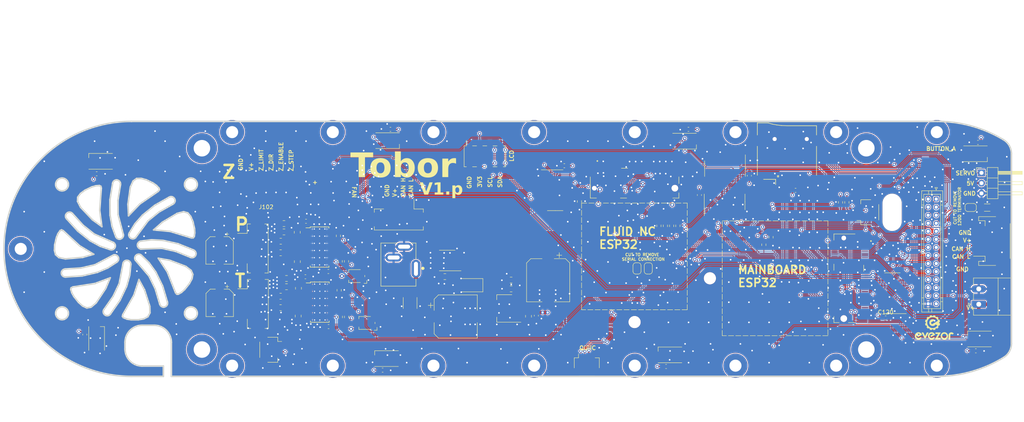
<source format=kicad_pcb>
(kicad_pcb (version 20241229) (generator "pcbnew") (generator_version "9.0")
  (title_block (date "2023-08-21") (rev "1.3P") (company "EVEZOR"))
  (layers (0 "F.Cu" signal) (4 "In1.Cu" signal) (6 "In2.Cu" signal) (2 "B.Cu" signal) (13 "F.Paste" user) (15 "B.Paste" user) (5 "F.SilkS" user "F.Silkscreen") (7 "B.SilkS" user "B.Silkscreen") (1 "F.Mask" user) (3 "B.Mask" user) (25 "Edge.Cuts" user))
  (net 0 "")
  (net 1 "/GRBL_TXDO")
  (net 2 "GND")
  (net 3 "/CAN_H")
  (net 4 "/CAN_L")
  (net 5 "+3V3")
  (net 6 "+VDC")
  (net 7 "/GRBL_RXD0")
  (net 8 "/D2")
  (net 9 "/SD_CS")
  (net 10 "/SD_MOSI")
  (net 11 "/SCK")
  (net 12 "/SD_MISO")
  (net 13 "/D1")
  (net 14 "Net-(U201-CP1)")
  (net 15 "Net-(U201-CP2)")
  (net 16 "Net-(U201-VCP)")
  (net 17 "Net-(U301-CP1)")
  (net 18 "Net-(U301-CP2)")
  (net 19 "Net-(U301-VCP)")
  (net 20 "/GRBL_TX")
  (net 21 "/GRBL_RX")
  (net 22 "/THETA_STEPPER/3VP")
  (net 23 "/PHI_STEPPER/3VP")
  (net 24 "Net-(J201-Pin_1)")
  (net 25 "Net-(J201-Pin_2)")
  (net 26 "Net-(J301-Pin_1)")
  (net 27 "Net-(J301-Pin_2)")
  (net 28 "Net-(J301-Pin_3)")
  (net 29 "Net-(J301-Pin_4)")
  (net 30 "Net-(U201-!FAULT)")
  (net 31 "Net-(U201-!HOME)")
  (net 32 "Net-(U201-ISENB)")
  (net 33 "THETA_RESET")
  (net 34 "Net-(U201-ISENA)")
  (net 35 "THETA_DIR")
  (net 36 "THETA_ENABLE")
  (net 37 "THETA_STEP")
  (net 38 "Net-(U301-!FAULT)")
  (net 39 "PHI_RESET")
  (net 40 "Net-(U301-!HOME)")
  (net 41 "PHI_DIR")
  (net 42 "PHI_ENABLE")
  (net 43 "PHI_STEP")
  (net 44 "Net-(U301-!SLEEP)")
  (net 45 "/SCL")
  (net 46 "/SDA")
  (net 47 "/Z_LIMIT")
  (net 48 "Net-(U301-ISENB)")
  (net 49 "Net-(U301-ISENA)")
  (net 50 "Net-(U201-AVREF)")
  (net 51 "Net-(U301-AVREF)")
  (net 52 "Net-(J201-Pin_4)")
  (net 53 "Net-(J201-Pin_3)")
  (net 58 "/BUTTON A")
  (net 59 "Net-(JP103-A)")
  (net 60 "/SERVO")
  (net 61 "Net-(D101-DOUT)")
  (net 62 "/NEO_RING")
  (net 63 "Net-(D102-DOUT)")
  (net 64 "Net-(D103-DOUT)")
  (net 66 "Net-(D109-K)")
  (net 67 "Net-(D104-DOUT)")
  (net 68 "Net-(D105-DOUT)")
  (net 69 "Net-(D106-DOUT)")
  (net 70 "Net-(D107-DOUT)")
  (net 71 "+5V")
  (net 72 "/A_LIMIT")
  (net 73 "/C_RESET")
  (net 74 "/A_DIR")
  (net 75 "/Z_RESET")
  (net 76 "/C_ENABLE")
  (net 77 "/B_ENABLE")
  (net 78 "/B_STEP")
  (net 79 "/B_DIR")
  (net 80 "/A_STEP")
  (net 81 "/A_ENABLE")
  (net 82 "/C_STEP")
  (net 83 "/B_RESET")
  (net 84 "/A_RESET")
  (net 85 "/C_DIR")
  (net 86 "/C_LIMIT")
  (net 87 "/B_LIMIT")
  (net 88 "Net-(U201-!SLEEP)")
  (net 89 "/HOLD")
  (net 90 "/GRBL_PROBE")
  (net 91 "/I2S_WS")
  (net 92 "/I2S_DATA")
  (net 93 "/I2S_CLK")
  (net 94 "/PHI_CS")
  (net 95 "/THETA_CS")
  (net 96 "/A_CS")
  (net 97 "/Z_CS")
  (net 98 "/B_CS")
  (net 99 "/C_CS")
  (net 100 "Net-(U103-QH')")
  (net 101 "Net-(U104-QH')")
  (net 106 "/Z_DIR")
  (net 107 "/Z_STEP")
  (net 108 "/Z_ENABLE")
  (net 109 "Net-(F101-Pad2)")
  (net 111 "/P60")
  (net 112 "/P25")
  (net 153 "Net-(J115-P46)")
  (net 154 "Net-(J115-P58)")
  (net 156 "Net-(J115-P44)")
  (net 172 "Net-(J115-P52)")
  (footprint "Connector_JST:JST_PHD_B28B-PHDSS_2x14_P2.00mm_Vertical" (layer "F.Cu") (at 310.6 164.800501 -90)
    (property "Reference" "J109" (hide yes))
    (property "Value" "Conn_02x10_Odd_Even")
  )
  (footprint "Connector_Card:AMPHENOL_MDT420E02002" (layer "F.Cu") (at 235.7 162.095501)
    (property "Reference" "J115" (hide yes))
    (property "Value" "Bus_M.2_Socket_E_ESP32")
  )
  (footprint "LED_SMD:LED_SK6812MINI_PLCC4_3.5x3.5mm_P1.75mm" (layer "F.Cu") (at 244.49 203.495501 180)
    (property "Reference" "D102")
    (property "Value" "SK6812MINI")
  )
  (footprint "Mounting_Wuerth:Mounting_Wuerth_WA-SMSI-M2_H2.5mm_9774025243" (layer "F.Cu") (at 235.7 195.345501 180)
    (property "Reference" "H123" (hide yes))
    (property "Value" "MountingHole")
  )
  (footprint "Capacitor_SMD:CP_Elec_10x10.5" (layer "F.Cu") (at 191.28 193.960501)
    (property "Reference" "C109" (hide yes))
    (property "Value" "220uF")
  )
  (footprint "Capacitor_SMD:C_0603_1608Metric" (layer "F.Cu") (at 159.65 182.785501 180)
    (property "Reference" "C302" (hide yes))
    (property "Value" "0.47uF")
  )
  (footprint "Capacitor_SMD:C_0805_2012Metric" (layer "F.Cu") (at 205.03 184.910501 180)
    (property "Reference" "C113" (hide yes))
    (property "Value" "22uF")
  )
  (footprint "TestPoint:TestPoint_THTPad_D1.0mm_Drill0.5mm" (layer "F.Cu") (at 163 183.920501)
    (property "Reference" "TP301")
    (property "Value" "TestPoint")
  )
  (footprint "Symbol:evezor_18" (layer "F.Cu") (at 310.13 198.780501)
    (property "Reference" "G***" (hide yes))
    (property "Value" "LOGO" (hide yes))
  )
  (footprint "MountingHole:MountingHole_4.1mm_M4_DIN965_Pad" (layer "F.Cu") (at 128.25 202.170501)
    (property "Reference" "H101" (hide yes))
    (property "Value" "MountingHole")
  )
  (footprint "Resistor_SMD:R_0603_1608Metric" (layer "F.Cu") (at 246.45 171.445501 90)
    (property "Reference" "R107" (hide yes))
    (property "Value" "220R" (hide yes))
  )
  (footprint "Resistor_SMD:R_1206_3216Metric" (layer "F.Cu") (at 323.2675 166.910501)
    (property "Reference" "R103" (hide yes))
    (property "Value" "120R" (hide yes))
  )
  (footprint "Package_TO_SOT_SMD:SOT-223-3_TabPin2" (layer "F.Cu") (at 203.38 191.960501 180)
    (property "Reference" "U102" (hide yes))
    (property "Value" "AMS1117-3.3")
  )
  (footprint "Resistor_SMD:R_0603_1608Metric" (layer "F.Cu") (at 243.35 171.445501 90)
    (property "Reference" "R109" (hide yes))
    (property "Value" "220R")
  )
  (footprint "Fuse:Fuse_1812_4532Metric" (layer "F.Cu") (at 179.95 190.608001 90)
    (property "Reference" "F101" (hide yes))
    (property "Value" "Polyfuse_Small")
  )
  (footprint "Resistor_SMD:R_0603_1608Metric" (layer "F.Cu") (at 162.15 173.935501 -90)
    (property "Reference" "R302" (hide yes))
    (property "Value" "10k")
  )
  (footprint "Connector_Card:AMPHENOL_MDT420E02002" (layer "F.Cu") (at 287.65 184.470501 -90)
    (property "Reference" "J114" (hide yes))
    (property "Value" "Bus_M.2_Socket_E_ESP32")
  )
  (footprint "Connector_JST:JST_SH_SM04B-SRSS-TB_1x04-1MP_P1.00mm_Horizontal" (layer "F.Cu") (at 293.655 168.070501 90)
    (property "Reference" "J106" (hide yes))
    (property "Value" "Conn_01x04_MountingPin")
  )
  (footprint "Connector_JST:JST_XH_2_VERTICAL" (layer "F.Cu") (at 163.11 163.350501 90)
    (property "Reference" "J103")
    (property "Value" "fan")
  )
  (footprint "Potentiometer_SMD:Potentiometer_Bourns_TC33X_Vertical" (layer "F.Cu") (at 166.6 183.920501 180)
    (property "Reference" "RV301" (hide yes))
    (property "Value" "10k POT")
  )
  (footprint "MountingHole:MountingHole_3mm_Pad" (layer "F.Cu") (at 185.75 148.170501)
    (property "Reference" "H109" (hide yes))
    (property "Value" "MountingHole")
  )
  (footprint "Capacitor_SMD:C_0805_2012Metric" (layer "F.Cu") (at 148.625 172.960501)
    (property "Reference" "C306" (hide yes))
    (property "Value" ".1uF 100V")
  )
  (footprint "MountingHole:MountingHole_3mm_Pad" (layer "F.Cu") (at 235.75 148.170501)
    (property "Reference" "H117" (hide yes))
    (property "Value" "MountingHole")
  )
  (footprint "MountingHole:MountingHole_3mm_Pad" (layer "F.Cu") (at 135.75 148.170501)
    (property "Reference" "H112" (hide yes))
    (property "Value" "MountingHole")
  )
  (footprint "Connector_JST:JST_PH_S4B-PH-SM4-TB_1x04-1MP_P2.00mm_Horizontal" (layer "F.Cu") (at 324.45 175.220501 90)
    (property "Reference" "J112" (hide yes))
    (property "Value" "Conn_01x04")
  )
  (footprint "Connector_JST:JST_PH_B4B-PH-SM4-TB_1x04-1MP_P2.00mm_Vertical" (layer "F.Cu") (at 140.3925 190.845501 -90)
    (property "Reference" "J201" (hide yes))
    (property "Value" "Conn_01x04_MountingPin" (hide yes))
  )
  (footprint "Capacitor_SMD:C_0603_1608Metric" (layer "F.Cu") (at 320.445 202.490501 180)
    (property "Reference" "C106" (hide yes))
    (property "Value" ".1uF")
  )
  (footprint "LED_SMD:LED_SK6812MINI_PLCC4_3.5x3.5mm_P1.75mm" (layer "F.Cu") (at 103.1 155.420501 180)
    (property "Reference" "D105")
    (property "Value" "SK6812MINI")
  )
  (footprint "LED_SMD:LED_SK6812MINI_PLCC4_3.5x3.5mm_P1.75mm" (layer "F.Cu") (at 320.35 153.545501)
    (property "Reference" "D108")
    (property "Value" "SK6812MINI")
  )
  (footprint "Connector_Card:Conn_uSDcard" (layer "F.Cu") (at 273.53 149.890501 180)
    (property "Reference" "J111")
    (property "Value" "Micro_SD_Card_Det")
  )
  (footprint "Package_SO:HTSSOP-28-1EP_4.4x9.7mm_P0.65mm_EP3.4x9.5mm_ThermalVias" (layer "F.Cu") (at 157.465 176.685501)
    (property "Reference" "U301" (hide yes))
    (property "Value" "DRV8825PWPR")
  )
  (footprint "Jumper:SolderJumper-2_P1.3mm_Bridged2Bar_RoundedPad1.0x1.5mm" (layer "F.Cu") (at 239.1 182.020501 -90)
    (property "Reference" "JP102" (hide yes))
    (property "Value" "SolderJumper_2_Bridged")
  )
  (footprint "LED_SMD:LED_SK6812MINI_PLCC4_3.5x3.5mm_P1.75mm" (layer "F.Cu") (at 174.1 204.420501 180)
    (property "Reference" "D103")
    (property "Value" "SK6812MINI")
  )
  (footprint "LED_SMD:LED_SK6812MINI_PLCC4_3.5x3.5mm_P1.75mm" (layer "F.Cu") (at 248.1 150.420501)
    (property "Reference" "D107")
    (property "Value" "SK6812MINI")
  )
  (footprint "Connector_JST:JST_SH_SM04B-SRSS-TB_1x04-1MP_P1.00mm_Horizontal" (layer "F.Cu") (at 145.3 202.220501 -90)
    (property "Reference" "J110" (hide yes))
    (property "Value" "Conn_01x04_MountingPin")
  )
  (footprint "Capacitor_SMD:C_0805_2012Metric" (layer "F.Cu") (at 149.25 186.570501)
    (property "Reference" "C206" (hide yes))
    (property "Value" ".1uF 100V")
  )
  (footprint "MountingHole:MountingHole_3mm_Pad" (layer "F.Cu") (at 285.75 206.170501)
    (property "Reference" "H119" (hide yes))
    (property "Value" "MountingHole")
  )
  (footprint "Jumper:SolderJumper-2_P1.3mm_Bridged2Bar_RoundedPad1.0x1.5mm" (layer "F.Cu") (at 236.3 182.020501 -90)
    (property "Reference" "JP101" (hide yes))
    (property "Value" "SolderJumper_2_Bridged")
  )
  (footprint "Resistor_SMD:R_0603_1608Metric" (layer "F.Cu") (at 162.575 180.260501 -90)
    (property "Reference" "R303" (hide yes))
    (property "Value" "10k")
  )
  (footprint "Capacitor_SMD:C_0603_1608Metric" (layer "F.Cu") (at 249.075 147.470501)
    (property "Reference" "C108" (hide yes))
    (property "Value" ".1uF")
  )
  (footprint "Resistor_SMD:R_0603_1608Metric" (layer "F.Cu") (at 269.575 174.270501 90)
    (property "Reference" "R106" (hide yes))
    (property "Value" "10k")
  )
  (footprint "Capacitor_SMD:C_0603_1608Metric" (layer "F.Cu") (at 102.11 158.520501 180)
    (property "Reference" "C103" (hide yes))
    (property "Value" ".1uF")
  )
  (footprint "Connector_Phoenix_MC:PhoenixContact_MC_1,5_2-G-3.81_1x02_P3.81mm_Horizontal" (layer "F.Cu") (at 321.175 190.920501 90)
    (property "Reference" "J101" (hide yes))
    (property "Value" "Conn_01x03" (hide yes))
  )
  (footprint "Capacitor_SMD:C_0603_1608Metric" (layer "F.Cu") (at 99.17 198.450501 90)
    (property "Reference" "C102" (hide yes))
    (property "Value" ".1uF")
  )
  (footprint "MountingHole:MountingHole_3mm_Pad" (layer "F.Cu") (at 260.75 206.170501)
    (property "Reference" "H115" (hide yes))
    (property "Value" "MountingHole")
  )
  (footprint "Connector_BarrelJack:Vertical_barrel" (layer "F.Cu") (at 181.4 182.120501 -90)
    (property "Reference" "J107" (hide yes))
    (property "Value" "Barrel_Jack_Switch")
  )
  (footprint "MountingHole:MountingHole_3mm_Pad" (layer "F.Cu") (at 160.75 148.170501)
    (property "Reference" "H108" (hide yes))
    (property "Value" "MountingHole")
  )
  (footprint "MountingHole:MountingHole_3mm_Pad" (layer "F.Cu") (at 235.75 206.170501)
    (property "Reference" "H114" (hide yes))
    (property "Value" "MountingHole")
  )
  (footprint "Capacitor_SMD:CP_Elec_6.3x7.7" (layer "F.Cu") (at 132.6675 190.570501 -90)
    (property "Reference" "C204" (hide yes))
    (property "Value" "47uF")
  )
  (footprint "Capacitor_SMD:CP_Elec_10x10.5" (layer "F.Cu") (at 214.23 184.960501 -90)
    (property "Reference" "C111" (hide yes))
    (property "Value" "220uF")
  )
  (footprint "MountingHole:MountingHole_3mm_Pad" (layer "F.Cu") (at 260.75 148.170501)
    (property "Reference" "H105" (hide yes))
    (property "Value" "MountingHole")
  )
  (footprint "MountingHole:MountingHole_3mm_Pad" (layer "F.Cu") (at 310.75 148.170501)
    (property "Reference" "H121" (hide yes))
    (property "Value" "MountingHole")
  )
  (footprint "Capacitor_SMD:C_0805_2012Metric" (layer "F.Cu") (at 152.15 193.845501 90)
    (property "Reference" "C207" (hide yes))
    (property "Value" ".1uF 100V")
  )
  (footprint "Capacitor_SMD:C_0805_2012Metric" (layer "F.Cu") (at 151.925 173.035501 90)
    (property "Reference" "C303" (hide yes))
    (property "Value" ".1uF 100V")
  )
  (footprint "Connector_JST:CONN_JST_XH_6_VERTICAL" (layer "F.Cu") (at 144.19 165.770501)
    (property "Reference" "J102")
    (property "Value" "Conn_01x06_MountingPin")
  )
  (footprint "TestPoint:TestPoint_THTPad_D1.0mm_Drill0.5mm" (layer "F.Cu") (at 165.29 197.020501)
    (property "Reference" "TP201")
    (property "Value" "TestPoint")
  )
  (footprint "Resistor_SMD:R_0603_1608Metric" (layer "F.Cu") (at 244.9 171.445501 90)
    (property "Reference" "R108" (hide yes))
    (property "Value" "220R")
  )
  (footprint "Resistor_SMD:R_0603_1608Metric" (layer "F.Cu") (at 241.74 171.445501 90)
    (property "Reference" "R110" (hide yes))
    (property "Value" "220R")
  )
  (footprint "Capacitor_SMD:C_0603_1608Metric" (layer "F.Cu") (at 298.05 194.320501)
    (property "Reference" "C120")
    (property "Value" ".1uF")
  )
  (footprint "Package_SO:SOIC-16_3.9x9.9mm_P1.27mm" (layer "F.Cu") (at 258.145 157.245501 -90)
    (property "Reference" "U104" (hide yes))
    (property "Value" "74AHCT595")
  )
  (footprint "MountingHole:MountingHole_3mm_Pad" (layer "F.Cu") (at 185.75 206.170501)
    (property "Reference" "H110" (hide yes))
    (property "Value" "MountingHole")
  )
  (footprint "Capacitor_SMD:C_0805_2012Metric" (layer "F.Cu") (at 148.625 170.885501 180)
    (property "Reference" "C305" (hide yes))
    (property "Value" "4.7uF 50V")
  )
  (footprint "Capacitor_SMD:CP_Elec_6.3x7.7" (layer "F.Cu") (at 132.6425 177.545501 -90)
    (property "Reference" "C304" (hide yes))
    (property "Value" "47uF")
  )
  (footprint "MountingHole:MountingHole_3mm_Pad" (layer "F.Cu") (at 285.75 148.170501)
    (property "Reference" "H118" (hide yes))
    (property "Value" "MountingHole")
  )
  (footprint "Capacitor_SMD:C_0603_1608Metric" (layer "F.Cu") (at 154.1 170.310501 180)
    (property "Reference" "C301" (hide yes))
    (property "Value" "10 nF")
  )
  (footprint "Capacitor_SMD:C_0603_1608Metric" (layer "F.Cu") (at 175.065 147.480501)
    (property "Reference" "C101" (hide yes))
    (property "Value" ".1uF")
  )
  (footprint "Capacitor_SMD:C_0805_2012Metric" (layer "F.Cu") (at 209.35 193.895501 -90)
    (property "Reference" "C115" (hide yes))
    (property "Value" "22uF")
  )
  (footprint "Capacitor_SMD:C_0603_1608Metric" (layer "F.Cu") (at 153.95 184.095501 180)
    (property "Reference" "C201" (hide yes))
    (property "Value" "10 nF")
  )
  (footprint "LED_SMD:LED_SK6812MINI_PLCC4_3.5x3.5mm_P1.75mm" (layer "F.Cu") (at 174.35 150.295501)
    (property "Reference" "D106")
    (property "Value" "SK6812MINI")
  )
  (footprint "Capacitor_SMD:C_0805_2012Metric" (layer "F.Cu") (at 149.25 184.520501 180)
    (property "Reference" "C205" (hide yes))
    (property "Value" "4.7uF 50V")
  )
  (footprint "Resistor_SMD:R_0603_1608Metric" (layer "F.Cu") (at 162.325 187.445501 -90)
    (property "Reference" "R202" (hide yes))
    (property "Value" "10k")
  )
  (footprint "Capacitor_SMD:C_0603_1608Metric" (layer "F.Cu") (at 218.25 156.520501)
    (property "Reference" "C117" (hide yes))
    (property "Value" ".1uF")
  )
  (footprint "Capacitor_SMD:C_0805_2012Metric" (layer "F.Cu") (at 205.03 187.110501 180)
    (property "Reference" "C112" (hide yes))
    (property "Value" "4.7uF 50V")
  )
  (footprint "Package_SO:SOIC-16_3.9x9.9mm_P1.27mm" (layer "F.Cu") (at 258.055 165.495501 90)
    (property "Reference" "U105" (hide yes))
    (property "Value" "74AHCT595")
  )
  (footprint "Resistor_SMD:R_0805_2012Metric" (layer "F.Cu") (at 147.8 188.920501)
    (property "Reference" "R205" (hide yes))
    (property "Value" "0.1R")
  )
  (footprint "Button_Switch_SMD:SWITCH_2x3_SMD_TACTILE_GREEN" (layer "F.Cu") (at 311.775 155.045501)
    (property "Reference" "SW101")
    (property "Value" "SW_Push")
  )
  (footprint "Connector_PinSocket_2.54mm:PinSocket_2x04_P2.54mm_Vertical_SMD" (layer "F.Cu") (at 198.5 154.180501 90)
    (property "Reference" "J105" (hide yes))
    (property "Value" "Conn_02x04_Odd_Even")
  )
  (footprint "LED_SMD:LED_SK6812MINI_PLCC4_3.5x3.5mm_P1.75mm" (layer "F.Cu") (at 321.35 199.545501 180)
    (property "Reference" "D101")
    (property "Value" "SK6812MINI")
  )
  (footprint "Resistor_SMD:R_0603_1608Metric" (layer "F.Cu") (at 162.625 194.070501 -90)
    (property "Reference" "R203" (hide yes))
    (property "Value" "10k")
  )
  (footprint "Capacitor_SMD:C_0805_2012Metric" (layer "F.Cu") (at 151.95 180.335501 90)
    (property "Reference" "C307" (hide yes))
    (property "Value" ".1uF 100V")
  )
  (footprint "MountingHole:MountingHole_4.1mm_M4_DIN965_Pad" (layer "F.Cu") (at 293.25 202.170501)
    (property "Reference" "H104" (hide yes))
    (property "Value" "MountingHole")
  )
  (footprint "Capacitor_SMD:C_0603_1608Metric" (layer "F.Cu") (at 243.52 206.375501 180)
    (property "Reference" "C105" (hide yes))
    (property "Value" ".1uF")
  )
  (footprint "MountingHole:MountingHole_4.1mm_M4_DIN965_Pad" (layer "F.Cu") (at 293.25 152.170501)
    (property "Reference" "H103" (hide yes))
    (property "Value" "MountingHole")
  )
  (footprint "Capacitor_SMD:C_0603_1608Metric" (layer "F.Cu") (at 264.2 158.995501 -90)
    (property "Reference" "C119" (hide yes))
    (property "Value" ".1uF")
  )
  (footprint "Inductor_SMD:INDUCTOR-68uH" (layer "F.Cu") (at 200.83 177.860501 180)
    (property "Reference" "L101")
    (property "Value" "68uF")
  )
  (footprint "Diode_SMD:D_SMA" (layer "F.Cu") (at 194.625 186.195501 180)
    (property "Reference" "D109" (hide yes))
    (property "Value" "SX35_SCHOTTKY")
  )
  (footprint "Connector_PinHeader_2.54mm:PinHeader_1x03_P2.54mm_Horizontal" (layer "F.Cu") (at 321.85 158.290501)
    (property "Reference" "J104" (hide yes))
    (property "Value" "Conn_01x03")
  )
  (footprint "Mounting_Wuerth:Mounting_Wuerth_WA-SMSI-M2_H2.5mm_9774025243" (layer "F.Cu") (at 254.4 184.470501)
    (property "Reference" "H122" (hide yes))
    (property "Value" "MountingHole")
  )
  (footprint "Capacitor_SMD:C_0603_1608Metric" (layer "F.Cu") (at 251.8 163.795501 90)
    (property "Reference" "C118" (hide yes))
    (property "Value" ".1uF")
  )
  (footprint "Capacitor_SMD:C_0805_2012Metric" (layer "F.Cu") (at 188.58 184.060501 180)
    (property "Reference" "C110" (hide yes))
    (property "Value" "4.7uF 50V")
  )
  (footprint "MountingHole:MountingHole_3mm_Pad" (layer "F.Cu") (at 135.75 206.170501)
    (property "Reference" "H107" (hide yes))
    (property "Value" "MountingHole")
  )
  (footprint "Package_SO:SOIC-8_3.9x4.9mm_P1.27mm" (layer "F.Cu") (at 189.155 180.055501 180)
    (property "Reference" "U101" (hide yes))
    (property "Value" "XL1509")
  )
  (footprint "Capacitor_SMD:C_0603_1608Metric" (layer "F.Cu") (at 211.3 193.745501 -90)
    (property "Reference" "C116" (hide yes))
    (property "Value" ".1uF")
  )
  (footprint "Package_SO:SOIC-16_3.9x9.9mm_P1.27mm" (layer "F.Cu") (at 215.975 162.605501)
    (property "Reference" "U103" (hide yes))
    (property "Value" "74AHCT595")
  )
  (footprint "Resistor_SMD:R_0805_2012Metric" (layer "F.Cu") (at 147.7875 191.770501)
    (property "Reference" "R204" (hide yes))
    (property "Value" "0.1R")
  )
  (footprint "MountingHole:MountingHole_3mm_Pad" (layer "F.Cu") (at 310.75 206.170501)
    (property "Reference" "H120" (hide yes))
    (property "Value" "MountingHole")
  )
  (footprint "Capacitor_SMD:C_0805_2012Metric" (layer "F.Cu") (at 152.225 186.945501 90)
    (property "Reference" "C203" (hide yes))
    (property "Value" ".1uF 100V")
  )
  (footprint "Symbol:EVEZOR_GEAR" (layer "F.Cu") (at 309.69 195.480501)
    (property "Reference" "G***" (hide yes))
    (property "Value" "LOGO" (hide yes))
  )
  (footprint "Resistor_SMD:R_0603_1608Metric" (layer "F.Cu") (at 288.425 165.620501 -90)
    (property "Reference" "R102" (hide yes))
    (property "Value" "4.7k")
  )
  (footprint "Capacitor_SMD:C_0603_1608Metric" (layer "F.Cu") (at 275.675 162.620501)
    (property "Reference" "C114" (hide yes))
    (property "Value" ".1uF")
  )
  (footprint "Resistor_SMD:R_0603_1608Metric" (layer "F.Cu") (at 164.15 180.260501 -90)
    (property "Reference" "R301" (hide yes))
    (property "Value" "1.5k")
  )
  (footprint "Resistor_SMD:R_0603_1608Metric" (layer "F.Cu") (at 286.845 165.620501 -90)
    (property "Reference" "R101" (hide yes))
    (property "Value" "4.7k")
  )
  (footprint "Connector_JST:JST_PH_B4B-PH-SM4-TB_1x04-1MP_P2.00mm_Vertical" (layer "F.Cu") (at 140.3425 177.070501 -90)
    (property "Reference" "J301" (hide yes))
    (property "Value" "Conn_01x04_MountingPin")
  )
  (footprint "Resistor_SMD:R_0603_1608Metric" (layer "F.Cu") (at 222 165.395501 90)
    (property "Reference" "R105" (hide yes))
    (property "Value" "10k")
  )
  (footprint "MountingHole:MountingHole_3mm_Pad" (layer "F.Cu") (at 210.75 148.170501)
    (property "Reference" "H113" (hide yes))
    (property "Value" "MountingHole")
  )
  (footprint "LED_SMD:LED_SK6812MINI_PLCC4_3.5x3.5mm_P1.75mm" (layer "F.Cu") (at 102.1 199.420501 90)
    (property "Reference" "D104")
    (property "Value" "SK6812MINI")
  )
  (footprint "Connector_JST:JST_SH_SM04B-SRSS-TB_1x04-1MP_P1.00mm_Horizontal" (layer "F.Cu") (at 223.83 206.010501)
    (property "Reference" "J108" (hide yes))
    (property "Value" "Conn_01x04_MountingPin")
  )
  (footprint "MountingHole:MountingHole_3mm_Pad" (layer "F.Cu") (at 210.75 206.170501)
    (property "Reference" "H111" (hide yes))
    (property "Value" "MountingHole")
  )
  (footprint "Resistor_SMD:R_0603_1608Metric" (layer "F.Cu") (at 164.175 194.070501 -90)
    (property "Reference" "R201" (hide yes))
    (property "Value" "1.5k")
  )
  (footprint "Potentiometer_SMD:Potentiometer_Bourns_TC33X_Vertical" (layer "F.Cu") (at 169.13 195.560501 180)
    (property "Reference" "RV201" (hide yes))
    (property "Value" "10k POT")
  )
  (footprint "Resistor_SMD:R_0805_2012Metric" (layer "F.Cu") (at 147.8 178.135501)
    (property "Reference" "R304" (hide yes))
    (property "Value" "0.1R")
  )
  (footprint "Capacitor_SMD:C_0603_1608Metric" (layer "F.Cu") (at 173.12 207.270501 180)
    (property "Reference" "C104" (hide yes))
    (property "Value" ".1uF")
  )
  (footprint "Capacitor_SMD:C_0603_1608Metric" (layer "F.Cu") (at 159.7 196.470501 180)
    (property "Reference" "C202" (hide yes))
    (property "Value" "0.47uF")
  )
  (footprint "Package_SO:HTSSOP-28-1EP_4.4x9.7mm_P0.65mm_EP3.4x9.5mm_ThermalVias" (layer "F.Cu") (at 157.525 190.370501)
    (property "Reference" "U201" (hide yes))
    (property "Value" "DRV8825PWPR")
  )
  (footprint "Jumper:SolderJumper-2_P1.3mm_Bridged2Bar_RoundedPad1.0x1.5mm" (layer "F.Cu") (at 319.17 166.890501 180)
    (property "Reference" "JP103" (hide yes))
    (property "Value" "can_jumper" (hide yes))
  )
  (footprint "MountingHole:MountingHole_3mm_Pad" (layer "F.Cu") (at 160.75 206.170501)
    (property "Reference" "H106" (hide yes))
    (property "Value" "MountingHole")
  )
  (footprint "Capacitor_SMD:C_0603_1608Metric" (layer "F.Cu") (at 320.97 150.740501)
    (property "Reference" "C107" (hide yes))
    (property "Value" ".1uF")
  )
  (footprint "MountingHole:MountingHole_3mm_Pad" (layer "F.Cu") (at 83.25 177.170501)
    (property "Reference" "H116" (hide yes))
    (property "Value" "MountingHole")
  )
  (footprint "Package_SO:SOIC-16_3.9x9.9mm_P1.27mm" (layer "F.Cu") (at 299.725 188.185501 180)
    (property "Reference" "U106" (hide yes))
    (property "Value" "PCF8574")
  )
  (footprint "Connector_JST:JST_PH_B4B-PH-SM4-TB_1x04-1MP_P2.00mm_Vertical" (layer "F.Cu") (at 177.15 168.120501 180)
    (property "Reference" "J113" (hide yes))
    (property "Value" "Conn_01x02")
  )
  (footprint "Resistor_SMD:R_0603_1608Metric" (layer "F.Cu") (at 267.8 176.145501 90)
    (property "Reference" "R104" (hide yes))
    (property "Value" "10k")
  )
  (footprint "MountingHole:MountingHole_4.1mm_M4_DIN965_Pad" (layer "F.Cu") (at 128.25 152.170501)
    (property "Reference" "H102" (hide yes))
    (property "Value" "MountingHole")
  )
  (footprint "Resistor_SMD:R_0805_2012Metric" (layer "F.Cu") (at 147.825 175.260501)
    (property "Reference" "R305" (hide yes))
    (property "Value" "0.1R")
  )
  (gr_rect (start 257.4625 170.220501) (end 283.7125 198.720501) (stroke (width 0.12) (type dash)) (fill no) (layer "F.SilkS"))
  (gr_rect (start 222.525 165.795501) (end 248.775 192.285501) (stroke (width 0.12) (type dash)) (fill no) (layer "F.SilkS"))
  (gr_line (start 121.676595 188.041911) (end 121.991214 188.429917) (stroke (width 0.4)) (layer "Edge.Cuts"))
  (gr_line (start 97.397388 164.306613) (end 97.349836 165.382144) (stroke (width 0.4)) (layer "Edge.Cuts"))
  (gr_line (start 116.806231 182.909773) (end 115.13778 180.599441) (stroke (width 0.4)) (layer "Edge.Cuts"))
  (gr_line (start 120.667097 208.820501) (end 310.75 208.820501) (stroke (width 0.4)) (layer "Edge.Cuts"))
  (gr_line (start 94.464386 184.151198) (end 98.518026 183.888534) (stroke (width 0.4)) (layer "Edge.Cuts"))
  (gr_line (start 108.751573 194.271462) (end 109.593145 194.604189) (stroke (width 0.4)) (layer "Edge.Cuts"))
  (gr_line (start 110.75 208.820501) (end 118.667097 208.820501) (stroke (width 0.4)) (layer "Edge.Cuts"))
  (gr_line (start 118.294305 177.028577) (end 113.069612 177.21195) (stroke (width 0.4)) (layer "Edge.Cuts"))
  (gr_line (start 302.03 170.340501) (end 302.03 165.840501) (stroke (width 0.05)) (layer "Edge.Cuts"))
  (gr_line (start 126.004664 183.504965) (end 125.580852 182.515312) (stroke (width 0.4)) (layer "Edge.Cuts"))
  (gr_arc (start 120.037 164.353009) (mid 121.495378 164.759627) (end 121.016817 166.090388) (stroke (width 0.4)) (layer "Edge.Cuts"))
  (gr_line (start 113.8212 194.539655) (end 114.8418 194.015963) (stroke (width 0.4)) (layer "Edge.Cuts"))
  (gr_line (start 118.505636 186.392055) (end 116.806231 182.909773) (stroke (width 0.4)) (layer "Edge.Cuts"))
  (gr_line (start 117.401613 162.889906) (end 112.856589 166.017212) (stroke (width 0.4)) (layer "Edge.Cuts"))
  (gr_line (start 109.145866 202.024468) (end 109.145866 200.380393) (stroke (width 0.4)) (layer "Edge.Cuts"))
  (gr_line (start 116.639809 187.112255) (end 115.097914 183.949799) (stroke (width 0.4)) (layer "Edge.Cuts"))
  (gr_circle (center 125.510077 193.170501) (end 127.110077 193.170501) (stroke (width 0.4)) (fill no) (layer "Edge.Cuts"))
  (gr_line (start 99.66404 191.841984) (end 100.723187 191.649016) (stroke (width 0.4)) (layer "Edge.Cuts"))
  (gr_line (start 112.478919 194.779645) (end 113.8212 194.539655) (stroke (width 0.4)) (layer "Edge.Cuts"))
  (gr_line (start 102.876601 167.60013) (end 103.409755 171.656417) (stroke (width 0.4)) (layer "Edge.Cuts"))
  (gr_line (start 91.681802 176.146505) (end 91.617089 177.508535) (stroke (width 0.4)) (layer "Edge.Cuts"))
  (gr_line (start 123.192075 187.975283) (end 123.980196 187.268455) (stroke (width 0.4)) (layer "Edge.Cuts"))
  (gr_arc (start 113.069612 177.21195) (mid 112.241029 176.439279) (end 113.001627 175.246468) (stroke (width 0.4)) (layer "Edge.Cuts"))
  (gr_line (start 116.13495 160.816172) (end 114.475564 160.017079) (stroke (width 0.4)) (layer "Edge.Cuts"))
  (gr_arc (start 111.761814 174.413392) (mid 110.641106 174.579447) (end 110.182744 173.2411) (stroke (width 0.4)) (layer "Edge.Cuts"))
  (gr_line (start 329.27379 153.532801) (end 329.27379 200.698801) (stroke (width 0.4)) (layer "Edge.Cuts"))
  (gr_line (start 118.667097 206.273484) (end 113.394882 206.273484) (stroke (width 0.4)) (layer "Edge.Cuts"))
  (gr_line (start 114.8418 194.015963) (end 115.3513 193.067574) (stroke (width 0.4)) (layer "Edge.Cuts"))
  (gr_line (start 94.33541 182.160749) (end 98.231069 181.909227) (stroke (width 0.4)) (layer "Edge.Cuts"))
  (gr_line (start 105.586949 193.286123) (end 107.909015 189.953058) (stroke (width 0.4)) (layer "Edge.Cuts"))
  (gr_line (start 115.3513 193.067574) (end 115.314278 191.409442) (stroke (width 0.4)) (layer "Edge.Cuts"))
  (gr_line (start 101.657339 181.109704) (end 106.285064 178.677582) (stroke (width 0.4)) (layer "Edge.Cuts"))
  (gr_line (start 91.900546 178.620079) (end 92.711782 179.32784) (stroke (width 0.4)) (layer "Edge.Cuts"))
  (gr_line (start 92.495003 173.372126) (end 92.091612 174.350908) (stroke (width 0.4)) (layer "Edge.Cuts"))
  (gr_line (start 98.618267 191.370563) (end 99.66404 191.841984) (stroke (width 0.4)) (layer "Edge.Cuts"))
  (gr_line (start 103.265351 162.096844) (end 103.150239 161.610755) (stroke (width 0.4)) (layer "Edge.Cuts"))
  (gr_line (start 122.328418 175.887035) (end 118.546298 175.044516) (stroke (width 0.4)) (layer "Edge.Cuts"))
  (gr_line (start 310.75 208.8205) (end 310.75 208.820501) (stroke (width 0.4)) (layer "Edge.Cuts"))
  (gr_arc (start 327.374877 204.102563) (mid 319.390681 207.61818) (end 310.75 208.8205) (stroke (width 0.4)) (layer "Edge.Cuts"))
  (gr_line (start 107.909015 189.953058) (end 109.572011 186.453242) (stroke (width 0.4)) (layer "Edge.Cuts"))
  (gr_line (start 98.607843 179.288239) (end 101.395504 178.501949) (stroke (width 0.4)) (layer "Edge.Cuts"))
  (gr_line (start 93.379683 172.44148) (end 93.006656 172.625693) (stroke (width 0.4)) (layer "Edge.Cuts"))
  (gr_line (start 100.723187 191.649016) (end 101.996485 190.586243) (stroke (width 0.4)) (layer "Edge.Cuts"))
  (gr_line (start 104.914826 181.894095) (end 107.199117 180.418914) (stroke (width 0.4)) (layer "Edge.Cuts"))
  (gr_arc (start 113.394882 206.273484) (mid 110.390374 205.028976) (end 109.145866 202.024468) (stroke (width 0.4)) (layer "Edge.Cuts"))
  (gr_line (start 121.728168 177.794834) (end 118.294305 177.028577) (stroke (width 0.4)) (layer "Edge.Cuts"))
  (gr_line (start 105.927453 171.639364) (end 106.857345 174.19464) (stroke (width 0.4)) (layer "Edge.Cuts"))
  (gr_arc (start 110.75 208.820501) (mid 79.1 177.170501) (end 110.75 145.520501) (stroke (width 0.4)) (layer "Edge.Cuts"))
  (gr_arc (start 327.343658 150.101927) (mid 328.757991 151.559986) (end 329.27379 153.532801) (stroke (width 0.4)) (layer "Edge.Cuts"))
  (gr_line (start 126.488182 173.210155) (end 126.426947 172.153278) (stroke (width 0.4)) (layer "Edge.Cuts"))
  (gr_line (start 115.699745 174.908495) (end 113.001627 175.246468) (stroke (width 0.4)) (layer "Edge.Cuts"))
  (gr_line (start 113.162082 159.650908) (end 112.015332 159.679916) (stroke (width 0.4)) (layer "Edge.Cuts"))
  (gr_line (start 98.772845 171.306765) (end 101.534182 173.487036) (stroke (width 0.4)) (layer "Edge.Cuts"))
  (gr_line (start 93.006656 172.625693) (end 92.495003 173.372126) (stroke (width 0.4)) (layer "Edge.Cuts"))
  (gr_arc (start 94.464386 184.151198) (mid 93.326817 183.152085) (end 94.33541 182.160749) (stroke (width 0.4)) (layer "Edge.Cuts"))
  (gr_line (start 95.667088 187.239753) (end 95.931662 188.105173) (stroke (width 0.4)) (layer "Edge.Cuts"))
  (gr_line (start 98.089696 163.391961) (end 97.397388 164.306613) (stroke (width 0.4)) (layer "Edge.Cuts"))
  (gr_arc (start 108.758416 173.690993) (mid 108.189494 174.670732) (end 106.857345 174.19464) (stroke (width 0.4)) (layer "Edge.Cuts"))
  (gr_line (start 112.015332 159.679916) (end 111.144799 160.313321) (stroke (width 0.4)) (layer "Edge.Cuts"))
  (gr_arc (start 329.27379 200.698801) (mid 328.766941 202.647617) (end 327.374877 204.102563) (stroke (width 0.4)) (layer "Edge.Cuts"))
  (gr_arc (start 109.145866 200.380393) (mid 110.390374 197.375885) (end 113.394881 196.131377) (stroke (width 0.4)) (layer "Edge.Cuts"))
  (gr_line (start 106.182616 188.943332) (end 107.693768 185.766071) (stroke (width 0.4)) (layer "Edge.Cuts"))
  (gr_line (start 124.26139 181.510428) (end 120.251502 179.992787) (stroke (width 0.4)) (layer "Edge.Cuts"))
  (gr_line (start 98.231069 181.909227) (end 101.657339 181.109704) (stroke (width 0.4)) (layer "Edge.Cuts"))
  (gr_line (start 95.755643 186.833254) (end 95.667088 187.239753) (stroke (width 0.4)) (layer "Edge.Cuts"))
  (gr_line (start 126.094588 177.40919) (end 122.328418 175.887035) (stroke (width 0.4)) (layer "Edge.Cuts"))
  (gr_line (start 119.663743 190.28564) (end 118.505636 186.392055) (stroke (width 0.4)) (layer "Edge.Cuts"))
  (gr_line (start 110.458717 161.82331) (end 109.87141 166.070368) (stroke (width 0.4)) (layer "Edge.Cuts"))
  (gr_line (start 125.128502 185.828488) (end 125.77777 184.629419) (stroke (width 0.4)) (layer "Edge.Cuts"))
  (gr_line (start 115.13778 180.599441) (end 113.191285 178.700683) (stroke (width 0.4)) (layer "Edge.Cuts"))
  (gr_line (start 126.094905 174.432486) (end 126.351064 174.104666) (stroke (width 0.4)) (layer "Edge.Cuts"))
  (gr_line (start 101.534182 173.487036) (end 106.321028 175.588732) (stroke (width 0.4)) (layer "Edge.Cuts"))
  (gr_line (start 118.413798 170.532183) (end 116.243361 172.450127) (stroke (width 0.4)) (layer "Edge.Cuts"))
  (gr_line (start 97.404276 172.765195) (end 100.446293 175.165278) (stroke (width 0.4)) (layer "Edge.Cuts"))
  (gr_line (start 109.87141 166.070368) (end 110.017673 168.963102) (stroke (width 0.4)) (layer "Edge.Cuts"))
  (gr_line (start 107.417037 168.638093) (end 108.758416 173.690993) (stroke (width 0.4)) (layer "Edge.Cuts"))
  (gr_line (start 123.980196 187.268455) (end 125.128502 185.828488) (stroke (width 0.4)) (layer "Edge.Cuts"))
  (gr_line (start 103.265351 162.096844) (end 102.876601 167.60013) (stroke (width 0.4)) (layer "Edge.Cuts"))
  (gr_line (start 123.708783 167.938298) (end 122.100462 168.343361) (stroke (width 0.4)) (layer "Edge.Cuts"))
  (gr_line (start 119.63906 182.91495) (end 117.398748 179.491689) (stroke (width 0.4)) (layer "Edge.Cuts"))
  (gr_line (start 109.572011 186.453242) (end 110.338039 183.708325) (stroke (width 0.4)) (layer "Edge.Cuts"))
  (gr_line (start 125.580852 182.515312) (end 124.26139 181.510428) (stroke (width 0.4)) (layer "Edge.Cuts"))
  (gr_line (start 111.144799 160.313321) (end 110.458717 161.82331) (stroke (width 0.4)) (layer "Edge.Cuts"))
  (gr_arc (start 310.9141 145.520501) (mid 319.442275 146.687291) (end 327.343658 150.101927) (stroke (width 0.4)) (layer "Edge.Cuts"))
  (gr_line (start 96.20393 186.612863) (end 101.655743 185.76727) (stroke (width 0.4)) (layer "Edge.Cuts"))
  (gr_line (start 117.616055 168.007278) (end 114.875993 170.214227) (stroke (width 0.4)) (layer "Edge.Cuts"))
  (gr_line (start 120.251502 179.992787) (end 117.398748 179.491689) (stroke (width 0.4)) (layer "Edge.Cuts"))
  (gr_line (start 107.399976 165.119816) (end 107.417037 168.638093) (stroke (width 0.4)) (layer "Edge.Cuts"))
  (gr_line (start 122.407227 188.425798) (end 123.192075 187.975283) (stroke (width 0.4)) (layer "Edge.Cuts"))
  (gr_arc (start 116.418081 196.131377) (mid 119.422589 197.375885) (end 120.667097 200.380393) (stroke (width 0.4)) (layer "Edge.Cuts"))
  (gr_line (start 125.595388 174.436548) (end 120.316586 172.832948) (stroke (width 0.4)) (layer "Edge.Cuts"))
  (gr_line (start 114.000694 187.328152) (end 112.613805 184.78535) (stroke (width 0.4)) (layer "Edge.Cuts"))
  (gr_line (start 105.426646 168.833913) (end 105.927453 171.639364) (stroke (width 0.4)) (layer "Edge.Cuts"))
  (gr_arc (start 106.052385 160.948659) (mid 107.279577 160.061962) (end 108.021626 161.26586) (stroke (width 0.4)) (layer "Edge.Cuts"))
  (gr_line (start 112.856589 166.017212) (end 110.017673 168.963102) (stroke (width 0.4)) (layer "Edge.Cuts"))
  (gr_line (start 120.667097 200.380393) (end 120.667097 208.820501) (stroke (width 0.4)) (layer "Edge.Cuts"))
  (gr_line (start 95.931662 188.105173) (end 96.445395 189.030817) (stroke (width 0.4)) (layer "Edge.Cuts"))
  (gr_line (start 101.996485 190.586243) (end 104.36836 187.014598) (stroke (width 0.4)) (layer "Edge.Cuts"))
  (gr_line (start 122.100462 168.343361) (end 118.413798 170.532183) (stroke (width 0.4)) (layer "Edge.Cuts"))
  (gr_line (start 118.667097 208.820501) (end 118.667097 206.273484) (stroke (width 0.4)) (layer "Edge.Cuts"))
  (gr_line (start 107.693768 185.766071) (end 108.677597 180.631568) (stroke (width 0.4)) (layer "Edge.Cuts"))
  (gr_line (start 94.671494 169.75968) (end 97.404276 172.765195) (stroke (width 0.4)) (layer "Edge.Cuts"))
  (gr_line (start 115.314278 191.409442) (end 114.000694 187.328152) (stroke (width 0.4)) (layer "Edge.Cuts"))
  (gr_arc (start 111.697006 179.9793) (mid 111.784491 178.849736) (end 113.191285 178.700683) (stroke (width 0.4)) (layer "Edge.Cuts"))
  (gr_line (start 96.445395 189.030817) (end 97.593737 190.470756) (stroke (width 0.4)) (layer "Edge.Cuts"))
  (gr_arc (start 105.586949 193.286123) (mid 104.09657 193.552539) (end 103.950359 192.145903) (stroke (width 0.4)) (layer "Edge.Cuts"))
  (gr_line (start 94.336579 179.660716) (end 98.607843 179.288239) (stroke (width 0.4)) (layer "Edge.Cuts"))
  (gr_line (start 97.891755 176.389733) (end 101.395504 178.501949) (stroke (width 0.4)) (layer "Edge.Cuts"))
  (gr_line (start 103.950359 192.145903) (end 106.182616 188.943332) (stroke (width 0.4)) (layer "Edge.Cuts"))
  (gr_line (start 99.194922 162.593343) (end 98.089696 163.391961) (stroke (width 0.4)) (layer "Edge.Cuts"))
  (gr_line (start 102.951931 176.522902) (end 105.529502 177.389071) (stroke (width 0.4)) (layer "Edge.Cuts"))
  (gr_line (start 117.709882 162.496836) (end 117.613294 162.09217) (stroke (width 0.4)) (layer "Edge.Cuts"))
  (gr_line (start 124.746768 168.223987) (end 123.708783 167.938298) (stroke (width 0.4)) (layer "Edge.Cuts"))
  (gr_line (start 97.349836 165.382144) (end 98.102627 166.860007) (stroke (width 0.4)) (layer "Edge.Cuts"))
  (gr_line (start 126.351064 174.104666) (end 126.488182 173.210155) (stroke (width 0.4)) (layer "Edge.Cuts"))
  (gr_line (start 117.401613 162.889906) (end 117.709882 162.496836) (stroke (width 0.4)) (layer "Edge.Cuts"))
  (gr_arc (start 94.671494 169.75968) (mid 94.743389 168.247375) (end 96.147293 168.417836) (stroke (width 0.4)) (layer "Edge.Cuts"))
  (gr_arc (start 106.285064 178.677582) (mid 107.36684 179.014225) (end 107.199117 180.418914) (stroke (width 0.4)) (layer "Edge.Cuts"))
  (gr_arc (start 297.27 165.840501) (mid 299.65 163.460501) (end 302.03 165.840501) (stroke (width 0.05)) (layer "Edge.Cuts"))
  (gr_arc (start 126.094588 177.40919) (mid 126.686002 178.802934) (end 125.347166 179.258484) (stroke (width 0.4)) (layer "Edge.Cuts"))
  (gr_line (start 93.831495 172.654553) (end 97.891755 176.389733) (stroke (width 0.4)) (layer "Edge.Cuts"))
  (gr_line (start 115.097914 183.949799) (end 111.697006 179.9793) (stroke (width 0.4)) (layer "Edge.Cuts"))
  (gr_line (start 98.518026 183.888534) (end 102.291153 183.006617) (stroke (width 0.4)) (layer "Edge.Cuts"))
  (gr_line (start 96.20393 186.612863) (end 95.755643 186.833254) (stroke (width 0.4)) (layer "Edge.Cuts"))
  (gr_line (start 108.488973 193.948778) (end 108.751573 194.271462) (stroke (width 0.4)) (layer "Edge.Cuts"))
  (gr_line (start 102.291153 183.006617) (end 104.914826 181.894095) (stroke (width 0.4)) (layer "Edge.Cuts"))
  (gr_line (start 297.27 170.340501) (end 297.27 165.840501) (stroke (width 0.05)) (layer "Edge.Cuts"))
  (gr_line (start 96.147293 168.417836) (end 98.772845 171.306765) (stroke (width 0.4)) (layer "Edge.Cuts"))
  (gr_line (start 116.999429 161.427249) (end 116.13495 160.816172) (stroke (width 0.4)) (layer "Edge.Cuts"))
  (gr_line (start 106.052385 160.948659) (end 105.40644 164.959141) (stroke (width 0.4)) (layer "Edge.Cuts"))
  (gr_arc (start 302.03 170.340501) (mid 299.65 172.720501) (end 297.27 170.340501) (stroke (width 0.05)) (layer "Edge.Cuts"))
  (gr_line (start 97.593737 190.470756) (end 98.618267 191.370563) (stroke (width 0.4)) (layer "Edge.Cuts"))
  (gr_line (start 92.711782 179.32784) (end 94.336579 179.660716) (stroke (width 0.4)) (layer "Edge.Cuts"))
  (gr_line (start 110.338039 183.708325) (end 110.608928 181.002636) (stroke (width 0.4)) (layer "Edge.Cuts"))
  (gr_line (start 98.102627 166.860007) (end 101.056931 169.967179) (stroke (width 0.4)) (layer "Edge.Cuts"))
  (gr_line (start 125.347166 179.258484) (end 121.728168 177.794834) (stroke (width 0.4)) (layer "Edge.Cuts"))
  (gr_arc (start 106.321028 175.588732) (mid 106.732307 176.644392) (end 105.529502 177.389071) (stroke (width 0.4)) (layer "Edge.Cuts"))
  (gr_line (start 126.426947 172.153278) (end 126.017093 170.357691) (stroke (width 0.4)) (layer "Edge.Cuts"))
  (gr_line (start 111.334204 188.671264) (end 112.613805 184.78535) (stroke (width 0.4)) (layer "Edge.Cuts"))
  (gr_line (start 101.871042 161.499332) (end 100.854289 161.794209) (stroke (width 0.4)) (layer "Edge.Cuts"))
  (gr_line (start 91.617089 177.508535) (end 91.900546 178.620079) (stroke (width 0.4)) (layer "Edge.Cuts"))
  (gr_line (start 117.613294 162.09217) (end 116.999429 161.427249) (stroke (width 0.4)) (layer "Edge.Cuts"))
  (gr_line (start 100.446293 175.165278) (end 102.951931 176.522902) (stroke (width 0.4)) (layer "Edge.Cuts"))
  (gr_line (start 93.831495 172.654553) (end 93.379683 172.44148) (stroke (width 0.4)) (layer "Edge.Cuts"))
  (gr_line (start 117.751886 190.85426) (end 116.639809 187.112255) (stroke (width 0.4)) (layer "Edge.Cuts"))
  (gr_line (start 120.037 164.353009) (end 116.498727 166.34849) (stroke (width 0.4)) (layer "Edge.Cuts"))
  (gr_line (start 110.63715 194.779667) (end 112.478919 194.779645) (stroke (width 0.4)) (layer "Edge.Cuts"))
  (gr_line (start 126.017093 170.357691) (end 125.484434 169.102466) (stroke (width 0.4)) (layer "Edge.Cuts"))
  (gr_line (start 116.498727 166.34849) (end 113.481907 168.780169) (stroke (width 0.4)) (layer "Edge.Cuts"))
  (gr_line (start 108.021626 161.26586) (end 107.399976 165.119816) (stroke (width 0.4)) (layer "Edge.Cuts"))
  (gr_line (start 101.056931 169.967179) (end 103.409755 171.656417) (stroke (width 0.4)) (layer "Edge.Cuts"))
  (gr_line (start 109.593145 194.604189) (end 110.63715 194.779667) (stroke (width 0.4)) (layer "Edge.Cuts"))
  (gr_arc (start 108.677597 180.631568) (mid 109.615271 179.995695) (end 110.608928 181.002636) (stroke (width 0.4)) (layer "Edge.Cuts"))
  (gr_line (start 125.77777 184.629419) (end 126.004664 183.504965) (stroke (width 0.4)) (layer "Edge.Cuts"))
  (gr_line (start 118.546298 175.044516) (end 115.699745 174.908495) (stroke (width 0.4)) (layer "Edge.Cuts"))
  (gr_circle (center 93.510077 161.170501) (end 95.110077 161.170501) (stroke (width 0.4)) (fill no) (layer "Edge.Cuts"))
  (gr_circle (center 93.510077 193.170501) (end 95.110077 193.170501) (stroke (width 0.4)) (fill no) (layer "Edge.Cuts"))
  (gr_arc (start 119.663743 190.28564) (mid 118.942804 191.616985) (end 117.751886 190.85426) (stroke (width 0.4)) (layer "Edge.Cuts"))
  (gr_line (start 113.481907 168.780169) (end 111.600764 170.920886) (stroke (width 0.4)) (layer "Edge.Cuts"))
  (gr_line (start 105.40644 164.959141) (end 105.426646 168.833913) (stroke (width 0.4)) (layer "Edge.Cuts"))
  (gr_line (start 113.394881 196.131377) (end 116.418081 196.131377) (stroke (width 0.4)) (layer "Edge.Cuts"))
  (gr_line (start 101.655743 185.76727) (end 105.491691 184.344874) (stroke (width 0.4)) (layer "Edge.Cuts"))
  (gr_line (start 120.316586 172.832948) (end 116.243361 172.450127) (stroke (width 0.4)) (layer "Edge.Cuts"))
  (gr_line (start 121.676595 188.041911) (end 119.63906 182.91495) (stroke (width 0.4)) (layer "Edge.Cuts"))
  (gr_line (start 110.75 145.520501) (end 310.9141 145.520501) (stroke (width 0.4)) (layer "Edge.Cuts"))
  (gr_line (start 103.150239 161.610755) (end 102.773637 161.433965) (stroke (width 0.4)) (layer "Edge.Cuts"))
  (gr_line (start 108.596166 193.460882) (end 111.334204 188.671264) (stroke (width 0.4)) (layer "Edge.Cuts"))
  (gr_line (start 100.854289 161.794209) (end 99.194922 162.593343) (stroke (width 0.4)) (layer "Edge.Cuts"))
  (gr_line (start 125.484434 169.102466) (end 124.746768 168.223987) (stroke (width 0.4)) (layer "Edge.Cuts"))
  (gr_line (start 102.773637 161.433965) (end 101.871042 161.499332) (stroke (width 0.4)) (layer "Edge.Cuts"))
  (gr_line (start 104.36836 187.014598) (end 105.491691 184.344874) (stroke (width 0.4)) (layer "Edge.Cuts"))
  (gr_line (start 111.600764 170.920886) (end 110.182744 173.2411) (stroke (width 0.4)) (layer "Edge.Cuts"))
  (gr_line (start 121.016817 166.090388) (end 117.616055 168.007278) (stroke (width 0.4)) (layer "Edge.Cuts"))
  (gr_line (start 114.475564 160.017079) (end 113.162082 159.650908) (stroke (width 0.4)) (layer "Edge.Cuts"))
  (gr_line (start 108.596166 193.460882) (end 108.488973 193.948778) (stroke (width 0.4)) (layer "Edge.Cuts"))
  (gr_line (start 121.991214 188.429917) (end 122.407227 188.425798) (stroke (width 0.4)) (layer "Edge.Cuts"))
  (gr_line (start 114.875993 170.214227) (end 111.761814 174.413392) (stroke (width 0.4)) (layer "Edge.Cuts"))
  (gr_line (start 92.091612 174.350908) (end 91.681802 176.146505) (stroke (width 0.4)) (layer "Edge.Cuts"))
  (gr_circle (center 125.510077 161.170501) (end 127.110077 161.170501) (stroke (width 0.4)) (fill no) (layer "Edge.Cuts"))
  (gr_line (start 125.595388 174.436548) (end 126.094905 174.432486) (stroke (width 0.4)) (layer "Edge.Cuts"))
  (gr_text "QUIIC\n" (at 221.88 202.360501 0) (layer "F.SilkS") (effects (font (size 1 1) (thickness 0.2) (bold yes)) (justify left bottom)))
  (gr_text "P" (at 136.12 172.990501 0) (layer "F.SilkS") (effects (font (size 3.2 3.2) (thickness 0.625) (bold yes)) (justify left bottom)))
  (gr_text "CUT TO REMOVE \n120Ω TERMINATOR" (at 316.83 166.630501 90) (layer "F.SilkS") (effects (font (size 0.7 0.7) (thickness 0.15) (bold yes)) (justify bottom)))
  (gr_text "GND\n" (at 316.07 173.740501 0) (layer "F.SilkS") (effects (font (size 1 1) (thickness 0.2) (bold yes)) (justify left bottom)))
  (gr_text "SDA" (at 202.86 162.080501 90) (layer "F.SilkS") (effects (font (size 1 1) (thickness 0.2) (bold yes)) (justify left bottom)))
  (gr_text "SCL" (at 200.41 162.032882 90) (layer "F.SilkS") (effects (font (size 1 1) (thickness 0.2) (bold yes)) (justify left bottom)))
  (gr_text "GND\n" (at 174.81 164.370501 90) (layer "F.SilkS") (effects (font (size 1 1) (thickness 0.2) (bold yes)) (justify left bottom)))
  (gr_text "SERVO\n" (at 315.33 158.950501 0) (layer "F.SilkS") (effects (font (size 1 1) (thickness 0.2) (bold yes)) (justify left bottom)))
  (gr_text "GND" (at 195.25 162.318596 90) (layer "F.SilkS") (effects (font (size 1 1) (thickness 0.2) (bold yes)) (justify left bottom)))
  (gr_text "MAINBOARD\nESP32" (at 261.18 186.760501 0) (layer "F.SilkS") (effects (font (size 2 2) (thickness 0.4) (bold yes)) (justify left bottom)))
  (gr_text "CUT TO REMOVE \nSERIAL CONNECTION" (at 237.86 180.150501 0) (layer "F.SilkS") (effects (font (size 0.7 0.7) (thickness 0.15) (bold yes)) (justify bottom)))
  (gr_text "BUTTON_A" (at 308.02 152.890501 0) (layer "F.SilkS") (effects (font (size 1 1) (thickness 0.2) (bold yes)) (justify left bottom)))
  (gr_text "V+" (at 176.7 164.370501 90) (layer "F.SilkS") (effects (font (size 1 1) (thickness 0.2) (bold yes)) (justify left bottom)))
  (gr_text "GND\n" (at 317.2 164.000501 0) (layer "F.SilkS") (effects (font (size 1 1) (thickness 0.2) (bold yes)) (justify left bottom)))
  (gr_text "FAN" (at 165.46 161.580501 270) (layer "F.SilkS") (effects (font (size 1 1) (thickness 0.2) (bold yes)) (justify left bottom)))
  (gr_text "V+" (at 141.06 157.910501 90) (layer "F.SilkS") (effects (font (size 1 1) (thickness 0.2) (bold yes)) (justify left bottom)))
  (gr_text "V+" (at 317.14 175.630501 0) (layer "F.SilkS") (effects (font (size 1 1) (thickness 0.2) (bold yes)) (justify left bottom)))
  (gr_text "5V\n" (at 318.04 161.500501 0) (layer "F.SilkS") (effects (font (size 1 1) (thickness 0.2) (bold yes)) (justify left bottom)))
  (gr_text "LCD" (at 205.76 155.610501 90) (layer "F.SilkS") (effects (font (size 1 1) (thickness 0.2) (bold yes)) (justify left bottom)))
  (gr_text "Z" (at 132.99 159.940501 0) (layer "F.SilkS") (effects (font (size 3.2 3.2) (thickness 0.625) (bold yes)) (justify left bottom)))
  (gr_text "Z_STEP" (at 151.02 158.010501 90) (layer "F.SilkS") (effects (font (size 1 1) (thickness 0.2) (bold yes)) (justify left bottom)))
  (gr_text "FLUID NC\nESP32" (at 226.67 177.260501 0) (layer "F.SilkS") (effects (font (size 2 2) (thickness 0.4) (bold yes)) (justify left bottom)))
  (gr_text "GND" (at 138.48 157.860501 90) (layer "F.SilkS") (effects (font (size 1 1) (thickness 0.2) (bold yes)) (justify left bottom)))
  (gr_text "3V3" (at 197.85 162.032882 90) (layer "F.SilkS") (effects (font (size 1 1) (thickness 0.2) (bold yes)) (justify left bottom)))
  (gr_text "Z_DIR" (at 146.02 157.930501 90) (layer "F.SilkS") (effects (font (size 1 1) (thickness 0.2) (bold yes)) (justify left bottom)))
  (gr_text "+" (at 155.82 159.940501 270) (layer "F.SilkS") (effects (font (size 1 1) (thickness 0.2) (bold yes)) (justify left bottom)))
  (gr_text "Z_ENABLE" (at 148.49 158.000501 90) (layer "F.SilkS") (effects (font (size 1 1) (thickness 0.2) (bold yes)) (justify left bottom)))
  (gr_text "CAN H\n" (at 178.84 164.370501 90) (layer "F.SilkS") (effects (font (size 1 1) (thickness 0.2) (bold yes)) (justify left bottom)))
  (gr_text "CAN L\n" (at 180.76 164.370501 90) (layer "F.SilkS") (effects (font (size 1 1) (thickness 0.2) (bold yes)) (justify left bottom)))
  (gr_text "CAN L\n" (at 314.44 179.690501 0) (layer "F.SilkS") (effects (font (size 1 1) (thickness 0.2) (bold yes)) (justify left bottom)))
  (gr_text "CAN H\n" (at 314.29 177.770501 0) (layer "F.SilkS") (effects (font (size 1 1) (thickness 0.2) (bold yes)) (justify left bottom)))
  (gr_text "Z_LIMIT" (at 143.56 157.930501 90) (layer "F.SilkS") (effects (font (size 1 1) (thickness 0.2) (bold yes)) (justify left bottom)))
  (gr_text "V1.p" (at 187.71 164.210501 0) (layer "F.SilkS") (effects (font (size 3 3) (thickness 0.75) (bold yes)) (justify bottom)))
  (gr_text "GND\n" (at 315.45 182.820501 0) (layer "F.SilkS") (effects (font (size 1 1) (thickness 0.2) (bold yes)) (justify left bottom)))
  (gr_text "T" (at 136.09 186.990501 0) (layer "F.SilkS") (effects (font (size 3.2 3.2) (thickness 0.625) (bold yes)) (justify left bottom)))
  (gr_text "V+\n" (at 318 192.370501 0) (layer "F.SilkS") (effects (font (size 1 1) (thickness 0.2) (bold yes)) (justify left bottom)))
  (gr_text "Tobor\n" (at 178.24 160.360501 0) (layer "F.SilkS") (effects (font (size 6 6) (thickness 1.2) (bold yes)) (justify bottom)))
  (segment (start 236.196388 173.720501) (end 233.101 170.625113) (width 0.2) (layer "F.Cu") (net 1))
  (segment (start 239.1 180.595501) (end 236.196388 177.691889) (width 0.2) (layer "F.Cu") (net 1))
  (segment (start 233.101 170.625113) (end 233.101 163.129501) (width 0.2) (layer "F.Cu") (net 1))
  (segment (start 239.1 181.370501) (end 239.1 180.595501) (width 0.2) (layer "F.Cu") (net 1))
  (segment (start 236.196388 177.691889) (end 236.196388 173.720501) (width 0.2) (layer "F.Cu") (net 1))
  (segment (start 239.95 158.670501) (end 239.95 156.820501) (width 0.2) (layer "F.Cu") (net 1))
  (segment (start 239.775 158.845501) (end 239.95 158.670501) (width 0.2) (layer "F.Cu") (net 1))
  (segment (start 233.101 163.129501) (end 233.419756 162.810745) (width 0.2) (layer "F.Cu") (net 1))
  (segment (start 233.419756 162.810745) (end 233.465813 162.810745) (width 0.2) (layer "F.Cu") (net 1))
  (via (at 233.465813 162.810745) (size 0.8) (drill 0.4) (layers "F.Cu" "B.Cu") (net 1))
  (via (at 239.775 158.845501) (size 0.8) (drill 0.4) (layers "F.Cu" "B.Cu") (net 1))
  (segment (start 233.98 161.761889) (end 233.98 162.296558) (width 0.2) (layer "B.Cu") (net 1))
  (segment (start 233.98 162.296558) (end 233.465813 162.810745) (width 0.2) (layer "B.Cu") (net 1))
  (segment (start 236.321388 159.420501) (end 233.98 161.761889) (width 0.2) (layer "B.Cu") (net 1))
  (segment (start 239.2 159.420501) (end 236.321388 159.420501) (width 0.2) (layer "B.Cu") (net 1))
  (segment (start 239.775 158.845501) (end 239.2 159.420501) (width 0.2) (layer "B.Cu") (net 1))
  (segment (start 158.925 196.470501) (end 158.925 194.920501) (width 0.4) (layer "F.Cu") (net 2))
  (segment (start 158.875 181.245501) (end 158.765 181.135501) (width 0.4) (layer "F.Cu") (net 2))
  (segment (start 158.875 182.785501) (end 158.875 181.245501) (width 0.4) (layer "F.Cu") (net 2))
  (segment (start 158.925 194.920501) (end 158.825 194.820501) (width 0.4) (layer "F.Cu") (net 2))
  (via (at 119.1 157.920501) (size 0.8) (drill 0.4) (layers "F.Cu" "B.Cu") (net 2))
  (via (at 283.89 182.670501) (size 0.8) (drill 0.4) (layers "F.Cu" "B.Cu") (net 2))
  (via (at 228.01 159.120501) (size 0.8) (drill 0.4) (layers "F.Cu" "B.Cu") (net 2))
  (via (at 166.35 176.670501) (size 0.8) (drill 0.4) (layers "F.Cu" "B.Cu") (net 2))
  (via (at 97.55 199.270501) (size 0.8) (drill 0.4) (layers "F.Cu" "B.Cu") (net 2))
  (via (at 157.6 196.620501) (size 0.8) (drill 0.4) (layers "F.Cu" "B.Cu") (net 2))
  (via (at 307.2 172.620501) (size 0.8) (drill 0.4) (layers "F.Cu" "B.Cu") (net 2))
  (via (at 219.95 168.090501) (size 0.8) (drill 0.4) (layers "F.Cu" "B.Cu") (net 2))
  (via (at 305 200.420501) (size 0.8) (drill 0.4) (layers "F.Cu" "B.Cu") (net 2))
  (via (at 134.61 157.590501) (size 0.8) (drill 0.4) (layers "F.Cu" "B.Cu") (net 2))
  (via (at 179.1 205.420501) (size 0.8) (drill 0.4) (layers "F.Cu" "B.Cu") (net 2))
  (via (at 278.87 189.570501) (size 0.8) (drill 0.4) (layers "F.Cu" "B.Cu") (net 2))
  (via (at 264.41 155.230501) (size 0.8) (drill 0.4) (layers "F.Cu" "B.Cu") (net 2))
  (via (at 202.775 187.070501) (size 0.8) (drill 0.4) (layers "F.Cu" "B.Cu") (net 2))
  (via (at 261.91 172.840501) (size 0.8) (drill 0.4) (layers "F.Cu" "B.Cu") (net 2))
  (via (at 244.9 173.420501) (size 0.8) (drill 0.4) (layers "F.Cu" "B.Cu") (net 2))
  (via (at 139.73 196.870501) (size 0.8) (drill 0.4) (layers "F.Cu" "B.Cu") (net 2))
  (via (at 137.05 182.560501) (size 0.8) (drill 0.4) (layers "F.Cu" "B.Cu") (net 2))
  (via (at 134.26 180.250501) (size 0.8) (drill 0.4) (layers "F.Cu" "B.Cu") (net 2))
  (via (at 317.8 185.320501) (size 0.8) (drill 0.4) (layers "F.Cu" "B.Cu") (net 2))
  (via (at 278.8 180.020501) (size 0.8) (drill 0.4) (layers "F.Cu" "B.Cu") (net 2))
  (via (at 217.38 189.450501) (size 0.8) (drill 0.4) (layers "F.Cu" "B.Cu") (net 2))
  (via (at 220.6 176.780501) (size 0.8) (drill 0.4) (layers "F.Cu" "B.Cu") (net 2))
  (via (at 247.03 147.560501) (size 0.8) (drill 0.4) (layers "F.Cu" "B.Cu") (net 2))
  (via (at 188.3 181.970501) (size 0.8) (drill 0.4) (layers "F.Cu" "B.Cu") (net 2))
  (via (at 315.5 187.820501) (size 0.8) (drill 0.4) (layers "F.Cu" "B.Cu") (net 2))
  (via (at 249.1 195.420501) (size 0.8) (drill 0.4) (layers "F.Cu" "B.Cu") (net 2))
  (via (at 202.5 202.020501) (size 0.8) (drill 0.4) (layers "F.Cu" "B.Cu") (net 2))
  (via (at 269.1 190.420501) (size 0.8) (drill 0.4) (layers "F.Cu" "B.Cu") (net 2))
  (via (at 236.37 184.210501) (size 0.8) (drill 0.4) (layers "F.Cu" "B.Cu") (net 2))
  (via (at 171.6 187.920501) (size 0.8) (drill 0.4) (layers "F.Cu" "B.Cu") (net 2))
  (via (at 144.52 196.940501) (size 0.8) (drill 0.4) (layers "F.Cu" "B.Cu") (net 2))
  (via (at 104.53 201.300501) (size 0.8) (drill 0.4) (layers "F.Cu" "B.Cu") (net 2))
  (via (at 216.4 156.520501) (size 0.8) (drill 0.4) (layers "F.Cu" "B.Cu") (net 2))
  (via (at 152.7 196.120501) (size 0.8) (drill 0.4) (layers "F.Cu" "B.Cu") (net 2))
  (via (at 220.33 180.100501) (size 0.8) (drill 0.4) (layers "F.Cu" "B.Cu") (net 2))
  (via (at 226.49 161.370501) (size 0.8) (drill 0.4) (layers "F.Cu" "B.Cu") (net 2))
  (via (at 160.77 157.280501) (size 0.8) (drill 0.4) (layers "F.Cu" "B.Cu") (net 2))
  (via (at 321.4 198.720501) (size 0.8) (drill 0.4) (layers "F.Cu" "B.Cu") (net 2))
  (via (at 254.1 195.420501) (size 0.8) (drill 0.4) (layers "F.Cu" "B.Cu") (net 2))
  (via (at 236.5 168.620501) (size 0.8) (drill 0.4) (layers "F.Cu" "B.Cu") (net 2))
  (via (at 303 200.520501) (size 0.8) (drill 0.4) (layers "F.Cu" "B.Cu") (net 2))
  (via (at 243.97 161.110501) (size 0.8) (drill 0.4) (layers "F.Cu" "B.Cu") (net 2))
  (via (at 265.43 158.480501) (size 0.8) (drill 0.4) (layers "F.Cu" "B.Cu") (net 2))
  (via (at 243.7 177.320501) (size 0.8) (drill 0.4) (layers "F.Cu" "B.Cu") (net 2))
  (via (at 259.52 172.780501) (size 0.8) (drill 0.4) (layers "F.Cu" "B.Cu") (net 2))
  (via (at 259.54 179.850501) (size 0.8) (drill 0.4) (layers "F.Cu" "B.Cu") (net 2))
  (via (at 285.79 168.250501) (size 0.8) (drill 0.4) (layers "F.Cu" "B.Cu") (net 2))
  (via (at 236.7 173.120501) (size 0.8) (drill 0.4) (layers "F.Cu" "B.Cu") (net 2))
  (via (at 168.02 175.570501) (size 0.8) (drill 0.4) (layers "F.Cu" "B.Cu") (net 2))
  (via (at 234.1 180.420501) (size 0.8) (drill 0.4) (layers "F.Cu" "B.Cu") (net 2))
  (via (at 165.35 185.670501) (size 0.8) (drill 0.4) (layers "F.Cu" "B.Cu") (net 2))
  (via (at 126.6 167.920501) (size 0.8) (drill 0.4) (layers "F.Cu" "B.Cu") (net 2))
  (via (at 235.96 155.480501) (size 0.8) (drill 0.4) (layers "F.Cu" "B.Cu") (net 2))
  (via (at 216.1 188.420501) (size 0.8) (drill 0.4) (layers "F.Cu" "B.Cu") (net 2))
  (via (at 104 173.620501) (size 0.8) (drill 0.4) (layers "F.Cu" "B.Cu") (net 2))
  (via (at 283.8 190.120501) (size 0.8) (drill 0.4) (layers "F.Cu" "B.Cu") (net 2))
  (via (at 256.96 153.150501) (size 0.8) (drill 0.4) (layers "F.Cu" "B.Cu") (net 2))
  (via (at 169.59 181.520501) (size 0.8) (drill 0.4) (layers "F.Cu" "B.Cu") (net 2))
  (via (at 314.78 157.220501) (size 0.8) (drill 0.4) (layers "F.Cu" "B.Cu") (net 2))
  (via (at 190.6 186.170501) (size 0.8) (drill 0.4) (layers "F.Cu" "B.Cu") (net 2))
  (via (at 183.65 198.470501) (size 0.8) (drill 0.4) (layers "F.Cu" "B.Cu") (net 2))
  (via (at 177.33 171.090501) (size 0.8) (drill 0.4) (layers "F.Cu" "B.Cu") (net 2))
  (via (at 155.3 195.820501) (size 0.8) (drill 0.4) (layers "F.Cu" "B.Cu") (net 2))
  (via (at 227.92 155.430501) (size 0.8) (drill 0.4) (layers "F.Cu" "B.Cu") (net 2))
  (via (at 169.41 179.270501) (size 0.8) (drill 0.4) (layers "F.Cu" "B.Cu") (net 2))
  (via (at 315.4 179.420501) (size 0.8) (drill 0.4) (layers "F.Cu" "B.Cu") (net 2))
  (via (at 244.1 195.420501) (size 0.8) (drill 0.4) (layers "F.Cu" "B.Cu") (net 2))
  (via (at 220.8 165.320501) (size 0.8) (drill 0.4) (layers "F.Cu" "B.Cu") (net 2))
  (via (at 315.4 183.220501) (size 0.8) (drill 0.4) (layers "F.Cu" "B.Cu") (net 2))
  (via (at 284.34 197.100501) (size 0.8) (drill 0.4) (layers "F.Cu" "B.Cu") (net 2))
  (via (at 155.3 168.620501) (size 0.8) (drill 0.4) (layers "F.Cu" "B.Cu") (net 2))
  (via (at 269.84 185.090501) (size 0.8) (drill 0.4) (layers "F.Cu" "B.Cu") (net 2))
  (via (at 196.1 191.920501) (size 0.8) (drill 0.4) (layers "F.Cu" "B.Cu") (net 2))
  (via (at 211.8 159.020501) (size 0.8) (drill 0.4) (layers "F.Cu" "B.Cu") (net 2))
  (via (at 281.43 191.880501) (size 0.8) (drill 0.4) (layers "F.Cu" "B.Cu") (net 2))
  (via (at 168.41 152.770501) (size 0.8) (drill 0.4) (layers "F.Cu" "B.Cu") (net 2))
  (via (at 179.07 156.400501) (size 0.8) (drill 0.4) (layers "F.Cu" "B.Cu") (net 2))
  (via (at 189.85 178.170501) (size 0.8) (drill 0.4) (layers "F.Cu" "B.Cu") (net 2))
  (via (at 301.19 177.110501) (size 0.8) (drill 0.4) (layers "F.Cu" "B.Cu") (net 2))
  (via (at 324.7 198.720501) (size 0.8) (drill 0.4) (layers "F.Cu" "B.Cu") (net 2))
  (via (at 157.22 183.090501) (size 0.8) (drill 0.4) (layers "F.Cu" "B.Cu") (net 2))
  (via (at 243.775 175.370501) (size 0.8) (drill 0.4) (layers "F.Cu" "B.Cu") (net 2))
  (via (at 268.81 169.870501) (size 0.8) (drill 0.4) (layers "F.Cu" "B.Cu") (net 2))
  (via (at 190.85 188.170501) (size 0.8) (drill 0.4) (layers "F.Cu" "B.Cu") (net 2))
  (via (at 287.59 198.520501) (size 0.8) (drill 0.4) (layers "F.Cu" "B.Cu") (net 2))
  (via (at 153.1 201.965501) (size 0.8) (drill 0.4) (layers "F.Cu" "B.Cu") (net 2))
  (via (at 283.69 162.360501) (size 0.8) (drill 0.4) (layers "F.Cu" "B.Cu") (net 2))
  (via (at 139.74 186.520501) (size 0.8) (drill 0.4) (layers "F.Cu" "B.Cu") (net 2))
  (via (at 139.49 166.970501) (size 0.8) (drill 0.4) (layers "F.Cu" "B.Cu") (net 2))
  (via (at 314.72 159.890501) (size 0.8) (drill 0.4) (layers "F.Cu" "B.Cu") (net 2))
  (via (at 262.56 166.160501) (size 0.8) (drill 0.4) (layers "F.Cu" "B.Cu") (net 2))
  (via (at 327.49 187.040501) (size 0.8) (drill 0.4) (layers "F.Cu" "B.Cu") (net 2))
  (via (at 132.64 163.130501) (size 0.8) (drill 0.4) (layers "F.Cu" "B.Cu") (net 2))
  (via (at 144.1 175.520501) (size 0.8) (drill 0.4) (layers "F.Cu" "B.Cu") (net 2))
  (via (at 161.51 181.860501) (size 0.8) (drill 0.4) (layers "F.Cu" "B.Cu") (net 2))
  (via (at 213.64 198.590501) (size 0.8) (drill 0.4) (layers "F.Cu" "B.Cu") (net 2))
  (via (at 307.19 171.020501) (size 0.8) (drill 0.4) (layers "F.Cu" "B.Cu") (net 2))
  (via (at 132.67 195.750501) (size 0.8) (drill 0.4) (layers "F.Cu" "B.Cu") (net 2))
  (via (at 139.27 168.440501) (size 0.8) (drill 0.4) (layers "F.Cu" "B.Cu") (net 2))
  (via (at 208.39 164.520501) (size 0.8) (drill 0.4) (layers "F.Cu" "B.Cu") (net 2))
  (via (at 185.05 179.420501) (size 0.8) (drill 0.4) (layers "F.Cu" "B.Cu") (net 2))
  (via (at 301.42 163.120501) (size 0.8) (drill 0.4) (layers "F.Cu" "B.Cu") (net 2))
  (via (at 271.41 172.650501) (size 0.8) (drill 0.4) (layers "F.Cu" "B.Cu") (net 2))
  (via (at 313.8 172.020501) (size 0.8) (drill 0.4) (layers "F.Cu" "B.Cu") (net 2))
  (via (at 294.33 162.270501) (size 0.8) (drill 0.4) (layers "F.Cu" "B.Cu") (net 2))
  (via (at 300.25 161.760501) (size 0.8) (drill 0.4) (layers "F.Cu" "B.Cu") (net 2))
  (via (at 304.4 191.320501) (size 0.8) (drill 0.4) (layers "F.Cu" "B.Cu") (net 2))
  (via (at 285.7 165.520501) (size 0.8) (drill 0.4) (layers "F.Cu" "B.Cu") (net 2))
  (via (at 188.46 185.840501) (size 0.8) (drill 0.4) (layers "F.Cu" "B.Cu") (net 2))
  (via (at 301.58 153.550501) (size 0.8) (drill 0.4) (layers "F.Cu" "B.Cu") (net 2))
  (via (at 145.5 175.420501) (size 0.8) (drill 0.4) (layers "F.Cu" "B.Cu") (net 2))
  (via (at 146.9 186.020501) (size 0.8) (drill 0.4) (layers "F.Cu" "B.Cu") (net 2))
  (via (at 175.83 202.310501) (size 0.8) (drill 0.4) (layers "F.Cu" "B.Cu") (net 2))
  (via (at 289.4 188.220501) (size 0.8) (drill 0.4) (layers "F.Cu" "B.Cu") (net 2))
  (via (at 305.9 146.910501) (size 0.8) (drill 0.4) (layers "F.Cu" "B.Cu") (net 2))
  (via (at 274.1 190.420501) (size 0.8) (drill 0.4) (layers "F.Cu" "B.Cu") (net 2))
  (via (at 323.3 165.520501) (size 0.8) (drill 0.4) (layers "F.Cu" "B.Cu") (net 2))
  (via (at 247.61 159.190501) (size 0.8) (drill 0.4) (layers "F.Cu" "B.Cu") (net 2))
  (via (at 149.09 203.640501) (size 0.8) (drill 0.4) (layers "F.Cu" "B.Cu") (net 2))
  (via (at 319.1 173.620501) (size 0.8) (drill 0.4) (layers "F.Cu" "B.Cu") (net 2))
  (via (at 143.27 190.940501) (size 0.8) (drill 0.4) (layers "F.Cu" "B.Cu") (net 2))
  (via (at 151.76 182.640501) (size 0.8) (drill 0.4) (layers "F.Cu" "B.Cu") (net 2))
  (via (at 172.1 159.170501) (size 0.8) (drill 0.4) (layers "F.Cu" "B.Cu") (net 2))
  (via (at 223.53 179.830501) (size 0.8) (drill 0.4) (layers "F.Cu" "B.Cu") (net 2))
  (via (at 144.8 174.920501) (size 0.8) (drill 0.4) (layers "F.Cu" "B.Cu") (net 2))
  (via (at 295.44 163.820501) (size 0.8) (drill 0.4) (layers "F.Cu" "B.Cu") (net 2))
  (via (at 233.59 185.670501) (size 0.8) (drill 0.4) (layers "F.Cu" "B.Cu") (net 2))
  (via (at 276.58 173.780501) (size 0.8) (drill 0.4) (layers "F.Cu" "B.Cu") (net 2))
  (via (at 245.1 185.720501) (size 0.8) (drill 0.4) (layers "F.Cu" "B.Cu") (net 2))
  (via (at 168.4 158.620501) (size 0.8) (drill 0.4) (layers "F.Cu" "B.Cu") (net 2))
  (via (at 170.42 172.190501) (size 0.8) (drill 0.4) (layers "F.Cu" "B.Cu") (net 2))
  (via (at 229.5 185.620501) (size 0.8) (drill 0.4) (layers "F.Cu" "B.Cu") (net 2))
  (via (at 157.44 182.280501) (size 0.8) (drill 0.4) (layers "F.Cu" "B.Cu") (net 2))
  (via (at 291.125 183.020501) (size 0.8) (drill 0.4) (layers "F.Cu" "B.Cu") (net 2))
  (via (at 309.6 175.830501) (size 0.8) (drill 0.4) (layers "F.Cu" "B.Cu") (net 2))
  (via (at 300.5 187.420501) (size 0.8) (drill 0.4) (layers "F.Cu" "B.Cu") (net 2))
  (via (at 107.1 177.945501) (size 0.8) (drill 0.4) (layers "F.Cu" "B.Cu") (net 2))
  (via (at 223.03 182.760501) (size 0.8) (drill 0.4) (layers "F.Cu" "B.Cu") (net 2))
  (via (at 314.8 185.120501) (size 0.8) (drill 0.4) (layers "F.Cu" "B.Cu") (net 2))
  (via (at 106.69 154.540501) (size 0.8) (drill 0.4) (layers "F.Cu" "B.Cu") (net 2))
  (via (at 144 179.120501) (size 0.8) (drill 0.4) (layers "F.Cu" "B.Cu") (net 2))
  (via (at 300.3 192.620501) (size 0.8) (drill 0.4) (layers "F.Cu" "B.Cu") (net 2))
  (via (at 172.6 196.530501) (size 0.8) (drill 0.4) (layers "F.Cu" "B.Cu") (net 2))
  (via (at 299.27 151.880501) (size 0.8) (drill 0.4) (layers "F.Cu" "B.Cu") (net 2))
  (via (at 248.24 200.760501) (size 0.8) (drill 0.4) (layers "F.Cu" "B.Cu") (net 2))
  (via (at 179.12 158.850501) (size 0.8) (drill 0.4) (layers "F.Cu" "B.Cu") (net 2))
  (via (at 274.52 180.260501) (size 0.8) (drill 0.4) (layers "F.Cu" "B.Cu") (net 2))
  (via (at 169.85 189.420501) (size 0.8) (drill 0.4) (layers "F.Cu" "B.Cu") (net 2))
  (via (at 141.44 199.170501) (size 0.8) (drill 0.4) (layers "F.Cu" "B.Cu") (net 2))
  (via (at 276.6 180.020501) (size 0.8) (drill 0.4) (layers "F.Cu" "B.Cu") (net 2))
  (via (at 264.18 174.350501) (size 0.8) (drill 0.4) (layers "F.Cu" "B.Cu") (net 2))
  (via (at 282.54 168.060501) (size 0.8) (drill 0.4) (layers "F.Cu" "B.Cu") (net 2))
  (via (at 143.89 192.720501) (size 0.8) (drill 0.4) (layers "F.Cu" "B.Cu") (net 2))
  (via (at 305.6 195.020501) (size 0.8) (drill 0.4) (layers "F.Cu" "B.Cu") (net 2))
  (via (at 264.74 182.140501) (size 0.8) (drill 0.4) (layers "F.Cu" "B.Cu") (net 2))
  (via (at 173.85962 201.990121) (size 0.8) (drill 0.4) (layers "F.Cu" "B.Cu") (net 2))
  (via (at 216.1 191.420501) (size 0.8) (drill 0.4) (layers "F.Cu" "B.Cu") (net 2))
  (via (at 181.44 158.780501) (size 0.8) (drill 0.4) (layers "F.Cu" "B.Cu") (net 2))
  (via (at 160.33 160.480501) (size 0.8) (drill 0.4) (layers "F.Cu" "B.Cu") (net 2))
  (via (at 311.87 165.370501) (size 0.8) (drill 0.4) (layers "F.Cu" "B.Cu") (net 2))
  (via (at 137.93 163.540501) (size 0.8) (drill 0.4) (layers "F.Cu" "B.Cu") (net 2))
  (via (at 134.18 189.650501) (size 0.8) (drill 0.4) (layers "F.Cu" "B.Cu") (net 2))
  (via (at 177.85 193.920501) (size 0.8) (drill 0.4) (layers "F.Cu" "B.Cu") (net 2))
  (via (at 176.63 156.430501) (size 0.8) (drill 0.4) (layers "F.Cu" "B.Cu") (net 2))
  (via (at 237.1 177.320501) (size 0.8) (drill 0.4) (layers "F.Cu" "B.Cu") (net 2))
  (via (at 297.19 163.510501) (size 0.8) (drill 0.4) (layers "F.Cu" "B.Cu") (net 2))
  (via (at 264.1 195.420501) (size 0.8) (drill 0.4) (layers "F.Cu" "B.Cu") (net 2))
  (via (at 232.3 171.520501) (size 0.8) (drill 0.4) (layers "F.Cu" "B.Cu") (net 2))
  (via (at 269.09 200.780501) (size 0.8) (drill 0.4) (layers "F.Cu" "B.Cu") (net 2))
  (via (at 304.1 205.420501) (size 0.8) (drill 0.4) (layers "F.Cu" "B.Cu") (net 2))
  (via (at 211.91 201.990501) (size 0.8) (drill 0.4) (layers "F.Cu" "B.Cu") (net 2))
  (via (at 164.8 169.320501) (size 0.8) (drill 0.4) (layers "F.Cu" "B.Cu") (net 2))
  (via (at 102.95 154.570501) (size 0.8) (drill 0.4) (layers "F.Cu" "B.Cu") (net 2))
  (via (at 266.74 184.000501) (size 0.8) (drill 0.4) (layers "F.Cu" "B.Cu") (net 2))
  (via (at 272.3 158.900501) (size 0.8) (drill 0.4) (layers "F.Cu" "B.Cu") (net 2))
  (via (at 291.07 147.170501) (size 0.8) (drill 0.4) (layers "F.Cu" "B.Cu") (net 2))
  (via (at 157.4 169.320501) (size 0.8) (drill 0.4) (layers "F.Cu" "B.Cu") (net 2))
  (via (at 145.6 179.120501) (size 0.8) (drill 0.4) (layers "F.Cu" "B.Cu") (net 2))
  (via (at 146.79 157.790501) (size 0.8) (drill 0.4) (layers "F.Cu" "B.Cu") (net 2))
  (via (at 230.7 165.920501) (size 0.8) (drill 0.4) (layers "F.Cu" "B.Cu") (net 2))
  (via (at 299.9 198.620501) (size 0.8) (drill 0.4) (layers "F.Cu" "B.Cu") (net 2))
  (via (at 234 170.220501) (size 0.8) (drill 0.4) (layers "F.Cu" "B.Cu") (net 2))
  (via (at 164.1 160.420501) (size 0.8) (drill 0.4) (layers "F.Cu" "B.Cu") (net 2))
  (via (at 122.72 154.220501) (size 0.8) (drill 0.4) (layers "F.Cu" "B.Cu") (net 2))
  (via (at 157.4 171.020501) (size 0.8) (drill 0.4) (layers "F.Cu" "B.Cu") (net 2))
  (via (at 272.21 185.350501) (size 0.8) (drill 0.4) (layers "F.Cu" "B.Cu") (net 2))
  (via (at 279.02 168.170501) (size 0.8) (drill 0.4) (layers "F.Cu" "B.Cu") (net 2))
  (via (at 211.31 195.720501) (size 0.8) (drill 0.4) (layers "F.Cu" "B.Cu") (net 2))
  (via (at 242 176.520501) (size 0.8) (drill 0.4) (layers "F.Cu" "B.Cu") (net 2))
  (via (at 279.6 181.720501) (size 0.8) (drill 0.4) (layers "F.Cu" "B.Cu") (net 2))
  (via (at 138.98 200.910501) (size 0.8) (drill 0.4) (layers "F.Cu" "B.Cu") (net 2))
  (via (at 254.1 190.420501) (size 0.8) (drill 0.4) (layers "F.Cu" "B.Cu") (net 2))
  (via (at 129.1 185.420501) (size 0.8) (drill 0.4) (layers "F.Cu" "B.Cu") (net 2))
  (via (at 287.9 188.420501) (size 0.8) (drill 0.4) (layers "F.Cu" "B.Cu") (net 2))
  (via (at 176 159.020501) (size 0.8) (drill 0.4) (layers "F.Cu" "B.Cu") (net 2))
  (via (at 151.98 166.150501) (size 0.8) (drill 0.4) (layers "F.Cu" "B.Cu") (net 2))
  (via (at 155.27 166.110501) (size 0.8) (drill 0.4) (layers "F.Cu" "B.Cu") (net 2))
  (via (at 246.1 182.000501) (size 0.8) (drill 0.4) (layers "F.Cu" "B.Cu") (net 2))
  (via (at 310.2 195.020501) (size 0.8) (drill 0.4) (layers "F.Cu" "B.Cu") (net 2))
  (via (at 245.6 165.120501) (size 0.8) (drill 0.4) (layers "F.Cu" "B.Cu") (net 2))
  (via (at 267.46 188.350501) (size 0.8) (drill 0.4) (layers "F.Cu" "B.Cu") (net 2))
  (via (at 314.6 187.620501) (size 0.8) (drill 0.4) (layers "F.Cu" "B.Cu") (net 2))
  (via (at 291.336559 184.920501) (size 0.8) (drill 0.4) (layers "F.Cu" "B.Cu") (net 2))
  (via (at 141.67 157.830501) (size 0.8) (drill 0.4) (layers "F.Cu" "B.Cu") (net 2))
  (via (at 259.1 190.420501) (size 0.8) (drill 0.4) (layers "F.Cu" "B.Cu") (net 2))
  (via (at 121.96 198.380501) (size 0.8) (drill 0.4) (layers "F.Cu" "B.Cu") (net 2))
  (via (at 295.5 169.420501) (size 0.8) (drill 0.4) (layers "F.Cu" "B.Cu") (net 2))
  (via (at 320 162.020501) (size 0.8) (drill 0.4) (layers "F.Cu" "B.Cu") (net 2))
  (via (at 312.07 161.360501) (size 0.8) (drill 0.4) (layers "F.Cu" "B.Cu") (net 2))
  (via (at 292.9 182.320501) (size 0.8) (drill 0.4) (layers "F.Cu" "B.Cu") (net 2))
  (via (at 193.6 191.920501) (size 0.8) (drill 0.4) (layers "F.Cu" "B.Cu") (net 2))
  (via (at 291.425 190.720501) (size 0.8) (drill 0.4) (layers "F.Cu" "B.Cu") (net 2))
  (via (at 145.1 186.020501) (size 0.8) (drill 0.4) (layers "F.Cu" "B.Cu") (net 2))
  (via (at 164.6 178.170501) (size 0.8) (drill 0.4) (layers "F.Cu" "B.Cu") (net 2))
  (via (at 240.407893 159.828394) (size 0.8) (drill 0.4) (layers "F.Cu" "B.Cu") (net 2))
  (via (at 320.7 165.620501) (size 0.8) (drill 0.4) (layers "F.Cu" "B.Cu") (net 2))
  (via (at 317.8 182.820501) (size 0.8) (drill 0.4) (layers "F.Cu" "B.Cu") (net 2))
  (via (at 327.59 160.670501) (size 0.8) (drill 0.4) (layers "F.Cu" "B.Cu") (net 2))
  (via (at 285.29 159.390501) (size 0.8) (drill 0.4) (layers "F.Cu" "B.Cu") (net 2))
  (via (at 151.6 147.920501) (size 0.8) (drill 0.4) (layers "F.Cu" "B.Cu") (net 2))
  (via (at 131.03 160.540501) (size 0.8) (drill 0.4) (layers "F.Cu" "B.Cu") (net 2))
  (via (at 316 198.420501) (size 0.8) (drill 0.4) (layers "F.Cu" "B.Cu") (net 2))
  (via (at 134.69 182.810501) (size 0.8) (drill 0.4) (layers "F.Cu" "B.Cu") (net 2))
  (via (at 271.62 161.880501) (size 0.8) (drill 0.4) (layers "F.Cu" "B.Cu") (net 2))
  (via (at 300.7 178.920501) (size 0.8) (drill 0.4) (layers "F.Cu" "B.Cu") (net 2))
  (via (at 312.2 168.220501) (size 0.8) (drill 0.4) (layers "F.Cu" "B.Cu") (net 2))
  (via (at 243.43 158.490501) (size 0.8) (drill 0.4) (layers "F.Cu" "B.Cu") (net 2))
  (via (at 306.6 170.020501) (size 0.8) (drill 0.4) (layers "F.Cu" "B.Cu") (net 2))
  (via (at 238.8 173.320501) (size 0.8) (drill 0.4) (layers "F.Cu" "B.Cu") (net 2))
  (via (at 281.57 155.710501) (size 0.8) (drill 0.4) (layers "F.Cu" "B.Cu") (net 2))
  (via (at 183.6 194.170501) (size 0.8) (drill 0.4) (layers "F.Cu" "B.Cu") (net 2))
  (via (at 150.6 195.620501) (size 0.8) (drill 0.4) (layers "F.Cu" "B.Cu") (net 2))
  (via (at 322.29 180.230501) (size 0.8) (drill 0.4) (layers "F.Cu" "B.Cu") (net 2))
  (via (at 150.6 194.720501) (size 0.8) (drill 0.4) (layers "F.Cu" "B.Cu") (net 2))
  (via (at 318.6 159.820501) (size 0.8) (drill 0.4) (layers "F.Cu" "B.Cu") (net 2))
  (via (at 182.43 191.390501) (size 0.8) (drill 0.4) (layers "F.Cu" "B.Cu") (net 2))
  (via (at 188.24 189.500501) (size 0.8) (drill 0.4) (layers "F.Cu" "B.Cu") (net 2))
  (via (at 154.7 196.620501) (size 0.8) (drill 0.4) (layers "F.Cu" "B.Cu") (net 2))
  (via (at 219.1 205.420501) (size 0.8) (drill 0.4) (layers "F.Cu" "B.Cu") (net 2))
  (via (at 289.7 162.420501) (size 0.8) (drill 0.4) (layers "F.Cu" "B.Cu") (net 2))
  (via (at 269.1 205.420501) (size 0.8) (drill 0.4) (layers "F.Cu" "B.Cu") (net 2))
  (via (at 168.07 156.460501) (size 0.8) (drill 0.4) (layers "F.Cu" "B.Cu") (net 2))
  (via (at 286.8 192.220501) (size 0.8) (drill 0.4) (layers "F.Cu" "B.Cu") (net 2))
  (via (at 238.12 197.860501) (size 0.8) (drill 0.4) (layers "F.Cu" "B.Cu") (net 2))
  (via (at 156.4 168.720501) (size 0.8) (drill 0.4) (layers "F.Cu" "B.Cu") (net 2))
  (via (at 131.16 176.590501) (size 0.8) (drill 0.4) (layers "F.Cu" "B.Cu") (net 2))
  (via (at 318.67 155.860501) (size 0.8) (drill 0.4) (layers "F.Cu" "B.Cu") (net 2))
  (via (at 189.1 150.420501) (size 0.8) (drill 0.4) (layers "F.Cu" "B.Cu") (net 2))
  (via (at 315.5 190.020501) (size 0.8) (drill 0.4) (layers "F.Cu" "B.Cu") (net 2))
  (via (at 102.95 203.120501) (size 0.8) (drill 0.4) (layers "F.Cu" "B.Cu") (net 2))
  (via (at 323.82 170.390501) (size 0.8) (drill 0.4) (layers "F.Cu" "B.Cu") (net 2))
  (via (at 145.5 177.920501) (size 0.8) (drill 0.4) (layers "F.Cu" "B.Cu") (net 2))
  (via (at 237 160.120501) (size 0.8) (drill 0.4) (layers "F.Cu" "B.Cu") (net 2))
  (via (at 166.78 157.760501) (size 0.8) (drill 0.4) (layers "F.Cu" "B.Cu") (net 2))
  (via (at 246.71 152.730501) (size 0.8) (drill 0.4) (layers "F.Cu" "B.Cu") (net 2))
  (via (at 305.87 159.630501) (size 0.8) (drill 0.4) (layers "F.Cu" "B.Cu") (net 2))
  (via (at 223.27 189.020501) (size 0.8) (drill 0.4) (layers "F.Cu" "B.Cu") (net 2))
  (via (at 293.2 166.520501) (size 0.8) (drill 0.4) (layers "F.Cu" "B.Cu") (net 2))
  (via (at 215.54 199.600501) (size 0.8) (drill 0.4) (layers "F.Cu" "B.Cu") (net 2))
  (via (at 326.93 178.020501) (size 0.8) (drill 0.4) (layers "F.Cu" "B.Cu") (net 2))
  (via (at 275 169.830501) (size 0.8) (drill 0.4) (layers "F.Cu" "B.Cu") (net 2))
  (via (at 135.64 159.070501) (size 0.8) (drill 0.4) (layers "F.Cu" "B.Cu") (net 2))
  (via (at 234.9 166.020501) (size 0.8) (drill 0.4) (layers "F.Cu" "B.Cu") (net 2))
  (via (at 299.1 205.420501) (size 0.8) (drill 0.4) (layers "F.Cu" "B.Cu") (net 2))
  (via (at 168.35 186.420501) (size 0.8) (drill 0.4) (layers "F.Cu" "B.Cu") (net 2))
  (via (at 145.5 192.370501) (size 0.8) (drill 0.4) (layers "F.Cu" "B.Cu") (net 2))
  (via (at 317.8 180.820501) (size 0.8) (drill 0.4) (layers "F.Cu" "B.Cu") (net 2))
  (via (at 317 176.820501) (size 0.8) (drill 0.4) (layers "F.Cu" "B.Cu") (net 2))
  (via (at 112.1 182.695501) (size 0.8) (drill 0.4) (layers "F.Cu" "B.Cu") (net 2))
  (via (at 84.1 167.920501) (size 0.8) (drill 0.4) (layers "F.Cu" "B.Cu") (net 2))
  (via (at 163.03 189.260501) (size 0.8) (drill 0.4) (layers "F.Cu" "B.Cu") (net 2))
  (via (at 182.83 201.930501) (size 0.8) (drill 0.4) (layers "F.Cu" "B.Cu") (net 2))
  (via (at 265.38 161.360501) (size 0.8) (drill 0.4) (layers "F.Cu" "B.Cu") (net 2))
  (via (at 146.3 172.220501) (size 0.8) (drill 0.4) (layers "F.Cu" "B.Cu") (net 2))
  (via (at 249.52 179.590501) (size 0.8) (drill 0.4) (layers "F.Cu" "B.Cu") (net 2))
  (via (at 243.45 155.460501) (size 0.8) (drill 0.4) (layers "F.Cu" "B.Cu") (net 2))
  (via (at 317.18 155.610501) (size 0.8) (drill 0.4) (layers "F.Cu" "B.Cu") (net 2))
  (via (at 145.1 185.120501) (size 0.8) (drill 0.4) (layers "F.Cu" "B.Cu") (net 2))
  (via (at 283.7 192.720501) (size 0.8) (drill 0.4) (layers "F.Cu" "B.Cu") (net 2))
  (via (at 282.51 201.000501) (size 0.8) (drill 0.4) (layers "F.Cu" "B.Cu") (net 2))
  (via (at 202.02 193.070501) (size 0.8) (drill 0.4) (layers "F.Cu" "B.Cu") (net 2))
  (via (at 204.1 205.420501) (size 0.8) (drill 0.4) (layers "F.Cu" "B.Cu") (net 2))
  (via (at 294.5 192.420501) (size 0.8) (drill 0.4) (layers "F.Cu" "B.Cu") (net 2))
  (via (at 143 179.020501) (size 0.8) (drill 0.4) (layers "F.Cu" "B.Cu") (net 2))
  (via (at 289.4 190.520501) (size 0.8) (drill 0.4) (layers "F.Cu" "B.Cu") (net 2))
  (via (at 300.1 184.620501) (size 0.8) (drill 0.4) (layers "F.Cu" "B.Cu") (net 2))
  (via (at 245.28 180.610501) (size 0.8) (drill 0.4) (layers "F.Cu" "B.Cu") (net 2))
  (via (at 150.5 171.920501) (size 0.8) (drill 0.4) (layers "F.Cu" "B.Cu") (net 2))
  (via (at 190.71 190.490501) (size 0.8) (drill 0.4) (layers "F.Cu" "B.Cu") (net 2))
  (via (at 196.1 195.920501) (size 0.8) (drill 0.4) (layers "F.Cu" "B.Cu") (net 2))
  (via (at 113.875 174.045501) (size 0.8) (drill 0.4) (layers "F.Cu" "B.Cu") (net 2))
  (via (at 279.52 150.760501) (size 0.8) (drill 0.4) (layers "F.Cu" "B.Cu") (net 2))
  (via (at 146.9 185.120501) (size 0.8) (drill 0.4) (layers "F.Cu" "B.Cu") (net 2))
  (via (at 243.3 184.820501) (size 0.8) (drill 0.4) (layers "F.Cu" "B.Cu") (net 2))
  (via (at 144.05 194.720501) (size 0.8) (drill 0.4) (layers "F.Cu" "B.Cu") (net 2))
  (via (at 266.19 155.160501) (size 0.8) (drill 0.4) (layers "F.Cu" "B.Cu") (net 2))
  (via (at 309.41 200.800501) (size 0.8) (drill 0.4) (layers "F.Cu" "B.Cu") (net 2))
  (via (at 294.425 193.695501) (size 0.8) (drill 0.4) (layers "F.Cu" "B.Cu") (net 2))
  (via (at 166.85 189.170501) (size 0.8) (drill 0.4) (layers "F.Cu" "B.Cu") (net 2))
  (via (at 272.1 197.820501) (size 0.8) (drill 0.4) (layers "F.Cu" "B.Cu") (net 2))
  (via (at 162.2 155.900501) (size 0.8) (drill 0.4) (layers "F.Cu" "B.Cu") (net 2))
  (via (at 311.8 152.670501) (size 0.8) (drill 0.4) (layers "F.Cu" "B.Cu") (net 2))
  (via (at 145.53 188.730501) (size 0.8) (drill 0.4) (layers "F.Cu" "B.Cu") (net 2))
  (via (at 134.04 185.670501) (size 0.8) (drill 0.4) (layers "F.Cu" "B.Cu") (net 2))
  (via (at 133.76 171.380501) (size 0.8) (drill 0.4) (layers "F.Cu" "B.Cu") (net 2))
  (via (at 320.09 157.470501) (size 0.8) (drill 0.4) (layers "F.Cu" "B.Cu") (net 2))
  (via (at 172.77 174.000501) (size 0.8) (drill 0.4) (layers "F.Cu" "B.Cu") (net 2))
  (via (at 297.8 176.220501) (size 0.8) (drill 0.4) (layers "F.Cu" "B.Cu") (net 2))
  (via (at 224.1 170.420501) (size 0.8) (drill 0.4) (layers "F.Cu" "B.Cu") (net 2))
  (via (at 274.1 195.420501) (size 0.8) (drill 0.4) (layers "F.Cu" "B.Cu") (net 2))
  (via (at 217.05 163.890501) (size 0.8) (drill 0.4) (layers "F.Cu" "B.Cu") (net 2))
  (via (at 173.83 184.270501) (size 0.8) (drill 0.4) (layers "F.Cu" "B.Cu") (net 2))
  (via (at 313.59 154.900501) (size 0.8) (drill 0.4) (layers "F.Cu" "B.Cu") (net 2))
  (via (at 230.73 174.850501) (size 0.8) (drill 0.4) (layers "F.Cu" "B.Cu") (net 2))
  (via (at 231.8 168.920501) (size 0.8) (drill 0.4) (layers "F.Cu" "B.Cu") (net 2))
  (via (at 89.1 172.920501) (size 0.8) (drill 0.4) (layers "F.Cu" "B.Cu") (net 2))
  (via (at 228.8 198.220501) (size 0.8) (drill 0.4) (layers "F.Cu" "B.Cu") (net 2))
  (via (at 274.27 168.100501) (size 0.8) (drill 0.4) (layers "F.Cu" "B.Cu") (net 2))
  (via (at 145.5 172.720501) (size 0.8) (drill 0.4) (layers "F.Cu" "B.Cu") (net 2))
  (via (at 241.6 191.120501) (size 0.8) (drill 0.4) (layers "F.Cu" "B.Cu") (net 2))
  (via (at 309.53 161.750501) (size 0.8) (drill 0.4) (layers "F.Cu" "B.Cu") (net 2))
  (via (at 146.3 171.020501) (size 0.8) (drill 0.4) (layers "F.Cu" "B.Cu") (net 2))
  (via (at 315.3 163.220501) (size 0.8) (drill 0.4) (layers "F.Cu" "B.Cu") (net 2))
  (via (at 240.5 151.720501) (size 0.8) (drill 0.4) (layers "F.Cu" "B.Cu") (net 2))
  (via (at 294.6 186.220501) (size 0.8) (drill 0.4) (layers "F.Cu" "B.Cu") (net 2))
  (via (at 257.51 164.690501) (size 0.8) (drill 0.4) (layers "F.Cu" "B.Cu") (net 2))
  (via (at 316.85 152.630501) (size 0.8) (drill 0.4) (layers "F.Cu" "B.Cu") (net 2))
  (via (at 130.95 193.300501) (size 0.8) (drill 0.4) (layers "F.Cu" "B.Cu") (net 2))
  (via (at 238.7 201.920501) (size 0.8) (drill 0.4) (layers "F.Cu" "B.Cu") (net 2))
  (via (at 302.45 159.580501) (size 0.8) (drill 0.4) (layers "F.Cu" "B.Cu") (net 2))
  (via (at 161.6 171.920501) (size 0.8) (drill 0.4) (layers "F.Cu" "B.Cu") (net 2))
  (via (at 143.33 189.170501) (size 0.8) (drill 0.4) (layers "F.Cu" "B.Cu") (net 2))
  (via (at 313.1 179.120501) (size 0.8) (drill 0.4) (layers "F.Cu" "B.Cu") (net 2))
  (via (at 306.1 192.820501) (size 0.8) (drill 0.4) (layers "F.Cu" "B.Cu") (net 2))
  (via (at 112.44 155.140501) (size 0.8) (drill 0.4) (layers "F.Cu" "B.Cu") (net 2))
  (via (at 271.63 176.850501) (size 0.8) (drill 0.4) (layers "F.Cu" "B.Cu") (net 2))
  (via (at 217 160.020501) (size 0.8) (drill 0.4) (layers "F.Cu" "B.Cu") (net 2))
  (via (at 277.54 152.220501) (size 0.8) (drill 0.4) (layers "F.Cu" "B.Cu") (net 2))
  (via (at 146.65 163.150501) (size 0.8) (drill 0.4) (layers "F.Cu" "B.Cu") (net 2))
  (via (at 119.1 192.920501) (size 0.8) (drill 0.4) (layers "F.Cu" "B.Cu") (net 2))
  (via (at 168.35 187.670501) (size 0.8) (drill 0.4) (layers "F.Cu" "B.Cu") (net 2))
  (via (at 216.74 176.300501) (size 0.8) (drill 0.4) (layers "F.Cu" "B.Cu") (net 2))
  (via (at 282.3 180.020501) (size 0.8) (drill 0.4) (layers "F.Cu" "B.Cu") (net 2))
  (via (at 155.28 163.270501) (size 0.8) (drill 0.4) (layers "F.Cu" "B.Cu") (net 2))
  (via (at 147.29 204.700501) (size 0.8) (drill 0.4) (layers "F.Cu" "B.Cu") (net 2))
  (via (at 163.41 171.410501) (size 0.8) (drill 0.4) (layers "F.Cu" "B.Cu") (net 2))
  (via (at 279.1 205.420501) (size 0.8) (drill 0.4) (layers "F.Cu" "B.Cu") (net 2))
  (via (at 248 202.620501) (size 0.8) (drill 0.4) (layers "F.Cu" "B.Cu") (net 2))
  (via (at 235.4 170.020501) (size 0.8) (drill 0.4) (layers "F.Cu" "B.Cu") (net 2))
  (via (at 240.45 155.480501) (size 0.8) (drill 0.4) (layers "F.Cu" "B.Cu") (net 2))
  (via (at 150.89 205.810501) (size 0.8) (drill 0.4) (layers "F.Cu" "B.Cu") (net 2))
  (via (at 288.54 153.360501) (size 0.8) (drill 0.4) (layers "F.Cu" "B.Cu") (net 2))
  (via (at 232.5 190.620501) (size 0.8) (drill 0.4) (layers "F.Cu" "B.Cu") (net 2))
  (via (at 306.9 181.920501) (size 0.8) (drill 0.4) (layers "F.Cu" "B.Cu") (net 2))
  (via (at 317.45 157.430501) (size 0.8) (drill 0.4) (layers "F.Cu" "B.Cu") (net 2))
  (via (at 145.6 171.620501) (size 0.8) (drill 0.4) (layers "F.Cu" "B.Cu") (net 2))
  (via (at 230.97 159.120501) (size 0.8) (drill 0.4) (layers "F.Cu" "B.Cu") (net 2))
  (via (at 136.23 197.720501) (size 0.8) (drill 0.4) (layers "F.Cu" "B.Cu") (net 2))
  (via (at 286.9 176.820501) (size 0.8) (drill 0.4) (layers "F.Cu" "B.Cu") (net 2))
  (via (at 139.23 157.700501) (size 0.8) (drill 0.4) (layers "F.Cu" "B.Cu") (net 2))
  (via (at 251.69 181.080501) (size 0.8) (drill 0.4) (layers "F.Cu" "B.Cu") (net 2))
  (via (at 174.32 203.550501) (size 0.8) (drill 0.4) (layers "F.Cu" "B.Cu") (net 2))
  (via (at 185.05 180.670501) (size 0.8) (drill 0.4) (layers "F.Cu" "B.Cu") (net 2))
  (via (at 107.43 196.750501) (size 0.8) (drill 0.4) (layers "F.Cu" "B.Cu") (net 2))
  (via (at 170.3 156.720501) (size 0.8) (drill 0.4) (layers "F.Cu" "B.Cu") (net 2))
  (via (at 188.4 178.170501) (size 0.8) (drill 0.4) (layers "F.Cu" "B.Cu") (net 2))
  (via (at 279.03 165.170501) (size 0.8) (drill 0.4) (layers "F.Cu" "B.Cu") (net 2))
  (via (at 133.56 198.270501) (size 0.8) (drill 0.4) (layers "F.Cu" "B.Cu") (net 2))
  (via (at 253.69 153.020501) (size 0.8) (drill 0.4) (layers "F.Cu" "B.Cu") (net 2))
  (via (at 266.28 172.180501) (size 0.8) (drill 0.4) (layers "F.Cu" "B.Cu") (net 2))
  (via (at 144.79 169.320501) (size 0.8) (drill 0.4) (layers "F.Cu" "B.Cu") (net 2))
  (via (at 188.3 180.720501) (size 0.8) (drill 0.4) (layers "F.Cu" "B.Cu") (net 2))
  (via (at 99.99 194.840501) (size 0.8) (drill 0.4) (layers "F.Cu" "B.Cu") (net 2))
  (via (at 234.4 188.620501) (size 0.8) (drill 0.4) (layers "F.Cu" "B.Cu") (net 2))
  (via (at 148.56 181.010501) (size 0.8) (drill 0.4) (layers "F.Cu" "B.Cu") (net 2))
  (via (at 260.22 169.700501) (size 0.8) (drill 0.4) (layers "F.Cu" "B.Cu") (net 2))
  (via (at 149.15 163.160501) (size 0.8) (drill 0.4) (layers "F.Cu" "B.Cu") (net 2))
  (via (at 306.33 190.560501) (size 0.8) (drill 0.4) (layers "F.Cu" "B.Cu") (net 2))
  (via (at 283.8 176.920501) (size 0.8) (drill 0.4) (layers "F.Cu" "B.Cu") (net 2))
  (via (at 232.91 151.800501) (size 0.8) (drill 0.4) (layers "F.Cu" "B.Cu") (net 2))
  (via (at 320.66 155.880501) (size 0.8) (drill 0.4) (layers "F.Cu" "B.Cu") (net 2))
  (via (at 168.1 191.170501) (size 0.8) (drill 0.4) (layers "F.Cu" "B.Cu") (net 2))
  (via (at 233.19 197.860501) (size 0.8) (drill 0.4) (layers "F.Cu" "B.Cu") (net 2))
  (via (at 136.18 174.590501) (size 0.8) (drill 0.4) (layers "F.Cu" "B.Cu") (net 2))
  (via (at 170.48 175.910501) (size 0.8) (drill 0.4) (layers "F.Cu" "B.Cu") (net 2))
  (via (at 146 185.820501) (size 0.8) (drill 0.4) (layers "F.Cu" "B.Cu") (net 2))
  (via (at 226.45 182.650501) (size 0.8) (drill 0.4) (layers "F.Cu" "B.Cu") (net 2))
  (via (at 84.1 187.920501) (size 0.8) (drill 0.4) (layers "F.Cu" "B.Cu") (net 2))
  (via (at 220.2 162.020501) (size 0.8) (drill 0.4) (layers "F.Cu" "B.Cu") (net 2))
  (via (at 265.12 169.690501) (size 0.8) (drill 0.4) (layers "F.Cu" "B.Cu") (net 2))
  (via (at 206.48 162.690501) (size 0.8) (drill 0.4) (layers "F.Cu" "B.Cu") (net 2))
  (via (at 302.56 161.950501) (size 0.8) (drill 0.4) (layers "F.Cu" "B.Cu") (net 2))
  (via (at 291.425 189.195501) (size 0.8) (drill 0.4) (layers "F.Cu" "B.Cu") (net 2))
  (via (at 132.65 182.820501) (size 0.8) (drill 0.4) (layers "F.Cu" "B.Cu") (net 2))
  (via (at 146.3 173.120501) (size 0.8) (drill 0.4) (layers "F.Cu" "B.Cu") (net 2))
  (via (at 268.68 152.110501) (size 0.8) (drill 0.4) (layers "F.Cu" "B.Cu") (net 2))
  (via (at 229.1 150.420501) (size 0.8) (drill 0.4) (layers "F.Cu" "B.Cu") (net 2))
  (via (at 312.9 182.920501) (size 0.8) (drill 0.4) (layers "F.Cu" "B.Cu") (net 2))
  (via (at 141.25 152.190501) (size 0.8) (drill 0.4) (layers "F.Cu" "B.Cu") (net 2))
  (via (at 255.16 202.200501) (size 0.8) (drill 0.4) (layers "F.Cu" "B.Cu") (net 2))
  (via (at 193.6 195.920501) (size 0.8) (drill 0.4) (layers "F.Cu" "B.Cu") (net 2))
  (via (at 219.55 188.300501) (size 0.8) (drill 0.4) (layers "F.Cu" "B.Cu") (net 2))
  (via (at 271.64 168.100501) (size 0.8) (drill 0.4) (layers "F.Cu" "B.Cu") (net 2))
  (via (at 313.1 176.420501) (size 0.8) (drill 0.4) (layers "F.Cu" "B.Cu") (net 2))
  (via (at 172.82 147.390501) (size 0.8) (drill 0.4) (layers "F.Cu" "B.Cu") (net 2))
  (via (at 274.1 185.420501) (size 0.8) (drill 0.4) (layers "F.Cu" "B.Cu") (net 2))
  (via (at 309.05 160.430501) (size 0.8) (drill 0.4) (layers "F.Cu" "B.Cu") (net 2))
  (via (at 273.06 152.320501) (size 0.8) (drill 0.4) (layers "F.Cu" "B.Cu") (net 2))
  (via (at 302.77 170.380501) (size 0.8) (drill 0.4) (layers "F.Cu" "B.Cu") (net 2))
  (via (at 212.1 188.420501) (size 0.8) (drill 0.4) (layers "F.Cu" "B.Cu") (net 2))
  (via (at 197.35 191.920501) (size 0.8) (drill 0.4) (layers "F.Cu" "B.Cu") (net 2))
  (via (at 235.1 187.920501) (size 0.8) (drill 0.4) (layers "F.Cu" "B.Cu") (net 2))
  (via (at 144.2 186.920501) (size 0.8) (drill 0.4) (layers "F.Cu" "B.Cu") (net 2))
  (via (at 144.8 178.620501) (size 0.8) (drill 0.4) (layers "F.Cu" "B.Cu") (net 2))
  (via (at 134.31 176.370501) (size 0.8) (drill 0.4) (layers "F.Cu" "B.Cu") (net 2))
  (via (at 186.01 184.160501) (size 0.8) (drill 0.4) (layers "F.Cu" "B.Cu") (net 2))
  (via (at 145.1 186.920501) (size 0.8) (drill 0.4) (layers "F.Cu" "B.Cu") (net 2))
  (via (at 209.61 198.470501) (size 0.8) (drill 0.4) (layers "F.Cu" "B.Cu") (net 2))
  (via (at 144.8 189.170501) (size 0.8) (drill 0.4) (layers "F.Cu" "B.Cu") (net 2))
  (via (at 89.1 155.420501) (size 0.8) (drill 0.4) (layers "F.Cu" "B.Cu") (net 2))
  (via (at 296.11 155.710501) (size 0.8) (drill 0.4) (layers "F.Cu" "B.Cu") (net 2))
  (via (at 168.1 165.320501) (size 0.8) (drill 0.4) (layers "F.Cu" "B.Cu") (net 2))
  (via (at 190.1 193.920501) (size 0.8) (drill 0.4) (layers "F.Cu" "B.Cu") (net 2))
  (via (at 275 197.820501) (size 0.8) (drill 0.4) (layers "F.Cu" "B.Cu") (net 2))
  (via (at 255.38 169.760501) (size 0.8) (drill 0.4) (layers "F.Cu" "B.Cu") (net 2))
  (via (at 211.6 157.420501) (size 0.8) (drill 0.4) (layers "F.Cu" "B.Cu") (net 2))
  (via (at 251.17 158.170501) (size 0.8) (drill 0.4) (layers "F.Cu" "B.Cu") (net 2))
  (via (at 277 195.190501) (size 0.8) (drill 0.4) (layers "F.Cu" "B.Cu") (net 2))
  (via (at 119.1 150.420501) (size 0.8) (drill 0.4) (layers "F.Cu" "B.Cu") (net 2))
  (via (at 304 190.420501) (size 0.8) (drill 0.4) (layers "F.Cu" "B.Cu") (net 2))
  (via (at 129.1 160.420501) (size 0.8) (drill 0.4) (layers "F.Cu" "B.Cu") (net 2))
  (via (at 144.1 147.920501) (size 0.8) (drill 0.4) (layers "F.Cu" "B.Cu") (net 2))
  (via (at 286.79 185.030501) (size 0.8) (drill 0.4) (layers "F.Cu" "B.Cu") (net 2))
  (via (at 152.8 197.320501) (size 0.8) (drill 0.4) (layers "F.Cu" "B.Cu") (net 2))
  (via (at 299.6 192.020501) (size 0.8) (drill 0.4) (layers "F.Cu" "B.Cu") (net 2))
  (via (at 309.55 163.760501) (size 0.8) (drill 0.4) (layers "F.Cu" "B.Cu") (net 2))
  (via (at 230 201.820501) (size 0.8) (drill 0.4) (layers "F.Cu" "B.Cu") (net 2))
  (via (at 144.24 181.050501) (size 0.8) (drill 0.4) (layers "F.Cu" "B.Cu") (net 2))
  (via (at 146.9 184.220501) (size 0.8) (drill 0.4) (layers "F.Cu" "B.Cu") (net 2))
  (via (at 249.1 205.420501) (size 0.8) (drill 0.4) (layers "F.Cu" "B.Cu") (net 2))
  (via (at 132.92 166.580501) (size 0.8) (drill 0.4) (layers "F.Cu" "B.Cu") (net 2))
  (via (at 317.1 193.320501) (size 0.8) (drill 0.4) (layers "F.Cu" "B.Cu") (net 2))
  (via (at 194.1 205.420501) (size 0.8) (drill 0.4) (layers "F.Cu" "B.Cu") (net 2))
  (via (at 270.08 180.060501) (size 0.8) (drill 0.4) (layers "F.Cu" "B.Cu") (net 2))
  (via (at 144.71 192.970501) (size 0.8) (drill 0.4) (layers "F.Cu" "B.Cu") (net 2))
  (via (at 237.06 175.570501) (size 0.8) (drill 0.4) (layers "F.Cu" "B.Cu") (net 2))
  (via (at 241.94 155.470501) (size 0.8) (drill 0.4) (layers "F.Cu" "B.Cu") (net 2))
  (via (at 253.18 179.620501) (size 0.8) (drill 0.4) (layers "F.Cu" "B.Cu") (net 2))
  (via (at 287.58 169.910501) (size 0.8) (drill 0.4) (layers "F.Cu" "B.Cu") (net 2))
  (via (at 307.82 161.540501) (size 0.8) (drill 0.4) (layers "F.Cu" "B.Cu") (net 2))
  (via (at 179.1 150.420501) (size 0.8) (drill 0.4) (layers "F.Cu" "B.Cu") (net 2))
  (via (at 235.1 162.720501) (size 0.8) (drill 0.4) (layers "F.Cu" "B.Cu") (net 2))
  (via (at 154.59 181.910501) (size 0.8) (drill 0.4) (layers "F.Cu" "B.Cu") (net 2))
  (via (at 101.6 150.420501) (size 0.8) (drill 0.4) (layers "F.Cu" "B.Cu") (net 2))
  (via (at 153.98 158.060501) (size 0.8) (drill 0.4) (layers "F.Cu" "B.Cu") (net 2))
  (via (at 315.4 175.020501) (size 0.8) (drill 0.4) (layers "F.Cu" "B.Cu") (net 2))
  (via (at 244.4 204.720501) (size 0.8) (drill 0.4) (layers "F.Cu" "B.Cu") (net 2))
  (via (at 298.99 155.710501) (size 0.8) (drill 0.4) (layers "F.Cu" "B.Cu") (net 2))
  (via (at 240.89 158.470501) (size 0.8) (drill 0.4) (layers "F.Cu" "B.Cu") (net 2))
  (via (at 309.6 185.820501) (size 0.8) (drill 0.4) (layers "F.Cu" "B.Cu") (net 2))
  (via (at 239.4 184.920501) (size 0.8) (drill 0.4) (layers "F.Cu" "B.Cu") (net 2))
  (via (at 152.85 156.690501) (size 0.8) (drill 0.4) (layers "F.Cu" "B.Cu") (net 2))
  (via (at 191.95 201.920501) (size 0.8) (drill 0.4) (layers "F.Cu" "B.Cu") (net 2))
  (via (at 291.375 193.595501) (size 0.8) (drill 0.4) (layers "F.Cu" "B.Cu") (net 2))
  (via (at 279.03 169.810501) (size 0.8) (drill 0.4) (layers "F.Cu" "B.Cu") (net 2))
  (via (at 145.2 182.890501) (size 0.8) (drill 0.4) (layers "F.Cu" "B.Cu") (net 2))
  (via (at 191.6 177.070501) (size 0.8) (drill 0.4) (layers "F.Cu" "B.Cu") (net 2))
  (via (at 259.25 177.460501) (size 0.8) (drill 0.4) (layers "F.Cu" "B.Cu") (net 2))
  (via (at 240.7 162.920501) (size 0.8) (drill 0.4) (layers "F.Cu" "B.Cu") (net 2))
  (via (at 142.98 192.840501) (size 0.8) (drill 0.4) (layers "F.Cu" "B.Cu") (net 2))
  (via (at 240.7 171.420501) (size 0.8) (drill 0.4) (layers "F.Cu" "B.Cu") (net 2))
  (via (at 222.21 160.770501) (size 0.8) (drill 0.4) (layers "F.Cu" "B.Cu") (net 2))
  (via (at 154.1 160.420501) (size 0.8) (drill 0.4) (layers "F.Cu" "B.Cu") (net 2))
  (via (at 141.7 163.310501) (size 0.8) (drill 0.4) (layers "F.Cu" "B.Cu") (net 2))
  (via (at 160 171.020501) (size 0.8) (drill 0.4) (layers "F.Cu" "B.Cu") (net 2))
  (via (at 248.13 181.570501) (size 0.8) (drill 0.4) (layers "F.Cu" "B.Cu") (net 2))
  (via (at 144.18 163.180501) (size 0.8) (drill 0.4) (layers "F.Cu" "B.Cu") (net 2))
  (via (at 283.94 160.730501) (size 0.8) (drill 0.4) (layers "F.Cu" "B.Cu") (net 2))
  (via (at 319 197.020501) (size 0.8) (drill 0.4) (layers "F.Cu" "B.Cu") (net 2))
  (via (at 146.9 186.920501) (size 0.8) (drill 0.4) (layers "F.Cu" "B.Cu") (net 2))
  (via (at 298.8 180.720501) (size 0.8) (drill 0.4) (layers "F.Cu" "B.Cu") (net 2))
  (via (at 299.975 194.295501) (size 0.8) (drill 0.4) (layers "F.Cu" "B.Cu") (net 2))
  (via (at 133.86 169.110501) (size 0.8) (drill 0.4) (layers "F.Cu" "B.Cu") (net 2))
  (via (at 313.8 173.420501) (size 0.8) (drill 0.4) (layers "F.Cu" "B.Cu") (net 2))
  (via (at 114.25 178.145501) (size 0.8) (drill 0.4) (layers "F.Cu" "B.Cu") (net 2))
  (via (at 206.52 195.930501) (size 0.8) (drill 0.4) (layers "F.Cu" "B.Cu") (net 2))
  (via (at 263.6 167.880501) (size 0.8) (drill 0.4) (layers "F.Cu" "B.Cu") (net 2))
  (via (at 291.4 186.220501) (size 0.8) (drill 0.4) (layers "F.Cu" "B.Cu") (net 2))
  (via (at 151.82 164.440501) (size 0.8) (drill 0.4) (layers "F.Cu" "B.Cu") (net 2))
  (via (at 207.18 186.240501) (size 0.8) (drill 0.4) (layers "F.Cu" "B.Cu") (net 2))
  (via (at 319.5 169.920501) (size 0.8) (drill 0.4) (layers "F.Cu" "B.Cu") (net 2))
  (via (at 250.92 184.950501) (size 0.8) (drill 0.4) (layers "F.Cu" "B.Cu") (net 2))
  (via (at 89.1 182.920501) (size 0.8) (drill 0.4) (layers "F.Cu" "B.Cu") (net 2))
  (via (at 260.25 166.230501) (size 0.8) (drill 0.4) (layers "F.Cu" "B.Cu") (net 2))
  (via (at 322.09 195.320501) (size 0.8) (drill 0.4) (layers "F.Cu" "B.Cu") (net 2))
  (via (at 175.12 207.330501) (size 0.8) (drill 0.4) (layers "F.Cu" "B.Cu") (net 2))
  (via (at 274.25 172.770501) (size 0.8) (drill 0.4) (layers "F.Cu" "B.Cu") (net 2))
  (via (at 276.47 163.940501) (size 0.8) (drill 0.4) (layers "F.Cu" "B.Cu") (net 2))
  (via (at 279.09 173.060501) (size 0.8) (drill 0.4) (layers "F.Cu" "B.Cu") (net 2))
  (via (at 170.92 151.160501) (size 0.8) (drill 0.4) (layers "F.Cu" "B.Cu") (net 2))
  (via (at 281.07 168.010501) (size 0.8) (drill 0.4) (layers "F.Cu" "B.Cu") (net 2))
  (via (at 234.802145 173.990501) (size 0.8) (drill 0.4) (layers "F.Cu" "B.Cu") (net 2))
  (via (at 301 180.320501) (size 0.8) (drill 0.4) (layers "F.Cu" "B.Cu") (net 2))
  (via (at 317.51 148.600501) (size 0.8) (drill 0.4) (layers "F.Cu" "B.Cu") (net 2))
  (via (at 204.6 190.920501) (size 0.8) (drill 0.4) (layers "F.Cu" "B.Cu") (net 2))
  (via (at 201.51 198.530501) (size 0.8) (drill 0.4) (layers "F.Cu" "B.Cu") (net 2))
  (via (at 305.07 155.120501) (size 0.8) (drill 0.4) (layers "F.Cu" "B.Cu") (net 2))
  (via (at 241.78 184.190501) (size 0.8) (drill 0.4) (layers "F.Cu" "B.Cu") (net 2))
  (via (at 270.06 176.360501) (size 0.8) (drill 0.4) (layers "F.Cu" "B.Cu") (net 2))
  (via (at 156.1 171.020501) (size 0.8) (drill 0.4) (layers "F.Cu" "B.Cu") (net 2))
  (via (at 248.33 177.280501) (size 0.8) (drill 0.4) (layers "F.Cu" "B.Cu") (net 2))
  (via (at 298.86 185.650501) (size 0.8) (drill 0.4) (layers "F.Cu" "B.Cu") (net 2))
  (via (at 222 167.420501) (size 0.8) (drill 0.4) (layers "F.Cu" "B.Cu") (net 2))
  (via (at 322.5 202.520501) (size 0.8) (drill 0.4) (layers "F.Cu" "B.Cu") (net 2))
  (via (at 252.56 154.790501) (size 0.8) (drill 0.4) (layers "F.Cu" "B.Cu") (net 2))
  (via (at 137.58 154.110501) (size 0.8) (drill 0.4) (layers "F.Cu" "B.Cu") (net 2))
  (via (at 202.74 184.960501) (size 0.8) (drill 0.4) (layers "F.Cu" "B.Cu") (net 2))
  (via (at 184.59 165.050501) (size 0.8) (drill 0.4) (layers "F.Cu" "B.Cu") (net 2))
  (via (at 137.02 195.120501) (size 0.8) (drill 0.4) (layers "F.Cu" "B.Cu") (net 2))
  (via (at 146 184.920501) (size 0.8) (drill 0.4) (layers "F.Cu" "B.Cu") (net 2))
  (via (at 303.66 160.690501) (size 0.8) (drill 0.4) (layers "F.Cu" "B.Cu") (net 2))
  (via (at 234.45 155.480501) (size 0.8) (drill 0.4) (layers "F.Cu" "B.Cu") (net 2))
  (via (at 225.67 185.440501) (size 0.8) (drill 0.4) (layers "F.Cu" "B.Cu") (net 2))
  (via (at 234.9 161.920501) (size 0.8) (drill 0.4) (layers "F.Cu" "B.Cu") (net 2))
  (via (at 203.94 183.340501) (size 0.8) (drill 0.4) (layers "F.Cu" "B.Cu") (net 2))
  (via (at 238.95 179.150501) (size 0.8) (drill 0.4) (layers "F.Cu" "B.Cu") (net 2))
  (via (at 152.03 184.180501) (size 0.8) (drill 0.4) (layers "F.Cu" "B.Cu") (net 2))
  (via (at 223.69 159.220501) (size 0.8) (drill 0.4) (layers "F.Cu" "B.Cu") (net 2))
  (via (at 139.74 185.140501) (size 0.8) (drill 0.4) (layers "F.Cu" "B.Cu") (net 2))
  (via (at 263.22 151.440501) (size 0.8) (drill 0.4) (layers "F.Cu" "B.Cu") (net 2))
  (via (at 104.78 153.090501) (size 0.8) (drill 0.4) (layers "F.Cu" "B.Cu") (net 2))
  (via (at 173.75 176.360501) (size 0.8) (drill 0.4) (layers "F.Cu" "B.Cu") (net 2))
  (via (at 261.79 182.190501) (size 0.8) (drill 0.4) (layers "F.Cu" "B.Cu") (net 2))
  (via (at 171.5 177.360501) (size 0.8) (drill 0.4) (layers "F.Cu" "B.Cu") (net 2))
  (via (at 152.56 199.610501) (size 0.8) (drill 0.4) (layers "F.Cu" "B.Cu") (net 2))
  (via (at 141.04 165.620501) (size 0.8) (drill 0.4) (layers "F.Cu" "B.Cu") (net 2))
  (via (at 165 163.120501) (size 0.8) (drill 0.4) (layers "F.Cu" "B.Cu") (net 2))
  (via (at 244.45 178.620501) (size 0.8) (drill 0.4) (layers "F.Cu" "B.Cu") (net 2))
  (via (at 216.1 187.420501) (size 0.8) (drill 0.4) (layers "F.Cu" "B.Cu") (net 2))
  (via (at 152.1 170.820501) (size 0.8) (drill 0.4) (layers "F.Cu" "B.Cu") (net 2))
  (via (at 174.15 171.300501) (size 0.8) (drill 0.4) (layers "F.Cu" "B.Cu") (net 2))
  (via (at 304.9 195.620501) (size 0.8) (drill 0.4) (layers "F.Cu" "B.Cu") (net 2))
  (via (at 248.39 155.650501) (size 0.8) (drill 0.4) (layers "F.Cu" "B.Cu") (net 2))
  (via (at 304 194.220501) (size 0.8) (drill 0.4) (layers "F.Cu" "B.Cu") (net 2))
  (via (at 304.84 170.200501) (size 0.8) (drill 0.4) (layers "F.Cu" "B.Cu") (net 2))
  (via (at 189.98 198.570501) (size 0.8) (drill 0.4) (layers "F.Cu" "B.Cu") (net 2))
  (via (at 204.75 194.260501) (size 0.8) (drill 0.4) (layers "F.Cu" "B.Cu") (net 2))
  (via (at 324.5 173.020501) (size 0.8) (drill 0.4) (layers "F.Cu" "B.Cu") (net 2))
  (via (at 295.1 190.020501) (size 0.8) (drill 0.4) (layers "F.Cu" "B.Cu") (net 2))
  (via (at 152.37 169.190501) (size 0.8) (drill 0.4) (layers "F.Cu" "B.Cu") (net 2))
  (via (at 288.1 176.820501) (size 0.8) (drill 0.4) (layers "F.Cu" "B.Cu") (net 2))
  (via (at 216.1 189.920501) (size 0.8) (drill 0.4) (layers "F.Cu" "B.Cu") (net 2))
  (via (at 174.01 190.910501) (size 0.8) (drill 0.4) (layers "F.Cu" "B.Cu") (net 2))
  (via (at 222.9 163.320501) (size 0.8) (drill 0.4) (layers "F.Cu" "B.Cu") (net 2))
  (via (at 151.6 196.120501) (size 0.8) (drill 0.4) (layers "F.Cu" "B.Cu") (net 2))
  (via (at 139.6 182.870501) (size 0.8) (drill 0.4) (layers "F.Cu" "B.Cu") (net 2))
  (via (at 247.7 170.120501) (size 0.8) (drill 0.4) (layers "F.Cu" "B.Cu") (net 2))
  (via (at 258.31 151.310501) (size 0.8) (drill 0.4) (layers "F.Cu" "B.Cu") (net 2))
  (via (at 174.25 146.140501) (size 0.8) (drill 0.4) (layers "F.Cu" "B.Cu") (net 2))
  (via (at 277.57 155.670501) (size 0.8) (drill 0.4) (layers "F.Cu" "B.Cu") (net 2))
  (via (at 326.29 192.420501) (size 0.8) (drill 0.4) (layers "F.Cu" "B.Cu") (net 2))
  (via (at 303.8 163.050501) (size 0.8) (drill 0.4) (layers "F.Cu" "B.Cu") (net 2))
  (via (at 300.25 154.990501) (size 0.8) (drill 0.4) (layers "F.Cu" "B.Cu") (net 2))
  (via (at 237.9 188.020501) (size 0.8) (drill 0.4) (layers "F.Cu" "B.Cu") (net 2))
  (via (at 170.6 163.920501) (size 0.8) (drill 0.4) (layers "F.Cu" "B.Cu") (net 2))
  (via (at 132.65 157.990501) (size 0.8) (drill 0.4) (layers "F.Cu" "B.Cu") (net 2))
  (via (at 295.5 194.420501) (size 0.8) (drill 0.4) (layers "F.Cu" "B.Cu") (net 2))
  (via (at 176.74 173.450501) (size 0.8) (drill 0.4) (layers "F.Cu" "B.Cu") (net 2))
  (via (at 313.1 181.320501) (size 0.8) (drill 0.4) (layers "F.Cu" "B.Cu") (net 2))
  (via (at 163.16 199.640501) (size 0.8) (drill 0.4) (layers "F.Cu" "B.Cu") (net 2))
  (via (at 170.62 205.330501) (size 0.8) (drill 0.4) (layers "F.Cu" "B.Cu") (net 2))
  (via (at 226.9 201.720501) (size 0.8) (drill 0.4) (layers "F.Cu" "B.Cu") (net 2))
  (via (at 240.61 175.590501) (size 0.8) (drill 0.4) (layers "F.Cu" "B.Cu") (net 2))
  (via (at 228.6 188.020501) (size 0.8) (drill 0.4) (layers "F.Cu" "B.Cu") (net 2))
  (via (at 154.94 161.220501) (size 0.8) (drill 0.4) (layers "F.Cu" "B.Cu") (net 2))
  (via (at 139.74 172.620501) (size 0.8) (drill 0.4) (layers "F.Cu" "B.Cu") (net 2))
  (via (at 144.1 150.420501) (size 0.8) (drill 0.4) (layers "F.Cu" "B.Cu") (net 2))
  (via (at 263.31 177.340501) (size 0.8) (drill 0.4) (layers "F.Cu" "B.Cu") (net 2))
  (via (at 250.11 159.160501) (size 0.8) (drill 0.4) (layers "F.Cu" "B.Cu") (net 2))
  (via (at 237.4 185.720501) (size 0.8) (drill 0.4) (layers "F.Cu" "B.Cu") (net 2))
  (via (at 175.88 189.430501) (size 0.8) (drill 0.4) (layers "F.Cu" "B.Cu") (net 2))
  (via (at 160.3 184.880501) (size 0.8) (drill 0.4) (layers "F.Cu" "B.Cu") (net 2))
  (via (at 233.61 156.830501) (size 0.8) (drill 0.4) (layers "F.Cu" "B.Cu") (net 2))
  (via (at 140.38 153.830501) (size 0.8) (drill 0.4) (layers "F.Cu" "B.Cu") (net 2))
  (via (at 264.1 190.420501) (size 0.8) (drill 0.4) (layers "F.Cu" "B.Cu") (net 2))
  (via (at 260.6 164.430501) (size 0.8) (drill 0.4) (layers "F.Cu" "B.Cu") (net 2))
  (via (at 242.02 158.460501) (size 0.8) (drill 0.4) (layers "F.Cu" "B.Cu") (net 2))
  (via (at 288.37 168.290501) (size 0.8) (drill 0.4) (layers "F.Cu" "B.Cu") (net 2))
  (via (at 201.48 195.920501) (size 0.8) (drill 0.4) (layers "F.Cu" "B.Cu") (net 2))
  (via (at 192.6 184.520501) (size 0.8) (drill 0.4) (layers "F.Cu" "B.Cu") (net 2))
  (via (at 139.3 164.120501) (size 0.8) (drill 0.4) (layers "F.Cu" "B.Cu") (net 2))
  (via (at 289.7 165.220501) (size 0.8) (drill 0.4) (layers "F.Cu" "B.Cu") (net 2))
  (via (at 288.43 151.140501) (size 0.8) (drill 0.4) (layers "F.Cu" "B.Cu") (net 2))
  (via (at 219.1 175.420501) (size 0.8) (drill 0.4) (layers "F.Cu" "B.Cu") (net 2))
  (via (at 136.39 188.610501) (size 0.8) (drill 0.4) (layers "F.Cu" "B.Cu") (net 2))
  (via (at 295.3 180.020501) (size 0.8) (drill 0.4) (layers "F.Cu" "B.Cu") (net 2))
  (via (at 106.89 198.590501) (size 0.8) (drill 0.4) (layers "F.Cu" "B.Cu") (net 2))
  (via (at 318.81 150.700501) (size 0.8) (drill 0.4) (layers "F.Cu" "B.Cu") (net 2))
  (via (at 297.8 182.620501) (size 0.8) (drill 0.4) (layers "F.Cu" "B.Cu") (net 2))
  (via (at 254.1 205.420501) (size 0.8) (drill 0.4) (layers "F.Cu" "B.Cu") (net 2))
  (via (at 259.1 195.420501) (size 0.8) (drill 0.4) (layers "F.Cu" "B.Cu") (net 2))
  (via (at 242.9 187.920501) (size 0.8) (drill 0.4) (layers "F.Cu" "B.Cu") (net 2))
  (via (at 143.37 206.750501) (size 0.8) (drill 0.4) (layers "F.Cu" "B.Cu") (net 2))
  (via (at 299 189.120501) (size 0.8) (drill 0.4) (layers "F.Cu" "B.Cu") (net 2))
  (via (at 320.7 168.020501) (size 0.8) (drill 0.4) (layers "F.Cu" "B.Cu") (net 2))
  (via (at 229.1 170.420501) (size 0.8) (drill 0.4) (layers "F.Cu" "B.Cu") (net 2))
  (via (at 291.4 180.020501) (size 0.8) (drill 0.4) (layers "F.Cu" "B.Cu") (net 2))
  (via (at 287.6 180.620501) (size 0.8) (drill 0.4) (layers "F.Cu" "B.Cu") (net 2))
  (via (at 109.62 176.990501) (size 0.8) (drill 0.4) (layers "F.Cu" "B.Cu") (net 2))
  (via (at 144.28 190.950501) (size 0.8) (drill 0.4) (layers "F.Cu" "B.Cu") (net 2))
  (via (at 194.85 191.920501) (size 0.8) (drill 0.4) (layers "F.Cu" "B.Cu") (net 2))
  (via (at 212.1 191.420501) (size 0.8) (drill 0.4) (layers "F.Cu" "B.Cu") (net 2))
  (via (at 241.18 181.890501) (size 0.8) (drill 0.4) (layers "F.Cu" "B.Cu") (net 2))
  (via (at 234.1 159.120501) (size 0.8) (drill 0.4) (layers "F.Cu" "B.Cu") (net 2))
  (via (at 294.4 190.720501) (size 0.8) (drill 0.4) (layers "F.Cu" "B.Cu") (net 2))
  (via (at 281.05 173.070501) (size 0.8) (drill 0.4) (layers "F.Cu" "B.Cu") (net 2))
  (via (at 302.9 198.420501) (size 0.8) (drill 0.4) (layers "F.Cu" "B.Cu") (net 2))
  (via (at 303 195.120501) (size 0.8) (drill 0.4) (layers "F.Cu" "B.Cu") (net 2))
  (via (at 229.1 205.420501) (size 0.8) (drill 0.4) (layers "F.Cu" "B.Cu") (net 2))
  (via (at 158.8 171.020501) (size 0.8) (drill 0.4) (layers "F.Cu" "B.Cu") (net 2))
  (via (at 167.1 167.620501) (size 0.8) (drill 0.4) (layers "F.Cu" "B.Cu") (net 2))
  (via (at 177.54 203.540501) (size 0.8) (drill 0.4) (layers "F.Cu" "B.Cu") (net 2))
  (via (at 173.23 164.310501) (size 0.8) (drill 0.4) (layers "F.Cu" "B.Cu") (net 2))
  (via (at 320.6 159.820501) (size 0.8) (drill 0.4) (layers "F.Cu" "B.Cu") (net 2))
  (via (at 185 178.120501) (size 0.8) (drill 0.4) (layers "F.Cu" "B.Cu") (net 2))
  (via (at 316.94 200.850501) (size 0.8) (drill 0.4) (layers "F.Cu" "B.Cu") (net 2))
  (via (at 283.77 186.860501) (size 0.8) (drill 0.4) (layers "F.Cu" "B.Cu") (net 2))
  (via (at 294.68 159.520501) (size 0.8) (drill 0.4) (layers "F.Cu" "B.Cu") (net 2))
  (via (at 269.43 182.760501) (size 0.8) (drill 0.4) (layers "F.Cu" "B.Cu") (net 2))
  (via (at 241.6 165.820501) (size 0.8) (drill 0.4) (layers "F.Cu" "B.Cu") (net 2))
  (via (at 295.4 187.320501) (size 0.8) (drill 0.4) (layers "F.Cu" "B.Cu") (net 2))
  (via (at 281.53 195.210501) (size 0.8) (drill 0.4) (layers "F.Cu" "B.Cu") (net 2))
  (via (at 281.09 165.230501) (size 0.8) (drill 0.4) (layers "F.Cu" "B.Cu") (net 2))
  (via (at 151.37 184.780501) (size 0.8) (drill 0.4) (layers "F.Cu" "B.Cu") (net 2))
  (via (at 235.4 178.720501) (size 0.8) (drill 0.4) (layers "F.Cu" "B.Cu") (net 2))
  (via (at 244.69 159.180501) (size 0.8) (drill 0.4) (layers "F.Cu" "B.Cu") (net 2))
  (via (at 219.1 170.420501) (size 0.8) (drill 0.4) (layers "F.Cu" "B.Cu") (net 2))
  (via (at 176.77 161.680501) (size 0.8) (drill 0.4) (layers "F.Cu" "B.Cu") (net 2))
  (via (at 304.52 181.040501) (size 0.8) (drill 0.4) (layers "F.Cu" "B.Cu") (net 2))
  (via (at 167.1 172.320501) (size 0.8) (drill 0.4) (layers "F.Cu" "B.Cu") (net 2))
  (via (at 307.07 166.870501) (size 0.8) (drill 0.4) (layers "F.Cu" "B.Cu") (net 2))
  (via (at 315.5 186.220501) (size 0.8) (drill 0.4) (layers "F.Cu" "B.Cu") (net 2))
  (via (at 281.6 176.920501) (size 0.8) (drill 0.4) (layers "F.Cu" "B.Cu") (net 2))
  (via (at 164.6 174.920501) (size 0.8) (drill 0.4) (layers "F.Cu" "B.Cu") (net 2))
  (via (at 304.9 161.880501) (size 0.8) (drill 0.4) (layers "F.Cu" "B.Cu") (net 2))
  (via (at 262.93 171.910501) (size 0.8) (drill 0.4) (layers "F.Cu" "B.Cu") (net 2))
  (via (at 224.53 190.830501) (size 0.8) (drill 0.4) (layers "F.Cu" "B.Cu") (net 2))
  (via (at 212.1 187.420501) (size 0.8) (drill 0.4) (layers "F.Cu" "B.Cu") (net 2))
  (via (at 217.43 198.470501) (size 0.8) (drill 0.4) (layers "F.Cu" "B.Cu") (net 2))
  (via (at 258.05 172.830501) (size 0.8) (drill 0.4) (layers "F.Cu" "B.Cu") (net 2))
  (via (at 237.76 151.720501) (size 0.8) (drill 0.4) (layers "F.Cu" "B.Cu") (net 2))
  (via (at 187.05 185.770501) (size 0.8) (drill 0.4) (layers "F.Cu" "B.Cu") (net 2))
  (via (at 286.76 182.990501) (size 0.8) (drill 0.4) (layers "F.Cu" "B.Cu") (net 2))
  (via (at 276.6 176.920501) (size 0.8) (drill 0.4) (layers "F.Cu" "B.Cu") (net 2))
  (via (at 300.08 159.530501) (size 0.8) (drill 0.4) (layers "F.Cu" "B.Cu") (net 2))
  (via (at 250.2 202.560501) (size 0.8) (drill 0.4) (layers "F.Cu" "B.Cu") (net 2))
  (via (at 290.3 155.720501) (size 0.8) (drill 0.4) (layers "F.Cu" "B.Cu") (net 2))
  (via (at 151.18 203.310501) (size 0.8) (drill 0.4) (layers "F.Cu" "B.Cu") (net 2))
  (via (at 327.51 166.860501) (size 0.8) (drill 0.4) (layers "F.Cu" "B.Cu") (net 2))
  (via (at 188.1 191.920501) (size 0.8) (drill 0.4) (layers "F.Cu" "B.Cu") (net 2))
  (via (at 290.41 159.510501) (size 0.8) (drill 0.4) (layers "F.Cu" "B.Cu") (net 2))
  (via (at 307.17 174.680501) (size 0.8) (drill 0.4) (layers "F.Cu" "B.Cu") (net 2))
  (via (at 262.8 179.940501) (size 0.8) (drill 0.4) (layers "F.Cu" "B.Cu") (net 2))
  (via (at 281.09 169.810501) (size 0.8) (drill 0.4) (layers "F.Cu" "B.Cu") (net 2))
  (via (at 121.87 195.810501) (size 0.8) (drill 0.4) (layers "F.Cu" "B.Cu") (net 2))
  (via (at 134.35 193.290501) (size 0.8) (drill 0.4) (layers "F.Cu" "B.Cu") (net 2))
  (via (at 147.62 206.310501) (size 0.8) (drill 0.4) (layers "F.Cu" "B.Cu") (net 2))
  (via (at 311.7 181.720501) (size 0.8) (drill 0.4) (layers "F.Cu" "B.Cu") (net 2))
  (via (at 188.35 179.420501) (size 0.8) (drill 0.4) (layers "F.Cu" "B.Cu") (net 2))
  (via (at 143.4 174.920501) (size 0.8) (drill 0.4) (layers "F.Cu" "B.Cu") (net 2))
  (via (at 144.57 200.820501) (size 0.8) (drill 0.4) (layers "F.Cu" "B.Cu") (net 2))
  (via (at 309.5 169.820501) (size 0.8) (drill 0.4) (layers "F.Cu" "B.Cu") (net 2))
  (via (at 167.1 164.320501) (size 0.8) (drill 0.4) (layers "F.Cu" "B.Cu") (net 2))
  (via (at 254.54 165.020501) (size 0.8) (drill 0.4) (layers "F.Cu" "B.Cu") (net 2))
  (via (at 309.6 181.720501) (size 0.8) (drill 0.4) (layers "F.Cu" "B.Cu") (net 2))
  (via (at 179.19 170.900501) (size 0.8) (drill 0.4) (layers "F.Cu" "B.Cu") (net 2))
  (via (at 169.6 184.920501) (size 0.8) (drill 0.4) (layers "F.Cu" "B.Cu") (net 2))
  (via (at 296.1 182.720501) (size 0.8) (drill 0.4) (layers "F.Cu" "B.Cu") (net 2))
  (via (at 109.26 158.770501) (size 0.8) (drill 0.4) (layers "F.Cu" "B.Cu") (net 2))
  (via (at 147.12 198.320501) (size 0.8) (drill 0.4) (layers "F.Cu" "B.Cu") (net 2))
  (via (at 254.56 200.760501) (size 0.8) (drill 0.4) (layers "F.Cu" "B.Cu") (net 2))
  (via (at 242.57 173.930501) (size 0.8) (drill 0.4) (layers "F.Cu" "B.Cu") (net 2))
  (via (at 304.76 159.640501) (size 0.8) (drill 0.4) (layers "F.Cu" "B.Cu") (net 2))
  (via (at 144.17 157.770501) (size 0.8) (drill 0.4) (layers "F.Cu" "B.Cu") (net 2))
  (via (at 137.12 166.310501) (size 0.8) (drill 0.4) (layers "F.Cu" "B.Cu") (net 2))
  (via (at 307.27 164.940501) (size 0.8) (drill 0.4) (layers "F.Cu" "B.Cu") (net 2))
  (via (at 193.35 178.120501) (size 0.8) (drill 0.4) (layers "F.Cu" "B.Cu") (net 2))
  (via (at 170.91 159.320501) (size 0.8) (drill 0.4) (layers "F.Cu" "B.Cu") (net 2))
  (via (at 110.05 171.570501) (size 0.8) (drill 0.4) (layers "F.Cu" "B.Cu") (net 2))
  (via (at 166.8 161.220501) (size 0.8) (drill 0.4) (layers "F.Cu" "B.Cu") (net 2))
  (via (at 230.7 162.820501) (size 0.8) (drill 0.4) (layers "F.Cu" "B.Cu") (net 2))
  (via (at 169.1 147.920501) (size 0.8) (drill 0.4) (layers "F.Cu" "B.Cu") (net 2))
  (via (at 240.6 200.920501) (size 0.8) (drill 0.4) (layers "F.Cu" "B.Cu") (net 2))
  (via (at 306.22 163.120501) (size 0.8) (drill 0.4) (layers "F.Cu" "B.Cu") (net 2))
  (via (at 257.09 182.140501) (size 0.8) (drill 0.4) (layers "F.Cu" "B.Cu") (net 2))
  (via (at 269.1 195.420501) (size 0.8) (drill 0.4) (layers "F.Cu" "B.Cu") (net 2))
  (via (at 303.9 152.650501) (size 0.8) (drill 0.4) (layers "F.Cu" "B.Cu") (net 2))
  (via (at 149.68 157.630501) (size 0.8) (drill 0.4) (layers "F.Cu" "B.Cu") (net 2))
  (via (at 229.1 175.420501) (size 0.8) (drill 0.4) (layers "F.Cu" "B.Cu") (net 2))
  (via (at 305.65 165.030501) (size 0.8) (drill 0.4) (layers "F.Cu" "B.Cu") (net 2))
  (via (at 143.1 177.220501) (size 0.8) (drill 0.4) (layers "F.Cu" "B.Cu") (net 2))
  (via (at 277.6 148.040501) (size 0.8) (drill 0.4) (layers "F.Cu" "B.Cu") (net 2))
  (via (at 299 178.520501) (size 0.8) (drill 0.4) (layers "F.Cu" "B.Cu") (net 2))
  (via (at 317.8 187.620501) (size 0.8) (drill 0.4) (layers "F.Cu" "B.Cu") (net 2))
  (via (at 187.33 196.130501) (size 0.8) (drill 0.4) (layers "F.Cu" "B.Cu") (net 2))
  (via (at 242.08 188.720501) (size 0.8) (drill 0.4) (layers "F.Cu" "B.Cu") (net 2))
  (via (at 303.27 166.590501) (size 0.8) (drill 0.4) (layers "F.Cu" "B.Cu") (net 2))
  (via (at 307.8 159.230501) (size 0.8) (drill 0.4) (layers "F.Cu" "B.Cu") (net 2))
  (via (at 276.76 168.100501) (size 0.8) (drill 0.4) (layers "F.Cu" "B.Cu") (net 2))
  (via (at 311.9 184.320501) (size 0.8) (drill 0.4) (layers "F.Cu" "B.Cu") (net 2))
  (via (at 249.78 181.080501) (size 0.8) (drill 0.4) (layers "F.Cu" "B.Cu") (net 2))
  (via (at 247.3 161.200501) (size 0.8) (drill 0.4) (layers "F.Cu" "B.Cu") (net 2))
  (via (at 295.8 178.220501) (size 0.8) (drill 0.4) (layers "F.Cu" "B.Cu") (net 2))
  (via (at 134.24 160.550501) (size 0.8) (drill 0.4) (layers "F.Cu" "B.Cu") (net 2))
  (via (at 247.74 148.670501) (size 0.8) (drill 0.4) (layers "F.Cu" "B.Cu") (net 2))
  (via (at 148.8 196.520501) (size 0.8) (drill 0.4) (layers "F.Cu" "B.Cu") (net 2))
  (via (at 242.9 167.220501) (size 0.8) (drill 0.4) (layers "F.Cu" "B.Cu") (net 2))
  (via (at 224.1 175.420501) (size 0.8) (drill 0.4) (layers "F.Cu" "B.Cu") (net 2))
  (via (at 294.5 185.120501) (size 0.8) (drill 0.4) (layers "F.Cu" "B.Cu") (net 2))
  (via (at 217.45 155.470501) (size 0.8) (drill 0.4) (layers "F.Cu" "B.Cu") (net 2))
  (via (at 299.9 176.320501) (size 0.8) (drill 0.4) (layers "F.Cu" "B.Cu") (net 2))
  (via (at 264.88 202.430501) (size 0.8) (drill 0.4) (layers "F.Cu" "B.Cu") (net 2))
  (via (at 102.98 199.330501) (size 0.8) (drill 0.4) (layers "F.Cu" "B.Cu") (net 2))
  (via (at 321.5 170.720501) (size 0.8) (drill 0.4) (layers "F.Cu" "B.Cu") (net 2))
  (via (at 306.39 176.100501) (size 0.8) (drill 0.4) (layers "F.Cu" "B.Cu") (net 2))
  (via (at 266.78 180.080501) (size 0.8) (drill 0.4) (layers "F.Cu" "B.Cu") (net 2))
  (via (at 202.04 190.880501) (size 0.8) (drill 0.4) (layers "F.Cu" "B.Cu") (net 2))
  (via (at 263.33 169.820501) (size 0.8) (drill 0.4) (layers "F.Cu" "B.Cu") (net 2))
  (via (at 275.03 176.830501) (size 0.8) (drill 0.4) (layers "F.Cu" "B.Cu") (net 2))
  (via (at 163.35 173.930501) (size 0.8) (drill 0.4) (layers "F.Cu" "B.Cu") (net 2))
  (via (at 144.7 172.120501) (size 0.8) (drill 0.4) (layers "F.Cu" "B.Cu") (net 2))
  (via (at 223.4 165.320501) (size 0.8) (drill 0.4) (layers "F.Cu" "B.Cu") (net 2))
  (via (at 243.9 190.520501) (size 0.8) (drill 0.4) (layers "F.Cu" "B.Cu") (net 2))
  (via (at 276.8 165.210501) (size 0.8) (drill 0.4) (layers "F.Cu" "B.Cu") (net 2))
  (via (at 212.56 194.480501) (size 0.8) (drill 0.4) (layers "F.Cu" "B.Cu") (net 2))
  (via (at 251 177.610501) (size 0.8) (drill 0.4) (layers "F.Cu" "B.Cu") (net 2))
  (via (at 217.4 173.720501) (size 0.8) (drill 0.4) (layers "F.Cu" "B.Cu") (net 2))
  (via (at 283.6 180.920501) (size 0.8) (drill 0.4) (layers "F.Cu" "B.Cu") (net 2))
  (via (at 147.59 194.710501) (size 0.8) (drill 0.4) (layers "F.Cu" "B.Cu") (net 2))
  (via (at 298.8 193.145501) (size 0.8) (drill 0.4) (layers "F.Cu" "B.Cu") (net 2))
  (via (at 271.52 169.810501) (size 0.8) (drill 0.4) (layers "F.Cu" "B.Cu") (net 2))
  (via (at 326.9 172.030501) (size 0.8) (drill 0.4) (layers "F.Cu" "B.Cu") (net 2))
  (via (at 228.58 161.410501) (size 0.8) (drill 0.4) (layers "F.Cu" "B.Cu") (net 2))
  (via (at 235.1 190.620501) (size 0.8) (drill 0.4) (layers "F.Cu" "B.Cu") (net 2))
  (via (at 312.22 157.450501) (size 0.8) (drill 0.4) (layers "F.Cu" "B.Cu") (net 2))
  (via (at 156.9 195.920501) (size 0.8) (drill 0.4) (layers "F.Cu" "B.Cu") (net 2))
  (via (at 197.35 195.920501) (size 0.8) (drill 0.4) (layers "F.Cu" "B.Cu") (net 2))
  (via (at 181.5 165.040501) (size 0.8) (drill 0.4) (layers "F.Cu" "B.Cu") (net 2))
  (via (at 129.1 147.920501) (size 0.8) (drill 0.4) (layers "F.Cu" "B.Cu") (net 2))
  (via (at 177.02 164.210501) (size 0.8) (drill 0.4) (layers "F.Cu" "B.Cu") (net 2))
  (via (at 259.1 185.420501) (size 0.8) (drill 0.4) (layers "F.Cu" "B.Cu") (net 2))
  (via (at 247.6 173.120501) (size 0.8) (drill 0.4) (layers "F.Cu" "B.Cu") (net 2))
  (via (at 100.6 199.330501) (size 0.8) (drill 0.4) (layers "F.Cu" "B.Cu") (net 2))
  (via (at 216.14 195.970501) (size 0.8) (drill 0.4) (layers "F.Cu" "B.Cu") (net 2))
  (via (at 226.59 158.370501) (size 0.8) (drill 0.4) (layers "F.Cu" "B.Cu") (net 2))
  (via (at 129.1 170.420501) (size 0.8) (drill 0.4) (layers "F.Cu" "B.Cu") (net 2))
  (via (at 209.35 196.030501) (size 0.8) (drill 0.4) (layers "F.Cu" "B.Cu") (net 2))
  (via (at 297 177.020501) (size 0.8) (drill 0.4) (layers "F.Cu" "B.Cu") (net 2))
  (via (at 154.3 168.420501) (size 0.8) (drill 0.4) (layers "F.Cu" "B.Cu") (net 2))
  (via (at 131 166.820501) (size 0.8) (drill 0.4) (layers "F.Cu" "B.Cu") (net 2))
  (via (at 161.6 189.220501) (size 0.8) (drill 0.4) (layers "F.Cu" "B.Cu") (net 2))
  (via (at 173.89 187.470501) (size 0.8) (drill 0.4) (layers "F.Cu" "B.Cu") (net 2))
  (via (at 284.03 153.320501) (size 0.8) (drill 0.4) (layers "F.Cu" "B.Cu") (net 2))
  (via (at 306.3 184.520501) (size 0.8) (drill 0.4) (layers "F.Cu" "B.Cu") (net 2))
  (via (at 319.1 172.220501) (size 0.8) (drill 0.4) (layers "F.Cu" "B.Cu") (net 2))
  (via (at 328.13 154.290501) (size 0.8) (drill 0.4) (layers "F.Cu" "B.Cu") (net 2))
  (via (at 238.8 169.020501) (size 0.8) (drill 0.4) (layers "F.Cu" "B.Cu") (net 2))
  (via (at 214.1 150.420501) (size 0.8) (drill 0.4) (layers "F.Cu" "B.Cu") (net 2))
  (via (at 155.88 184.030501) (size 0.8) (drill 0.4) (layers "F.Cu" "B.Cu") (net 2))
  (via (at 164.8 166.020501) (size 0.8) (drill 0.4) (layers "F.Cu" "B.Cu") (net 2))
  (via (at 278.94 185.130501) (size 0.8) (drill 0.4) (layers "F.Cu" "B.Cu") (net 2))
  (via (at 278.08 197.190501) (size 0.8) (drill 0.4) (layers "F.Cu" "B.Cu") (net 2))
  (via (at 286.34 155.730501) (size 0.8) (drill 0.4) (layers "F.Cu" "B.Cu") (net 2))
  (via (at 314.7 192.420501) (size 0.8) (drill 0.4) (layers "F.Cu" "B.Cu") (net 2))
  (via (at 144.06 188.720501) (size 0.8) (drill 0.4) (layers "F.Cu" "B.Cu") (net 2))
  (via (at 226.8 199.520501) (size 0.8) (drill 0.4) (layers "F.Cu" "B.Cu") (net 2))
  (via (at 244.6 151.390501) (size 0.8) (drill 0.4) (layers "F.Cu" "B.Cu") (net 2))
  (via (at 236.5 166.020501) (size 0.8) (drill 0.4) (layers "F.Cu" "B.Cu") (net 2))
  (via (at 250.68 152.760501) (size 0.8) (drill 0.4) (layers "F.Cu" "B.Cu") (net 2))
  (via (at 150.64 182.240501) (size 0.8) (drill 0.4) (layers "F.Cu" "B.Cu") (net 2))
  (via (at 149.5 197.320501) (size 0.8) (drill 0.4) (layers "F.Cu" "B.Cu") (net 2))
  (via (at 261.98 200.770501) (size 0.8) (drill 0.4) (layers "F.Cu" "B.Cu") (net 2))
  (via (at 294.9 175.920501) (size 0.8) (drill 0.4) (layers "F.Cu" "B.Cu") (net 2))
  (via (at 235.4 158.620501) (size 0.8) (drill 0.4) (layers "F.Cu" "B.Cu") (net 2))
  (via (at 291.1 175.420501) (size 0.8) (drill 0.4) (layers "F.Cu" "B.Cu") (net 2))
  (via (at 184.1 175.420501) (size 0.8) (drill 0.4) (layers "F.Cu" "B.Cu") (net 2))
  (via (at 104.2 158.540501) (size 0.8) (drill 0.4) (layers "F.Cu" "B.Cu") (net 2))
  (via (at 169.1 205.420501) (size 0.8) (drill 0.4) (layers "F.Cu" "B.Cu") (net 2))
  (via (at 291.1 176.720501) (size 0.8) (drill 0.4) (layers "F.Cu" "B.Cu") (net 2))
  (via (at 315 168.720501) (size 0.8) (drill 0.4) (layers "F.Cu" "B.Cu") (net 2))
  (via (at 127.93 157.900501) (size 0.8) (drill 0.4) (layers "F.Cu" "B.Cu") (net 2))
  (via (at 170.4 166.820501) (size 0.8) (drill 0.4) (layers "F.Cu" "B.Cu") (net 2))
  (via (at 144.4 173.120501) (size 0.8) (drill 0.4) (layers "F.Cu" "B.Cu") (net 2))
  (via (at 230.6 199.720501) (size 0.8) (drill 0.4) (layers "F.Cu" "B.Cu") (net 2))
  (via (at 285 194.420501) (size 0.8) (drill 0.4) (layers "F.Cu" "B.Cu") (net 2))
  (via (at 270.53 158.460501) (size 0.8) (drill 0.4) (layers "F.Cu" "B.Cu") (net 2))
  (via (at 304.1 183.720501) (size 0.8) (drill 0.4) (layers "F.Cu" "B.Cu") (net 2))
  (via (at 148.93 155.970501) (size 0.8) (drill 0.4) (layers "F.Cu" "B.Cu") (net 2))
  (via (at 233.9 167.620501) (size 0.8) (drill 0.4) (layers "F.Cu" "B.Cu") (net 2))
  (via (at 185.05 181.970501) (size 0.8) (drill 0.4) (layers "F.Cu" "B.Cu") (net 2))
  (via (at 281.27 161.450501) (size 0.8) (drill 0.4) (layers "F.Cu" "B.Cu") (net 2))
  (via (at 224.1 150.420501) (size 0.8) (drill 0.4) (layers "F.Cu" "B.Cu") (net 2))
  (via (at 190.1 195.170501) (size 0.8) (drill 0.4) (layers "F.Cu" "B.Cu") (net 2))
  (via (at 196.49 198.520501) (size 0.8) (drill 0.4) (layers "F.Cu" "B.Cu") (net 2))
  (via (at 170 161.720501) (size 0.8) (drill 0.4) (layers "F.Cu" "B.Cu") (net 2))
  (via (at 145.58 203.820501) (size 0.8) (drill 0.4) (layers "F.Cu" "B.Cu") (net 2))
  (via (at 237.45 155.470501) (size 0.8) (drill 0.4) (layers "F.Cu" "B.Cu") (net 2))
  (via (at 116.6 147.920501) (size 0.8) (drill 0.4) (layers "F.Cu" "B.Cu") (net 2))
  (via (at 271.6 201.120501) (size 0.8) (drill 0.4) (layers "F.Cu" "B.Cu") (net 2))
  (via (at 256.27 166.170501) (size 0.8) (drill 0.4) (layers "F.Cu" "B.Cu") (net 2))
  (via (at 246.5 187.920501) (size 0.8) (drill 0.4) (layers "F.Cu" "B.Cu") (net 2))
  (via (at 289.97 167.580501) (size 0.8) (drill 0.4) (layers "F.Cu" "B.Cu") (net 2))
  (via (at 318.8 192.920501) (size 0.8) (drill 0.4) (layers "F.Cu" "B.Cu") (net 2))
  (via (at 279.3 176.820501) (size 0.8) (drill 0.4) (layers "F.Cu" "B.Cu") (net 2))
  (via (at 177.85 191.420501) (size 0.8) (drill 0.4) (layers "F.Cu" "B.Cu") (net 2))
  (via (at 248.44 180.200501) (size 0.8) (drill 0.4) (layers "F.Cu" "B.Cu") (net 2))
  (via (at 305.9 198.520501) (size 0.8) (drill 0.4) (layers "F.Cu" "B.Cu") (net 2))
  (via (at 219.1 150.420501) (size 0.8) (drill 0.4) (layers "F.Cu" "B.Cu") (net 2))
  (via (at 275.58 181.610501) (size 0.8) (drill 0.4) (layers "F.Cu" "B.Cu") (net 2))
  (via (at 313.2 195.220501) (size 0.8) (drill 0.4) (layers "F.Cu" "B.Cu") (net 2))
  (via (at 160.83 163.290501) (size 0.8) (drill 0.4) (layers "F.Cu" "B.Cu") (net 2))
  (via (at 277.47 187.710501) (size 0.8) (drill 0.4) (layers "F.Cu" "B.Cu") (net 2))
  (via (at 131.33 172.500501) (size 0.8) (drill 0.4) (layers "F.Cu" "B.Cu") (net 2))
  (via (at 278.73 161.900501) (size 0.8) (drill 0.4) (layers "F.Cu" "B.Cu") (net 2))
  (via (at 303.6 176.120501) (size 0.8) (drill 0.4) (layers "F.Cu" "B.Cu") (net 2))
  (via (at 154.1 205.420501) (size 0.8) (drill 0.4) (layers "F.Cu" "B.Cu") (net 2))
  (via (at 274.55 165.170501) (size 0.8) (drill 0.4) (layers "F.Cu" "B.Cu") (net 2))
  (via (at 172.66 167.640501) (size 0.8) (drill 0.4) (layers "F.Cu" "B.Cu") (net 2))
  (via (at 253.82 177.440501) (size 0.8) (drill 0.4) (layers "F.Cu" "B.Cu") (net 2))
  (via (at 315.4 181.420501) (size 0.8) (drill 0.4) (layers "F.Cu" "B.Cu") (net 2))
  (via (at 184.1 170.420501) (size 0.8) (drill 0.4) (layers "F.Cu" "B.Cu") (net 2))
  (via (at 270.34 160.830501) (size 0.8) (drill 0.4) (layers "F.Cu" "B.Cu") (net 2))
  (via (at 150.05 169.330501) (size 0.8) (drill 0.4) (layers "F.Cu" "B.Cu") (net 2))
  (via (at 326.93 183.460501) (size 0.8) (drill 0.4) (layers "F.Cu" "B.Cu") (net 2))
  (via (at 272.16 182.540501) (size 0.8) (drill 0.4) (layers "F.Cu" "B.Cu") (net 2))
  (via (at 312.3 192.620501) (size 0.8) (drill 0.4) (layers "F.Cu" "B.Cu") (net 2))
  (via (at 317.4 168.420501) (size 0.8) (drill 0.4) (layers "F.Cu" "B.Cu") (net 2))
  (via (at 137.04 181.310501) (size 0.8) (drill 0.4) (layers "F.Cu" "B.Cu") (net 2))
  (via (at 144.5 171.220501) (size 0.8) (drill 0.4) (layers "F.Cu" "B.Cu") (net 2))
  (via (at 137.93 157.460501) (size 0.8) (drill 0.4) (layers "F.Cu" "B.Cu") (net 2))
  (via (at 163.6 187.350501) (size 0.8) (drill 0.4) (layers "F.Cu" "B.Cu") (net 2))
  (via (at 310.23 159.380501) (size 0.8) (drill 0.4) (layers "F.Cu" "B.Cu") (net 2))
  (via (at 144.64 168.220501) (size 0.8) (drill 0.4) (layers "F.Cu" "B.Cu") (net 2))
  (via (at 194.85 195.920501) (size 0.8) (drill 0.4) (layers "F.Cu" "B.Cu") (net 2))
  (via (at 154.1 150.420501) (size 0.8) (drill 0.4) (layers "F.Cu" "B.Cu") (net 2))
  (via (at 99.1 202.920501) (size 0.8) (drill 0.4) (layers "F.Cu" "B.Cu") (net 2))
  (via (at 212.1 189.920501) (size 0.8) (drill 0.4) (layers "F.Cu" "B.Cu") (net 2))
  (via (at 156.1 196.620501) (size 0.8) (drill 0.4) (layers "F.Cu" "B.Cu") (net 2))
  (via (at 152.82 182.590501) (size 0.8) (drill 0.4) (layers "F.Cu" "B.Cu") (net 2))
  (via (at 236.4 190.620501) (size 0.8) (drill 0.4) (layers "F.Cu" "B.Cu") (net 2))
  (via (at 317.4 165.920501) (size 0.8) (drill 0.4) (layers "F.Cu" "B.Cu") (net 2))
  (via (at 269.06 148.170501) (size 0.8) (drill 0.4) (layers "F.Cu" "B.Cu") (net 2))
  (via (at 318.7 189.720501) (size 0.8) (drill 0.4) (layers "F.Cu" "B.Cu") (net 2))
  (via (at 182.38 162.620501) (size 0.8) (drill 0.4) (layers "F.Cu" "B.Cu") (net 2))
  (via (at 276.83 158.860501) (size 0.8) (drill 0.4) (layers "F.Cu" "B.Cu") (net 2))
  (via (at 243.9 165.820501) (size 0.8) (drill 0.4) (layers "F.Cu" "B.Cu") (net 2))
  (via (at 276.39 185.550501) (size 0.8) (drill 0.4) (layers "F.Cu" "B.Cu") (net 2))
  (via (at 172.74 161.720501) (size 0.8) (drill 0.4) (layers "F.Cu" "B.Cu") (net 2))
  (via (at 301.8 194.220501) (size 0.8) (drill 0.4) (layers "F.Cu" "B.Cu") (net 2))
  (via (at 306.35 177.540501) (size 0.8) (drill 0.4) (layers "F.Cu" "B.Cu") (net 2))
  (via (at 147.89 192.970501) (size 0.8) (drill 0.4) (layers "F.Cu" "B.Cu") (net 2))
  (via (at 154.3 195.720501) (size 0.8) (drill 0.4) (layers "F.Cu" "B.Cu") (net 2))
  (via (at 205.07 186.010501) (size 0.8) (drill 0.4) (layers "F.Cu" "B.Cu") (net 2))
  (via (at 303.6 174.620501) (size 0.8) (drill 0.4) (layers "F.Cu" "B.Cu") (net 2))
  (via (at 315.78 196.170501) (size 0.8) (drill 0.4) (layers "F.Cu" "B.Cu") (net 2))
  (via (at 294.8 166.720501) (size 0.8) (drill 0.4) (layers "F.Cu" "B.Cu") (net 2))
  (via (at 301.1 175.720501) (size 0.8) (drill 0.4) (layers "F.Cu" "B.Cu") (net 2))
  (via (at 244.5 202.520501) (size 0.8) (drill 0.4) (layers "F.Cu" "B.Cu") (net 2))
  (via (at 180.7 197.350501) (size 0.8) (drill 0.4) (layers "F.Cu" "B.Cu") (net 2))
  (via (at 192.65 187.920501) (size 0.8) (drill 0.4) (layers "F.Cu" "B.Cu") (net 2))
  (via (at 146 186.720501) (size 0.8) (drill 0.4) (layers "F.Cu" "B.Cu") (net 2))
  (via (at 161.05 165.170501) (size 0.8) (drill 0.4) (layers "F.Cu" "B.Cu") (net 2))
  (via (at 244.97 155.470501) (size 0.8) (drill 0.4) (layers "F.Cu" "B.Cu") (net 2))
  (via (at 131 180.260501) (size 0.8) (drill 0.4) (layers "F.Cu" "B.Cu") (net 2))
  (via (at 168.2 170.020501) (size 0.8) (drill 0.4) (layers "F.Cu" "B.Cu") (net 2))
  (via (at 232.28 161.360501) (size 0.8) (drill 0.4) (layers "F.Cu" "B.Cu") (net 2))
  (via (at 229.1 180.420501) (size 0.8) (drill 0.4) (layers "F.Cu" "B.Cu") (net 2))
  (via (at 227.96 158.290501) (size 0.8) (drill 0.4) (layers "F.Cu" "B.Cu") (net 2))
  (via (at 319 175.120501) (size 0.8) (drill 0.4) (layers "F.Cu" "B.Cu") (net 2))
  (via (at 314.56 152.570501) (size 0.8) (drill 0.4) (layers "F.Cu" "B.Cu") (net 2))
  (via (at 134.17 173.550501) (size 0.8) (drill 0.4) (layers "F.Cu" "B.Cu") (net 2))
  (via (at 172.6 152.570501) (size 0.8) (drill 0.4) (layers "F.Cu" "B.Cu") (net 2))
  (via (at 157.2 166.130501) (size 0.8) (drill 0.4) (layers "F.Cu" "B.Cu") (net 2))
  (via (at 151.29 183.520501) (size 0.8) (drill 0.4) (layers "F.Cu" "B.Cu") (net 2))
  (segment (start 318.925 176.345501) (end 318.885 176.345501) (width 0.3) (layer "F.Cu") (net 3))
  (segment (start 321.475 176.345501) (end 321.6 176.220501) (width 0.3) (layer "F.Cu") (net 3))
  (segment (start 292.925 183.720501) (end 294.2 183.720501) (width 0.3) (layer "F.Cu") (net 3))
  (segment (start 324.73 167.260501) (end 324.73 166.910501) (width 0.3) (layer "F.Cu") (net 3))
  (segment (start 318.19 175.650501) (end 318.19 169.730501) (width 0.3) (layer "F.Cu") (net 3))
  (segment (start 318.925 176.345501) (end 321.475 176.345501) (width 0.3) (layer "F.Cu") (net 3))
  (segment (start 178.15 163.945501) (end 178.15 167.620501) (width 0.3) (layer "F.Cu") (net 3))
  (segment (start 318.885 176.345501) (end 318.19 175.650501) (width 0.3) (layer "F.Cu") (net 3))
  (segment (start 319.05 168.870501) (end 323.12 168.870501) (width 0.3) (layer "F.Cu") (net 3))
  (segment (start 294.2 183.720501) (end 294.9 183.020501) (width 0.3) (layer "F.Cu") (net 3))
  (segment (start 323.12 168.870501) (end 324.73 167.260501) (width 0.3) (layer "F.Cu") (net 3))
  (segment (start 318.19 169.730501) (end 319.05 168.870501) (width 0.3) (layer "F.Cu") (net 3))
  (segment (start 178.25 163.845501) (end 178.15 163.945501) (width 0.3) (layer "F.Cu") (net 3))
  (via (at 318.925 176.345501) (size 0.8) (drill 0.4) (layers "F.Cu" "B.Cu") (net 3))
  (via (at 294.9 183.020501) (size 0.8) (drill 0.4) (layers "F.Cu" "B.Cu") (net 3))
  (via (at 178.25 163.845501) (size 0.8) (drill 0.4) (layers "F.Cu" "B.Cu") (net 3))
  (segment (start 314.663604 193.720501) (end 305.6 193.720501) (width 0.3) (layer "B.Cu") (net 3))
  (segment (start 178.625 163.470501) (end 205.85 163.470501) (width 0.3) (layer "B.Cu") (net 3))
  (segment (start 265.736396 180.770501) (end 268.736396 183.770501) (width 0.3) (layer "B.Cu") (net 3))
  (segment (start 178.25 163.845501) (end 178.625 163.470501) (width 0.3) (layer "B.Cu") (net 3))
  (segment (start 247.313604 186.620501) (end 253.163604 180.770501) (width 0.3) (layer "B.Cu") (net 3))
  (segment (start 305.6 193.720501) (end 294.9 183.020501) (width 0.3) (layer "B.Cu") (net 3))
  (segment (start 205.85 163.470501) (end 229 186.620501) (width 0.3) (layer "B.Cu") (net 3))
  (segment (start 268.736396 183.770501) (end 294.15 183.770501) (width 0.3) (layer "B.Cu") (net 3))
  (segment (start 316.35 178.920501) (end 316.35 192.034105) (width 0.3) (layer "B.Cu") (net 3))
  (segment (start 229 186.620501) (end 247.313604 186.620501) (width 0.3) (layer "B.Cu") (net 3))
  (segment (start 316.35 192.034105) (end 314.663604 193.720501) (width 0.3) (layer "B.Cu") (net 3))
  (segment (start 318.925 176.345501) (end 316.35 178.920501) (width 0.3) (layer "B.Cu") (net 3))
  (segment (start 294.15 183.770501) (end 294.9 183.020501) (width 0.3) (layer "B.Cu") (net 3))
  (segment (start 253.163604 180.770501) (end 265.736396 180.770501) (width 0.3) (layer "B.Cu") (net 3))
  (segment (start 318.99 177.410501) (end 317.74 176.160501) (width 0.3) (layer "F.Cu") (net 4))
  (segment (start 317.74 176.160501) (end 317.74 169.520501) (width 0.3) (layer "F.Cu") (net 4))
  (segment (start 318.975 178.245501) (end 318.975 177.425501) (width 0.3) (layer "F.Cu") (net 4))
  (segment (start 180.15 164.320501) (end 180.15 167.620501) (width 0.3) (layer "F.Cu") (net 4))
  (segment (start 318.975 177.425501) (end 318.99 177.410501) (width 0.3) (layer "F.Cu") (net 4))
  (segment (start 292.925 184.220501) (end 294.8 184.220501) (width 0.3) (layer "F.Cu") (net 4))
  (segment (start 321.575 178.245501) (end 321.6 178.220501) (width 0.3) (layer "F.Cu") (net 4))
  (segment (start 294.8 184.220501) (end 294.9 184.120501) (width 0.3) (layer "F.Cu") (net 4))
  (segment (start 180.3 164.170501) (end 180.15 164.320501) (width 0.3) (layer "F.Cu") (net 4))
  (segment (start 317.74 169.520501) (end 318.52 168.740501) (width 0.3) (layer "F.Cu") (net 4))
  (segment (start 318.52 168.740501) (end 318.52 166.890501) (width 0.3) (layer "F.Cu") (net 4))
  (segment (start 318.975 178.245501) (end 321.575 178.245501) (width 0.3) (layer "F.Cu") (net 4))
  (via (at 180.3 164.170501) (size 0.8) (drill 0.4) (layers "F.Cu" "B.Cu") (net 4))
  (via (at 294.9 184.120501) (size 0.8) (drill 0.4) (layers "F.Cu" "B.Cu") (net 4))
  (via (at 318.975 178.245501) (size 0.8) (drill 0.4) (layers "F.Cu" "B.Cu") (net 4))
  (segment (start 318.975 178.245501) (end 316.85 180.370501) (width 0.3) (layer "B.Cu") (net 4))
  (segment (start 180.3 164.170501) (end 205.825 164.170501) (width 0.3) (layer "B.Cu") (net 4))
  (segment (start 295.3 184.120501) (end 294.9 184.120501) (width 0.3) (layer "B.Cu") (net 4))
  (segment (start 268.4 184.220501) (end 294.8 184.220501) (width 0.3) (layer "B.Cu") (net 4))
  (segment (start 316.85 180.370501) (end 316.85 192.170501) (width 0.3) (layer "B.Cu") (net 4))
  (segment (start 294.8 184.220501) (end 294.9 184.120501) (width 0.3) (layer "B.Cu") (net 4))
  (segment (start 305.35 194.170501) (end 295.3 184.120501) (width 0.3) (layer "B.Cu") (net 4))
  (segment (start 205.825 164.170501) (end 228.725 187.070501) (width 0.3) (layer "B.Cu") (net 4))
  (segment (start 228.725 187.070501) (end 247.55 187.070501) (width 0.3) (layer "B.Cu") (net 4))
  (segment (start 265.4 181.220501) (end 268.4 184.220501) (width 0.3) (layer "B.Cu") (net 4))
  (segment (start 314.85 194.170501) (end 305.35 194.170501) (width 0.3) (layer "B.Cu") (net 4))
  (segment (start 253.4 181.220501) (end 265.4 181.220501) (width 0.3) (layer "B.Cu") (net 4))
  (segment (start 247.55 187.070501) (end 253.4 181.220501) (width 0.3) (layer "B.Cu") (net 4))
  (segment (start 316.85 192.170501) (end 314.85 194.170501) (width 0.3) (layer "B.Cu") (net 4))
  (segment (start 101.35 156.295501) (end 101.35 158.505501) (width 0.3) (layer "F.Cu") (net 5))
  (segment (start 177.065 147.480501) (end 177.075 147.470501) (width 0.3) (layer "F.Cu") (net 5))
  (segment (start 251.8 163.020501) (end 251.8 161.870501) (width 0.3) (layer "F.Cu") (net 5))
  (segment (start 322.1 151.095501) (end 321.745 150.740501) (width 0.3) (layer "F.Cu") (net 5))
  (segment (start 197.23 148.560501) (end 197.2 148.530501) (width 0.3) (layer "F.Cu") (net 5))
  (segment (start 211.3 192.970501) (end 212.85 192.970501) (width 0.9) (layer "F.Cu") (net 5))
  (segment (start 262.59 159.720501) (end 264.15 159.720501) (width 0.3) (layer "F.Cu") (net 5))
  (segment (start 251.2 147.470501) (end 251.25 147.520501) (width 0.3) (layer "F.Cu") (net 5))
  (segment (start 288.425 163.645501) (end 288.4 163.620501) (width 0.3) (layer "F.Cu") (net 5))
  (segment (start 249.85 147.470501) (end 251.2 147.470501) (width 0.3) (layer "F.Cu") (net 5))
  (segment (start 218.45 158.160501) (end 216.86 158.160501) (width 0.3) (layer "F.Cu") (net 5))
  (segment (start 216.3 165.070501) (end 217.01 165.780501) (width 0.3) (layer "F.Cu") (net 5))
  (segment (start 172.35 207.265501) (end 172.345 207.270501) (width 0.2) (layer "F.Cu") (net 5))
  (segment (start 284.1 193.470501) (end 283.55 194.020501) (width 0.3) (layer "F.Cu") (net 5))
  (segment (start 165.39 181.085501) (end 165.425 181.120501) (width 0.2) (layer "F.Cu") (net 5))
  (segment (start 176.1 149.420501) (end 176.1 147.740501) (width 0.3) (layer "F.Cu") (net 5))
  (segment (start 296.425 193.870501) (end 296.75 193.870501) (width 0.3) (layer "F.Cu") (net 5))
  (segment (start 208.365 191.960501) (end 209.35 192.945501) (width 0.9) (layer "F.Cu") (net 5))
  (segment (start 261.23 162.102501) (end 261.23 163.020501) (width 0.3) (layer "F.Cu") (net 5))
  (segment (start 297.25 192.630501) (end 297.25 194.295501) (width 0.3) (layer "F.Cu") (net 5))
  (segment (start 262.59 160.742501) (end 261.23 162.102501) (width 0.3) (layer "F.Cu") (net 5))
  (segment (start 268.875 173.445501) (end 268.25 174.070501) (width 0.2) (layer "F.Cu") (net 5))
  (segment (start 164.89576 194.895501) (end 165.42288 194.368381) (width 0.3) (layer "F.Cu") (net 5))
  (segment (start 285.375 193.470501) (end 284.1 193.470501) (width 0.3) (layer "F.Cu") (net 5))
  (segment (start 254.97 160.450501) (end 254.97 159.720501) (width 0.3) (layer "F.Cu") (net 5))
  (segment (start 285.375 175.470501) (end 283.975 175.470501) (width 0.3) (layer "F.Cu") (net 5))
  (segment (start 291.655 167.570501) (end 293.05 167.570501) (width 0.3) (layer "F.Cu") (net 5))
  (segment (start 218.4 157.145501) (end 218.4 158.110501) (width 0.3) (layer "F.Cu") (net 5))
  (segment (start 162.575 181.085501) (end 164.15 181.085501) (width 0.2) (layer "F.Cu") (net 5))
  (segment (start 321.745 150.740501) (end 321.745 149.500501) (width 0.3) (layer "F.Cu") (net 5))
  (segment (start 297.2 194.320501) (end 297.275 194.320501) (width 0.3) (layer "F.Cu") (net 5))
  (segment (start 99.175 197.670501) (end 99.17 197.675501) (width 0.3) (layer "F.Cu") (net 5))
  (segment (start 321.745 149.500501) (end 321.75 149.495501) (width 0.3) (layer "F.Cu") (net 5))
  (segment (start 283.975 175.470501) (end 283.625 175.120501) (width 0.3) (layer "F.Cu") (net 5))
  (segment (start 197.23 156.700501) (end 198.39 156.700501) (width 0.3) (layer "F.Cu") (net 5))
  (segment (start 267.8 174.520501) (end 268.25 174.070501) (width 0.2) (layer "F.Cu") (net 5))
  (segment (start 219.025 156.520501) (end 220.3 156.520501) (width 0.3) (layer "F.Cu") (net 5))
  (segment (start 318.305 202.490501) (end 318.3 202.495501) (width 0.3) (layer "F.Cu") (net 5))
  (segment (start 211.275 192.945501) (end 211.3 192.970501) (width 0.9) (layer "F.Cu") (net 5))
  (segment (start 101.335 159.860501) (end 101.325 159.870501) (width 0.3) (layer "F.Cu") (net 5))
  (segment (start 101.35 158.505501) (end 101.335 158.520501) (width 0.3) (layer "F.Cu") (net 5))
  (segment (start 216.86 158.160501) (end 216.3 158.720501) (width 0.3) (layer "F.Cu") (net 5))
  (segment (start 198.39 156.700501) (end 198.4 156.710501) (width 0.3) (layer "F.Cu") (net 5))
  (segment (start 241.355 206.375501) (end 241.35 206.370501) (width 0.3) (layer "F.Cu") (net 5))
  (segment (start 97.755 197.675501) (end 97.7 197.620501) (width 0.3) (layer "F.Cu") (net 5))
  (segment (start 297.25 194.295501) (end 297.275 194.320501) (width 0.3) (layer "F.Cu") (net 5))
  (segment (start 244.7 165.870501) (end 245.05 166.220501) (width 0.3) (layer "F.Cu") (net 5))
  (segment (start 216.3 158.720501) (end 216.3 165.070501) (width 0.3) (layer "F.Cu") (net 5))
  (segment (start 249.85 149.545501) (end 249.85 147.470501) (width 0.3) (layer "F.Cu") (net 5))
  (segment (start 197.23 151.660501) (end 197.23 148.560501) (width 0.3) (layer "F.Cu") (net 5))
  (segment (start 269.575 173.445501) (end 268.875 173.445501) (width 0.2) (layer "F.Cu") (net 5))
  (segment (start 99.17 197.675501) (end 97.755 197.675501) (width 0.3) (layer "F.Cu") (net 5))
  (segment (start 224.33 204.010501) (end 224.33 202.440501) (width 0.3) (layer "F.Cu") (net 5))
  (segment (start 224.33 202.440501) (end 224.36 202.410501) (width 0.3) (layer "F.Cu") (net 5))
  (segment (start 200.23 191.960501) (end 206.53 191.960501) (width 0.5) (layer "F.Cu") (net 5))
  (segment (start 206.53 191.960501) (end 208.365 191.960501) (width 0.9) (layer "F.Cu") (net 5))
  (segment (start 319.6 200.420501) (end 319.6 202.420501) (width 0.3) (layer "F.Cu") (net 5))
  (segment (start 172.35 205.295501) (end 172.35 207.265501) (width 0.2) (layer "F.Cu") (net 5))
  (segment (start 253.61 163.020501) (end 251.8 163.020501) (width 0.3) (layer "F.Cu") (net 5))
  (segment (start 176.1 147.740501) (end 175.84 147.480501) (width 0.3) (layer "F.Cu") (net 5))
  (segment (start 219.025 156.520501) (end 218.4 157.145501) (width 0.3) (layer "F.Cu") (net 5))
  (segment (start 253.61 161.810501) (end 254.97 160.450501) (width 0.3) (layer "F.Cu") (net 5))
  (segment (start 274.9 162.620501) (end 274.9 163.770501) (width 0.4) (layer "F.Cu") (net 5))
  (segment (start 175.84 147.480501) (end 177.065 147.480501) (width 0.3) (layer "F.Cu") (net 5))
  (segment (start 296.75 193.870501) (end 297.2 194.320501) (width 0.3) (layer "F.Cu") (net 5))
  (segment (start 253.61 163.020501) (end 253.61 161.810501) (width 0.3) (layer "F.Cu") (net 5))
  (segment (start 293.05 167.570501) (end 293.075 167.595501) (width 0.3) (layer "F.Cu") (net 5))
  (segment (start 148.88749 202.720501) (end 148.897859 202.710132) (width 0.3) (layer "F.Cu") (net 5))
  (segment (start 262.59 159.720501) (end 262.59 160.742501) (width 0.3) (layer "F.Cu") (net 5))
  (segment (start 218.4 158.110501) (end 218.45 158.160501) (width 0.3) (layer "F.Cu") (net 5))
  (segment (start 296.175 193.620501) (end 296.425 193.870501) (width 0.3) (layer "F.Cu") (net 5))
  (segment (start 172.345 207.270501) (end 170.95 207.270501) (width 0.2) (layer "F.Cu") (net 5))
  (segment (start 162.625 194.895501) (end 164.175 194.895501) (width 0.3) (layer "F.Cu") (net 5))
  (segment (start 264.15 159.720501) (end 264.2 159.770501) (width 0.3) (layer "F.Cu") (net 5))
  (segment (start 226.7 164.370501) (end 226.7 166.045501) (width 0.3) (layer "F.Cu") (net 5))
  (segment (start 319.67 202.490501) (end 318.305 202.490501) (width 0.3) (layer "F.Cu") (net 5))
  (segment (start 164.175 194.895501) (end 164.89576 194.895501) (width 0.3) (layer "F.Cu") (net 5))
  (segment (start 286.845 164.795501) (end 286.845 163.600501) (width 0.3) (layer "F.Cu") (net 5))
  (segment (start 319.6 202.420501) (end 319.67 202.490501) (width 0.3) (layer "F.Cu") (net 5))
  (segment (start 226.7 162.820501) (end 227.1 162.420501) (width 0.3) (layer "F.Cu") (net 5))
  (segment (start 101.225 197.670501) (end 99.175 197.670501) (width 0.3) (layer "F.Cu") (net 5))
  (segment (start 274.63 160.390501) (end 274.63 162.350501) (width 0.4) (layer "F.Cu") (net 5))
  (segment (start 288.425 164.795501) (end 288.425 163.645501) (width 0.3) (layer "F.Cu") (net 5))
  (segment (start 267.8 175.320501) (end 267.8 174.520501) (width 0.2) (layer "F.Cu") (net 5))
  (segment (start 274.63 162.350501) (end 274.9 162.620501) (width 0.4) (layer "F.Cu") (net 5))
  (segment (start 242.74 204.370501) (end 242.74 206.370501) (width 0.3) (layer "F.Cu") (net 5))
  (segment (start 322.1 152.670501) (end 322.1 151.095501) (width 0.3) (layer "F.Cu") (net 5))
  (segment (start 226.7 164.370501) (end 226.7 162.820501) (width 0.3) (layer "F.Cu") (net 5))
  (segment (start 212.85 192.970501) (end 214.1 192.970501) (width 0.9) (layer "F.Cu") (net 5))
  (segment (start 242.74 206.370501) (end 242.745 206.375501) (width 0.3) (layer "F.Cu") (net 5))
  (segment (start 244.7 164.370501) (end 244.7 165.870501) (width 0.3) (layer "F.Cu") (net 5))
  (segment (start 286.845 163.600501) (end 286.85 163.595501) (width 0.3) (layer "F.Cu") (net 5))
  (segment (start 242.745 206.375501) (end 241.355 206.375501) (width 0.3) (layer "F.Cu") (net 5))
  (segment (start 264.2 159.770501) (end 264.2 160.970501) (width 0.3) (layer "F.Cu") (net 5))
  (segment (start 209.35 192.945501) (end 211.275 192.945501) (width 0.9) (layer "F.Cu") (net 5))
  (segment (start 147.3 202.720501) (end 148.88749 202.720501) (width 0.3) (layer "F.Cu") (net 5))
  (segment (start 101.335 158.520501) (end 101.335 159.860501) (width 0.3) (layer "F.Cu") (net 5))
  (segment (start 217.01 165.780501) (end 218.45 165.780501) (width 0.3) (layer "F.Cu") (net 5))
  (segment (start 164.15 181.085501) (end 165.39 181.085501) (width 0.2) (layer "F.Cu") (net 5))
  (via (at 197.2 148.530501) (size 0.8) (drill 0.4) (layers "F.Cu" "B.Cu") (net 5))
  (via (at 283.55 194.020501) (size 1) (drill 0.5) (layers "F.Cu" "B.Cu") (net 5))
  (via (at 148.897859 202.710132) (size 0.8) (drill 0.4) (layers "F.Cu" "B.Cu") (net 5))
  (via (at 101.325 159.870501) (size 0.8) (drill 0.4) (layers "F.Cu" "B.Cu") (net 5))
  (via (at 224.36 202.410501) (size 0.8) (drill 0.4) (layers "F.Cu" "B.Cu") (net 5))
  (via (at 165.425 181.120501) (size 0.8) (drill 0.4) (layers "F.Cu" "B.Cu") (net 5))
  (via (at 241.35 206.370501) (size 0.8) (drill 0.4) (layers "F.Cu" "B.Cu") (net 5))
  (via (at 251.8 161.870501) (size 0.8) (drill 0.4) (layers "F.Cu" "B.Cu") (net 5))
  (via (at 97.7 197.620501) (size 0.8) (drill 0.4) (layers "F.Cu" "B.Cu") (net 5))
  (via (at 264.2 160.970501) (size 0.8) (drill 0.4) (layers "F.Cu" "B.Cu") (net 5))
  (via (at 198.4 156.710501) (size 0.8) (drill 0.4) (layers "F.Cu" "B.Cu") (net 5))
  (via (at 212.85 192.970501) (size 1) (drill 0.5) (layers "F.Cu" "B.Cu") (net 5))
  (via (at 170.95 207.270501) (size 0.8) (drill 0.4) (layers "F.Cu" "B.Cu") (net 5))
  (via (at 226.7 166.045501) (size 1) (drill 0.5) (layers "F.Cu" "B.Cu") (net 5))
  (via (at 288.4 163.620501) (size 0.8) (drill 0.4) (layers "F.Cu" "B.Cu") (net 5))
  (via (at 245.05 166.220501) (size 1) (drill 0.5) (layers "F.Cu" "B.Cu") (net 5))
  (via (at 268.25 174.070501) (size 0.8) (drill 0.4) (layers "F.Cu" "B.Cu") (net 5))
  (via (at 286.85 163.595501) (size 0.8) (drill 0.4) (layers "F.Cu" "B.Cu") (net 5))
  (via (at 165.42288 194.368381) (size 0.8) (drill 0.4) (layers "F.Cu" "B.Cu") (net 5))
  (via (at 274.9 163.770501) (size 0.8) (drill 0.4) (layers "F.Cu" "B.Cu") (net 5))
  (via (at 227.1 162.420501) (size 1) (drill 0.5) (layers "F.Cu" "B.Cu") (net 5))
  (via (at 220.3 156.520501) (size 0.8) (drill 0.4) (layers "F.Cu" "B.Cu") (net 5))
  (via (at 251.25 147.520501) (size 0.8) (drill 0.4) (layers "F.Cu" "B.Cu") (net 5))
  (via (at 293.075 167.595501) (size 0.8) (drill 0.4) (layers "F.Cu" "B.Cu") (net 5))
  (via (at 214.1 192.970501) (size 1) (drill 0.5) (layers "F.Cu" "B.Cu") (net 5))
  (via (at 296.175 193.620501) (size 0.8) (drill 0.4) (layers "F.Cu" "B.Cu") (net 5))
  (via (at 321.75 149.495501) (size 0.8) (drill 0.4) (layers "F.Cu" "B.Cu") (net 5))
  (via (at 318.3 202.495501) (size 0.8) (drill 0.4) (layers "F.Cu" "B.Cu") (net 5))
  (via (at 283.625 175.120501) (size 1) (drill 0.5) (layers "F.Cu" "B.Cu") (net 5))
  (via (at 177.075 147.470501) (size 0.8) (drill 0.4) (layers "F.Cu" "B.Cu") (net 5))
  (segment (start 154.675 192.645501) (end 152.4 192.645501) (width 0.4) (layer "F.Cu") (net 6))
  (segment (start 137.6 167.370501) (end 139.475 165.495501) (width 0.7) (layer "F.Cu") (net 6))
  (segment (start 132.6625 170.240501) (end 132.6425 170.220501) (width 0.4) (layer "F.Cu") (net 6))
  (segment (start 150.2 183.250501) (end 150.2 184.520501) (width 0.7) (layer "F.Cu") (net 6))
  (segment (start 141.09 167.110501) (end 139.475 165.495501) (width 0.5) (layer "F.Cu") (net 6))
  (segment (start 161.76 166.150501) (end 158.72 166.150501) (width 0.5) (layer "F.Cu") (net 6))
  (segment (start 324.05 174.220501) (end 321.6 174.220501) (width 0.9) (layer "F.Cu") (net 6))
  (segment (start 147.52 182.130501) (end 149.08 182.130501) (width 0.7) (layer "F.Cu") (net 6))
  (segment (start 149.575 170.885501) (end 149.575 170.415501) (width 0.4) (layer "F.Cu") (net 6))
  (segment (start 162.19 163.210501) (end 162.19 165.720501) (width 0.5) (layer "F.Cu") (net 6))
  (segment (start 132.6425 170.220501) (end 132.6425 168.428001) (width 0.7) (layer "F.Cu") (net 6))
  (segment (start 151.055 187.895501) (end 150.2 187.040501) (width 0.4) (layer "F.Cu") (net 6))
  (segment (start 189.53 192.565501) (end 189.53 184.060501) (width 0.8) (layer "F.Cu") (net 6))
  (segment (start 152.4 192.645501) (end 152.15 192.895501) (width 0.4) (layer "F.Cu") (net 6))
  (segment (start 150.2 187.040501) (end 150.2 186.570501) (width 0.4) (layer "F.Cu") (net 6))
  (segment (start 148.94 198.490501) (end 181.53 198.490501) (width 0.8) (layer "F.Cu") (net 6))
  (segment (start 189.53 182.915501) (end 190.485 181.960501) (width 0.8) (layer "F.Cu") (net 6))
  (segment (start 154.615 174.410501) (end 152.35 174.410501) (width 0.4) (layer "F.Cu") (net 6))
  (segment (start 321.175 192.445501) (end 321.175 190.920501) (width 0.9) (layer "F.Cu") (net 6))
  (segment (start 232.5 199.670501) (end 284.6 199.670501) (width 0.9) (layer "F.Cu") (net 6))
  (segment (start 145.78 170.240501) (end 132.6625 170.240501) (width 0.4) (layer "F.Cu") (net 6))
  (segment (start 135.91 195.590501) (end 135.91 189.680501) (width 0.7) (layer "F.Cu") (net 6))
  (segment (start 172.62 175.830501) (end 172.62 187.940501) (width 0.7) (layer "F.Cu") (net 6))
  (segment (start 324.6 189.895501) (end 324.6 174.770501) (width 0.9) (layer "F.Cu") (net 6))
  (segment (start 149.08 182.130501) (end 150.2 183.250501) (width 0.7) (layer "F.Cu") (net 6))
  (segment (start 151.925 173.985501) (end 150.6 173.985501) (width 0.4) (layer "F.Cu") (net 6))
  (segment (start 152.35 174.410501) (end 151.925 173.985501) (width 0.4) (layer "F.Cu") (net 6))
  (segment (start 149.08 182.130501) (end 149.99 181.220501) (width 0.7) (layer "F.Cu") (net 6))
  (segment (start 146.57 169.450501) (end 145.78 170.240501) (width 0.4) (layer "F.Cu") (net 6))
  (segment (start 139.475 165.495501) (end 140.44 164.530501) (width 0.7) (layer "F.Cu") (net 6))
  (segment (start 135.85 176.290501) (end 134.405 174.845501) (width 0.7) (layer "F.Cu") (net 6))
  (segment (start 190.485 181.960501) (end 191.63 181.960501) (width 0.8) (layer "F.Cu") (net 6))
  (segment (start 181.53 198.490501) (end 186.06 193.960501) (width 0.8) (layer "F.Cu") (net 6))
  (segment (start 323.575 190.920501) (end 324.6 189.895501) (width 0.9) (layer "F.Cu") (net 6))
  (segment (start 324.6 174.770501) (end 324.05 174.220501) (width 0.9) (layer "F.Cu") (net 6))
  (segment (start 157.76 167.110501) (end 141.09 167.110501) (width 0.5) (layer "F.Cu") (net 6))
  (segment (start 133.7 167.370501) (end 137.6 167.370501) (width 0.7) (layer "F.Cu") (net 6))
  (segment (start 152.15 192.895501) (end 150.915 192.895501) (width 0.7) (layer "F.Cu") (net 6))
  (segment (start 229.95 197.120501) (end 232.5 199.670501) (width 0.9) (layer "F.Cu") (net 6))
  (segment (start 149.99 179.820501) (end 150.425 179.385501) (width 0.7) (layer "F.Cu") (net 6))
  (segment (start 148.61 169.450501) (end 146.57 169.450501) (width 0.4) (layer "F.Cu") (net 6))
  (segment (start 145.88 197.930501) (end 138.25 197.930501) (width 0.7) (layer "F.Cu") (net 6))
  (segment (start 132.6425 174.845501) (end 132.6425 170.220501) (width 0.7) (layer "F.Cu") (net 6))
  (segment (start 172.62 187.940501) (end 177.425 192.745501) (width 0.7) (layer "F.Cu") (net 6))
  (segment (start 150.6 173.985501) (end 149.575 172.960501) (width 0.4) (layer "F.Cu") (net 6))
  (segment (start 188.135 193.960501) (end 189.53 192.565501) (width 0.8) (layer "F.Cu") (net 6))
  (segment (start 161.08 162.100501) (end 162.19 163.210501) (width 0.5) (layer "F.Cu") (net 6))
  (segment (start 132.6675 187.870501) (end 132.6675 185.213001) (width 0.7) (layer "F.Cu") (net 6))
  (segment (start 186.06 193.960501) (end 187.08 193.960501) (width 0.8) (layer "F.Cu") (net 6))
  (segment (start 149.575 172.960501) (end 149.575 170.885501) (width 0.4) (layer "F.Cu") (net 6))
  (segment (start 162.19 165.720501) (end 161.76 166.150501) (width 0.5) (layer "F.Cu") (net 6))
  (segment (start 284.6 199.670501) (end 286.95 197.320501) (width 0.9) (layer "F.Cu") (net 6))
  (segment (start 190.24 197.120501) (end 229.95 197.120501) (width 0.9) (layer "F.Cu") (net 6))
  (segment (start 149.99 181.220501) (end 149.99 179.820501) (width 0.7) (layer "F.Cu") (net 6))
  (segment (start 132.6425 168.428001) (end 133.7 167.370501) (width 0.7) (layer "F.Cu") (net 6))
  (segment (start 176.15 167.620501) (end 176.15 172.300501) (width 0.7) (layer "F.Cu") (net 6))
  (segment (start 140.44 164.530501) (end 140.44 160.520501) (width 0.7) (layer "F.Cu") (net 6))
  (segment (start 147.115 196.695501) (end 147.145 196.695501) (width 0.8) (layer "F.Cu") (net 6))
  (segment (start 149.575 170.415501) (end 148.61 169.450501) (width 0.4) (layer "F.Cu") (net 6))
  (segment (start 132.6675 185.213001) (end 133.95 183.930501) (width 0.7) (layer "F.Cu") (net 6))
  (segment (start 152.425 188.095501) (end 152.225 187.895501) (width 0.4) (layer "F.Cu") (net 6))
  (segment (start 153.175 179.385501) (end 151.95 179.385501) (width 0.4) (layer "F.Cu") (net 6))
  (segment (start 157.86 162.100501) (end 161.08 162.100501) (width 0.5) (layer "F.Cu") (net 6))
  (segment (start 134.1 187.870501) (end 132.6675 187.870501) (width 0.7) (layer "F.Cu") (net 6))
  (segment (start 185.865 192.745501) (end 187.08 193.960501) (width 1.1) (layer "F.Cu") (net 6))
  (segment (start 154.615 178.960501) (end 153.6 178.960501) (width 0.4) (layer "F.Cu") (net 6))
  (segment (start 135.85 183.930501) (end 145.72 183.930501) (width 0.7) (layer "F.Cu") (net 6))
  (segment (start 316.3 197.320501) (end 321.175 192.445501) (width 0.9) (layer "F.Cu") (net 6))
  (segment (start 147.145 196.695501) (end 148.94 198.490501) (width 0.8) (layer "F.Cu") (net 6))
  (segment (start 150.425 179.385501) (end 151.95 179.385501) (width 0.7) (layer "F.Cu") (net 6))
  (segment (start 153.6 178.960501) (end 153.175 179.385501) (width 0.4) (layer "F.Cu") (net 6))
  (segment (start 321.175 190.920501) (end 323.575 190.920501) (width 0.9) (layer "F.Cu") (net 6))
  (segment (start 134.405 174.845501) (end 132.6425 174.845501) (width 0.7) (layer "F.Cu") (net 6))
  (segment (start 145.72 183.930501) (end 147.52 182.130501) (width 0.7) (layer "F.Cu") (net 6))
  (segment (start 133.95 183.930501) (end 135.85 183.930501) (width 0.7) (layer "F.Cu") (net 6))
  (segment (start 152.225 187.895501) (end 151.055 187.895501) (width 0.4) (layer "F.Cu") (net 6))
  (segment (start 176.15 172.300501) (end 172.62 175.830501) (width 0.7) (layer "F.Cu") (net 6))
  (segment (start 187.08 193.960501) (end 190.24 197.120501) (width 0.9) (layer "F.Cu") (net 6))
  (segment (start 187.08 193.960501) (end 188.135 193.960501) (width 0.8) (layer "F.Cu") (net 6))
  (segment (start 150.2 186.570501) (end 150.2 184.520501) (width 0.4) (layer "F.Cu") (net 6))
  (segment (start 138.25 197.930501) (end 135.91 195.590501) (width 0.7) (layer "F.Cu") (net 6))
  (segment (start 147.115 196.695501) (end 145.88 197.930501) (width 0.7) (layer "F.Cu") (net 6))
  (segment (start 135.85 183.930501) (end 135.85 176.290501) (width 0.7) (layer "F.Cu") (net 6))
  (segment (start 189.53 184.060501) (end 189.53 182.915501) (width 0.8) (layer "F.Cu") (net 6))
  (segment (start 150.915 192.895501) (end 147.115 196.695501) (width 0.7) (layer "F.Cu") (net 6))
  (segment (start 154.675 188.095501) (end 152.425 188.095501) (width 0.4) (layer "F.Cu") (net 6))
  (segment (start 135.91 189.680501) (end 134.1 187.870501) (width 0.7) (layer "F.Cu") (net 6))
  (segment (start 179.95 192.745501) (end 185.865 192.745501) (width 1.1) (layer "F.Cu") (net 6))
  (segment (start 177.425 192.745501) (end 179.95 192.745501) (width 0.7) (layer "F.Cu") (net 6))
  (segment (start 158.72 166.150501) (end 157.76 167.110501) (width 0.5) (layer "F.Cu") (net 6))
  (segment (start 286.95 197.320501) (end 316.3 197.320501) (width 0.9) (layer "F.Cu") (net 6))
  (segment (start 235.846388 173.866889) (end 232.75 170.770501) (width 0.2) (layer "F.Cu") (net 7))
  (segment (start 239.45 158.145617) (end 238.825116 158.770501) (width 0.2) (layer "F.Cu") (net 7))
  (segment (start 232.75 162.450501) (end 233.33 161.870501) (width 0.2) (layer "F.Cu") (net 7))
  (segment (start 239.45 156.820501) (end 239.45 158.145617) (width 0.2) (layer "F.Cu") (net 7))
  (segment (start 235.846388 177.836863) (end 235.846388 173.866889) (width 0.2) (layer "F.Cu") (net 7))
  (segment (start 232.75 170.770501) (end 232.75 162.450501) (width 0.2) (layer "F.Cu") (net 7))
  (segment (start 236.3 181.370501) (end 236.3 178.290475) (width 0.2) (layer "F.Cu") (net 7))
  (segment (start 236.3 178.290475) (end 235.846388 177.836863) (width 0.2) (layer "F.Cu") (net 7))
  (via (at 233.33 161.870501) (size 0.8) (drill 0.4) (layers "F.Cu" "B.Cu") (net 7))
  (via (at 238.825116 158.770501) (size 0.8) (drill 0.4) (layers "F.Cu" "B.Cu") (net 7))
  (segment (start 233.375 161.870501) (end 233.33 161.870501) (width 0.2) (layer "B.Cu") (net 7))
  (segment (start 236.225 159.020501) (end 233.375 161.870501) (width 0.2) (layer "B.Cu") (net 7))
  (segment (start 238.825116 158.860476) (end 238.665091 159.020501) (width 0.2) (layer "B.Cu") (net 7))
  (segment (start 238.665091 159.020501) (end 236.225 159.020501) (width 0.2) (layer "B.Cu") (net 7))
  (segment (start 238.825116 158.770501) (end 238.825116 158.860476) (width 0.2) (layer "B.Cu") (net 7))
  (segment (start 272.43 160.390501) (end 272.43 181.700501) (width 0.2) (layer "F.Cu") (net 9))
  (segment (start 272.43 181.700501) (end 273.35 182.620501) (width 0.2) (layer "F.Cu") (net 9))
  (segment (start 281.85 185.470501) (end 278.55 182.170501) (width 0.2) (layer "F.Cu") (net 9))
  (segment (start 285.375 185.470501) (end 281.85 185.470501) (width 0.2) (layer "F.Cu") (net 9))
  (via (at 273.35 182.620501) (size 0.8) (drill 0.4) (layers "F.Cu" "B.Cu") (net 9))
  (via (at 278.55 182.170501) (size 0.8) (drill 0.4) (layers "F.Cu" "B.Cu") (net 9))
  (segment (start 278.1 182.620501) (end 273.35 182.620501) (width 0.2) (layer "B.Cu") (net 9))
  (segment (start 278.55 182.170501) (end 278.1 182.620501) (width 0.2) (layer "B.Cu") (net 9))
  (segment (start 273.53 180.950501) (end 281.55 188.970501) (width 0.2) (layer "F.Cu") (net 10))
  (segment (start 273.53 160.390501) (end 273.53 180.950501) (width 0.2) (layer "F.Cu") (net 10))
  (segment (start 281.55 188.970501) (end 285.375 188.970501) (width 0.2) (layer "F.Cu") (net 10))
  (segment (start 275.73 180.600501) (end 281.1 185.970501) (width 0.2) (layer "F.Cu") (net 11))
  (segment (start 275.73 160.390501) (end 275.73 180.600501) (width 0.2) (layer "F.Cu") (net 11))
  (segment (start 281.1 185.970501) (end 285.375 185.970501) (width 0.2) (layer "F.Cu") (net 11))
  (segment (start 277.93 176.700501) (end 283.075 181.845501) (width 0.2) (layer "F.Cu") (net 12))
  (segment (start 287.65 185.220501) (end 286.4 186.470501) (width 0.2) (layer "F.Cu") (net 12))
  (segment (start 287.65 182.870501) (end 287.65 185.220501) (width 0.2) (layer "F.Cu") (net 12))
  (segment (start 286.625 181.845501) (end 287.65 182.870501) (width 0.2) (layer "F.Cu") (net 12))
  (segment (start 286.4 186.470501) (end 285.375 186.470501) (width 0.2) (layer "F.Cu") (net 12))
  (segment (start 283.075 181.845501) (end 286.625 181.845501) (width 0.2) (layer "F.Cu") (net 12))
  (segment (start 277.93 160.390501) (end 277.93 176.700501) (width 0.2) (layer "F.Cu") (net 12))
  (segment (start 154.675 184.145501) (end 154.725 184.095501) (width 0.2) (layer "F.Cu") (net 14))
  (segment (start 154.675 186.145501) (end 154.675 184.145501) (width 0.2) (layer "F.Cu") (net 14))
  (segment (start 153.5 184.420501) (end 153.175 184.095501) (width 0.2) (layer "F.Cu") (net 15))
  (segment (start 153.925 186.795501) (end 153.5 186.370501) (width 0.2) (layer "F.Cu") (net 15))
  (segment (start 153.5 186.370501) (end 153.5 184.420501) (width 0.2) (layer "F.Cu") (net 15))
  (segment (start 154.675 186.795501) (end 153.925 186.795501) (width 0.2) (layer "F.Cu") (net 15))
  (segment (start 154.675 187.445501) (end 153.675 187.445501) (width 0.4) (layer "F.Cu") (net 16))
  (segment (start 153.675 187.445501) (end 152.225 185.995501) (width 0.4) (layer "F.Cu") (net 16))
  (segment (start 154.875 170.310501) (end 154.615 170.570501) (width 0.2) (layer "F.Cu") (net 17))
  (segment (start 154.615 170.570501) (end 154.615 172.460501) (width 0.2) (layer "F.Cu") (net 17))
  (segment (start 153.865 173.110501) (end 153.325 172.570501) (width 0.2) (layer "F.Cu") (net 18))
  (segment (start 153.325 172.570501) (end 153.325 170.310501) (width 0.2) (layer "F.Cu") (net 18))
  (segment (start 154.615 173.110501) (end 153.865 173.110501) (width 0.2) (layer "F.Cu") (net 18))
  (segment (start 153.6 173.760501) (end 151.925 172.085501) (width 0.4) (layer "F.Cu") (net 19))
  (segment (start 154.615 173.760501) (end 153.6 173.760501) (width 0.4) (layer "F.Cu") (net 19))
  (segment (start 282 188.470501) (end 281.85 188.320501) (width 0.2) (layer "F.Cu") (net 20))
  (segment (start 237.425 183.795501) (end 240.925 183.795501) (width 0.2) (layer "F.Cu") (net 20))
  (segment (start 245.925 178.795501) (end 260.05 178.795501) (width 0.2) (layer "F.Cu") (net 20))
  (segment (start 236.3 182.670501) (end 237.425 183.795501) (width 0.2) (layer "F.Cu") (net 20))
  (segment (start 285.375 188.470501) (end 282 188.470501) (width 0.2) (layer "F.Cu") (net 20))
  (segment (start 260.05 178.795501) (end 269.875 188.620501) (width 0.2) (layer "F.Cu") (net 20))
  (segment (start 269.875 188.620501) (end 276.94 188.620501) (width 0.2) (layer "F.Cu") (net 20))
  (segment (start 240.925 183.795501) (end 245.925 178.795501) (width 0.2) (layer "F.Cu") (net 20))
  (via (at 281.85 188.320501) (size 0.8) (drill 0.4) (layers "F.Cu" "B.Cu") (net 20))
  (via (at 276.94 188.620501) (size 0.8) (drill 0.4) (layers "F.Cu" "B.Cu") (net 20))
  (segment (start 281.55 188.620501) (end 276.94 188.620501) (width 0.2) (layer "B.Cu") (net 20))
  (segment (start 281.85 188.320501) (end 281.55 188.620501) (width 0.2) (layer "B.Cu") (net 20))
  (segment (start 269.75 181.270501) (end 266.15 181.270501) (width 0.2) (layer "F.Cu") (net 21))
  (segment (start 263.3 178.420501) (end 245.8 178.420501) (width 0.2) (layer "F.Cu") (net 21))
  (segment (start 245.8 178.420501) (end 241.55 182.670501) (width 0.2) (layer "F.Cu") (net 21))
  (segment (start 241.55 182.670501) (end 239.1 182.670501) (width 0.2) (layer "F.Cu") (net 21))
  (segment (start 266.15 181.270501) (end 263.3 178.420501) (width 0.2) (layer "F.Cu") (net 21))
  (segment (start 282.85 184.470501) (end 280.625 182.245501) (width 0.2) (layer "F.Cu") (net 21))
  (segment (start 285.375 184.470501) (end 282.85 184.470501) (width 0.2) (layer "F.Cu") (net 21))
  (via (at 280.625 182.245501) (size 0.8) (drill 0.4) (layers "F.Cu" "B.Cu") (net 21))
  (via (at 269.75 181.270501) (size 0.8) (drill 0.4) (layers "F.Cu" "B.Cu") (net 21))
  (segment (start 271.85 183.370501) (end 279.5 183.370501) (width 0.2) (layer "B.Cu") (net 21))
  (segment (start 279.5 183.370501) (end 280.625 182.245501) (width 0.2) (layer "B.Cu") (net 21))
  (segment (start 269.75 181.270501) (end 271.85 183.370501) (width 0.2) (layer "B.Cu") (net 21))
  (segment (start 162.325 188.270501) (end 165.2 188.270501) (width 0.2) (layer "F.Cu") (net 22))
  (segment (start 169.52 194.560501) (end 168.95 193.990501) (width 0.25) (layer "F.Cu") (net 22))
  (segment (start 167.31 193.940501) (end 168.9 193.940501) (width 0.2) (layer "F.Cu") (net 22))
  (segment (start 160.475 194.695501) (end 160.375 194.595501) (width 0.2) (layer "F.Cu") (net 22))
  (segment (start 160.475 196.470501) (end 160.475 194.695501) (width 0.2) (layer "F.Cu") (net 22))
  (segment (start 166.77 193.940501) (end 166.925 193.940501) (width 0.2) (layer "F.Cu") (net 22))
  (segment (start 161.065 195.880501) (end 164.69 195.880501) (width 0.2) (layer "F.Cu") (net 22))
  (segment (start 170.93 194.560501) (end 169.52 194.560501) (width 0.25) (layer "F.Cu") (net 22))
  (segment (start 160.375 188.095501) (end 162.15 188.095501) (width 0.2) (layer "F.Cu") (net 22))
  (segment (start 160.375 188.095501) (end 160.375 188.745501) (width 0.2) (layer "F.Cu") (net 22))
  (segment (start 167.31 192.900501) (end 167.31 193.940501) (width 0.2) (layer "F.Cu") (net 22))
  (segment (start 162.15 188.095501) (end 162.325 188.270501) (width 0.2) (layer "F.Cu") (net 22))
  (segment (start 165.47 195.100501) (end 165.61 195.100501) (width 0.2) (layer "F.Cu") (net 22))
  (segment (start 160.475 196.470501) (end 161.065 195.880501) (width 0.2) (layer "F.Cu") (net 22))
  (segment (start 165.61 195.100501) (end 166.77 193.940501) (width 0.2) (layer "F.Cu") (net 22))
  (segment (start 168.9 193.940501) (end 168.95 193.990501) (width 0.2) (layer "F.Cu") (net 22))
  (segment (start 160.375 188.095501) (end 160.375 187.445501) (width 0.2) (layer "F.Cu") (net 22))
  (segment (start 166.925 193.940501) (end 167.31 193.940501) (width 0.2) (layer "F.Cu") (net 22))
  (segment (start 164.69 195.880501) (end 165.47 195.100501) (width 0.2) (layer "F.Cu") (net 22))
  (segment (start 167.11 192.700501) (end 167.31 192.900501) (width 0.2) (layer "F.Cu") (net 22))
  (segment (start 165.2 188.270501) (end 165.57 188.640501) (width 0.2) (layer "F.Cu") (net 22))
  (via (at 167.11 192.700501) (size 0.8) (drill 0.4) (layers "F.Cu" "B.Cu") (net 22))
  (via (at 165.57 188.640501) (size 0.8) (drill 0.4) (layers "F.Cu" "B.Cu") (net 22))
  (segment (start 165.57 191.160501) (end 167.11 192.700501) (width 0.2) (layer "B.Cu") (net 22))
  (segment (start 165.57 188.640501) (end 165.57 191.160501) (width 0.2) (layer "B.Cu") (net 22))
  (segment (start 166.805 182.785501) (end 168.265 182.785501) (width 0.2) (layer "F.Cu") (net 23))
  (segment (start 160.425 182.785501) (end 160.425 181.020501) (width 0.2) (layer "F.Cu") (net 23))
  (segment (start 168.265 182.785501) (end 168.4 182.920501) (width 0.2) (layer "F.Cu") (net 23))
  (segment (start 160.315 173.760501) (end 160.315 174.410501) (width 0.2) (layer "F.Cu") (net 23))
  (segment (start 166.775 182.785501) (end 166.79 182.770501) (width 0.2) (layer "F.Cu") (net 23))
  (segment (start 162.15 174.760501) (end 161.575 174.760501) (width 0.2) (layer "F.Cu") (net 23))
  (segment (start 163.18 174.760501) (end 163.42 175.000501) (width 0.2) (layer "F.Cu") (net 23))
  (segment (start 161.575 174.760501) (end 161.225 174.410501) (width 0.2) (layer "F.Cu") (net 23))
  (segment (start 168.4 181.140501) (end 168.4 182.920501) (width 0.2) (layer "F.Cu") (net 23))
  (segment (start 160.425 182.785501) (end 166.775 182.785501) (width 0.2) (layer "F.Cu") (net 23))
  (segment (start 166.79 182.770501) (end 166.805 182.785501) (width 0.2) (layer "F.Cu") (net 23))
  (segment (start 165.97 177.750501) (end 165.97 178.710501) (width 0.2) (layer "F.Cu") (net 23))
  (segment (start 161.225 174.410501) (end 160.315 174.410501) (width 0.2) (layer "F.Cu") (net 23))
  (segment (start 160.425 181.020501) (end 160.315 180.910501) (width 0.2) (layer "F.Cu") (net 23))
  (segment (start 165.97 178.710501) (end 168.4 181.140501) (width 0.2) (layer "F.Cu") (net 23))
  (segment (start 162.15 174.760501) (end 163.18 174.760501) (width 0.2) (layer "F.Cu") (net 23))
  (segment (start 160.315 174.410501) (end 160.315 175.060501) (width 0.2) (layer "F.Cu") (net 23))
  (via (at 165.97 177.750501) (size 0.8) (drill 0.4) (layers "F.Cu" "B.Cu") (net 23))
  (via (at 163.42 175.000501) (size 0.8) (drill 0.4) (layers "F.Cu" "B.Cu") (net 23))
  (segment (start 163.42 175.200501) (end 165.97 177.750501) (width 0.2) (layer "B.Cu") (net 23))
  (segment (start 163.42 175.000501) (end 163.42 175.200501) (width 0.2) (layer "B.Cu") (net 23))
  (segment (start 150.415 188.745501) (end 149.515 187.845501) (width 0.4) (layer "F.Cu") (net 24))
  (segment (start 154.675 188.745501) (end 150.415 188.745501) (width 0.4) (layer "F.Cu") (net 24))
  (segment (start 149.515 187.845501) (end 139.8925 187.845501) (width 0.4) (layer "F.Cu") (net 24))
  (segment (start 154.675 190.045501) (end 140.0925 190.045501) (width 0.4) (layer "F.Cu") (net 25))
  (segment (start 140.0925 190.045501) (end 139.8925 189.845501) (width 0.4) (layer "F.Cu") (net 25))
  (segment (start 149.6 175.060501) (end 149.6 174.561973) (width 0.4) (layer "F.Cu") (net 26))
  (segment (start 154.615 175.060501) (end 149.6 175.060501) (width 0.4) (layer "F.Cu") (net 26))
  (segment (start 149.108528 174.070501) (end 139.8425 174.070501) (width 0.4) (layer "F.Cu") (net 26))
  (segment (start 149.6 174.561973) (end 149.108528 174.070501) (width 0.4) (layer "F.Cu") (net 26))
  (segment (start 154.615 176.360501) (end 140.1325 176.360501) (width 0.4) (layer "F.Cu") (net 27))
  (segment (start 140.1325 176.360501) (end 139.8425 176.070501) (width 0.4) (layer "F.Cu") (net 27))
  (segment (start 154.615 177.010501) (end 144.68 177.010501) (width 0.4) (layer "F.Cu") (net 28))
  (segment (start 144.68 177.010501) (end 143.62 178.070501) (width 0.4) (layer "F.Cu") (net 28))
  (segment (start 143.62 178.070501) (end 139.8425 178.070501) (width 0.4) (layer "F.Cu") (net 28))
  (segment (start 154.615 178.310501) (end 150.098528 178.310501) (width 0.4) (layer "F.Cu") (net 29))
  (segment (start 150.098528 178.310501) (end 148.338528 180.070501) (width 0.4) (layer "F.Cu") (net 29))
  (segment (start 148.338528 180.070501) (end 139.8425 180.070501) (width 0.4) (layer "F.Cu") (net 29))
  (segment (start 163.525 192.595501) (end 164.175 193.245501) (width 0.2) (layer "F.Cu") (net 30))
  (segment (start 160.425 192.595501) (end 163.525 192.595501) (width 0.2) (layer "F.Cu") (net 30))
  (segment (start 160.375 192.645501) (end 160.425 192.595501) (width 0.2) (layer "F.Cu") (net 30))
  (segment (start 162.15 186.795501) (end 162.325 186.620501) (width 0.2) (layer "F.Cu") (net 31))
  (segment (start 160.375 186.795501) (end 162.15 186.795501) (width 0.2) (layer "F.Cu") (net 31))
  (segment (start 149.125 191.345501) (end 148.7 191.770501) (width 0.4) (layer "F.Cu") (net 32))
  (segment (start 154.675 191.345501) (end 149.125 191.345501) (width 0.4) (layer "F.Cu") (net 32))
  (segment (start 304.30288 188.598381) (end 304.27788 188.573381) (width 0.2) (layer "F.Cu") (net 33))
  (segment (start 237.725 190.520501) (end 237.975 190.270501) (width 0.2) (layer "F.Cu") (net 33))
  (segment (start 303.92212 188.573381) (end 303.675 188.820501) (width 0.2) (layer "F.Cu") (net 33))
  (segment (start 242.24 190.270501) (end 250.92 181.590501) (width 0.2) (layer "F.Cu") (net 33))
  (segment (start 303.675 188.820501) (end 302.2 188.820501) (width 0.2) (layer "F.Cu") (net 33))
  (segment (start 161.625 194.120501) (end 161.45 193.945501) (width 0.2) (layer "F.Cu") (net 33))
  (segment (start 250.92 180.570501) (end 251.58 179.910501) (width 0.2) (layer "F.Cu") (net 33))
  (segment (start 161.45 193.945501) (end 160.375 193.945501) (width 0.2) (layer "F.Cu") (net 33))
  (segment (start 250.92 181.590501) (end 250.92 180.570501) (width 0.2) (layer "F.Cu") (net 33))
  (segment (start 304.27788 188.573381) (end 303.92212 188.573381) (width 0.2) (layer "F.Cu") (net 33))
  (segment (start 237.975 190.270501) (end 242.24 190.270501) (width 0.2) (layer "F.Cu") (net 33))
  (via (at 304.30288 188.598381) (size 0.8) (drill 0.4) (layers "F.Cu" "B.Cu") (net 33))
  (via (at 161.625 194.120501) (size 0.8) (drill 0.4) (layers "F.Cu" "B.Cu") (net 33))
  (via (at 251.58 179.910501) (size 0.8) (drill 0.4) (layers "F.Cu" "B.Cu") (net 33))
  (via (at 237.725 190.520501) (size 0.8) (drill 0.4) (layers "F.Cu" "B.Cu") (net 33))
  (segment (start 224.15 189.820501) (end 214.175 199.795501) (width 0.2) (layer "B.Cu") (net 33))
  (segment (start 261.086464 178.720501) (end 252.77 178.720501) (width 0.2) (layer "B.Cu") (net 33))
  (segment (start 161.625 196.820501) (end 161.625 194.120501) (width 0.2) (layer "B.Cu") (net 33))
  (segment (start 237.725 190.520501) (end 237.025 189.820501) (width 0.2) (layer "B.Cu") (net 33))
  (segment (start 304.30288 188.598381) (end 304.30288 187.748381) (width 0.2) (layer "B.Cu") (net 33))
  (segment (start 261.586464 179.220501) (end 261.086464 178.720501) (width 0.2) (layer "B.Cu") (net 33))
  (segment (start 237.025 189.820501) (end 224.15 189.820501) (width 0.2) (layer "B.Cu") (net 33))
  (segment (start 252.77 178.720501) (end 251.58 179.910501) (width 0.2) (layer "B.Cu") (net 33))
  (segment (start 214.175 199.795501) (end 164.6 199.795501) (width 0.2) (layer "B.Cu") (net 33))
  (segment (start 164.6 199.795501) (end 161.625 196.820501) (width 0.2) (layer "B.Cu") (net 33))
  (segment (start 295.775 179.220501) (end 261.586464 179.220501) (width 0.2) (layer "B.Cu") (net 33))
  (segment (start 304.30288 187.748381) (end 295.775 179.220501) (width 0.2) (layer "B.Cu") (net 33))
  (segment (start 154.675 189.395501) (end 149.1875 189.395501) (width 0.4) (layer "F.Cu") (net 34))
  (segment (start 149.1875 189.395501) (end 148.7125 188.920501) (width 0.4) (layer "F.Cu") (net 34))
  (segment (start 169.61 166.445761) (end 170.25 165.805761) (width 0.2) (layer "F.Cu") (net 35))
  (segment (start 169.453584 163.849085) (end 169.453584 163.560607) (width 0.2) (layer "F.Cu") (net 35))
  (segment (start 171.2 158.045501) (end 171.2 158.095501) (width 0.2) (layer "F.Cu") (net 35))
  (segment (start 171.175 158.120501) (end 171.175 158.320501) (width 0.2) (layer "F.Cu") (net 35))
  (segment (start 166.889948 191.345501) (end 171.23 187.005449) (width 0.2) (layer "F.Cu") (net 35))
  (segment (start 171.23 187.005449) (end 171.23 178.330553) (width 0.2) (layer "F.Cu") (net 35))
  (segment (start 183.391 158.021501) (end 171.224 158.021501) (width 0.2) (layer "F.Cu") (net 35))
  (segment (start 171.23 178.330553) (end 169.61 176.710553) (width 0.2) (layer "F.Cu") (net 35))
  (segment (start 210.086611 160.500501) (end 185.87 160.500501) (width 0.2) (layer "F.Cu") (net 35))
  (segment (start 213.5 160.700501) (end 213.49 160.690501) (width 0.2) (layer "F.Cu") (net 35))
  (segment (start 210.276611 160.690501) (end 210.086611 160.500501) (width 0.2) (layer "F.Cu") (net 35))
  (segment (start 160.375 191.345501) (end 166.889948 191.345501) (width 0.2) (layer "F.Cu") (net 35))
  (segment (start 169.61 176.710553) (end 169.61 166.445761) (width 0.2) (layer "F.Cu") (net 35))
  (segment (start 185.87 160.500501) (end 183.391 158.021501) (width 0.2) (layer "F.Cu") (net 35))
  (segment (start 171.224 158.021501) (end 171.2 158.045501) (width 0.2) (layer "F.Cu") (net 35))
  (segment (start 171.2 158.095501) (end 171.175 158.120501) (width 0.2) (layer "F.Cu") (net 35))
  (segment (start 170.25 164.645501) (end 169.453584 163.849085) (width 0.2) (layer "F.Cu") (net 35))
  (segment (start 170.25 165.805761) (end 170.25 164.645501) (width 0.2) (layer "F.Cu") (net 35))
  (segment (start 213.49 160.690501) (end 210.276611 160.690501) (width 0.2) (layer "F.Cu") (net 35))
  (via (at 169.453584 163.560607) (size 0.8) (drill 0.4) (layers "F.Cu" "B.Cu") (net 35))
  (via (at 171.175 158.320501) (size 0.8) (drill 0.4) (layers "F.Cu" "B.Cu") (net 35))
  (segment (start 169.275 163.382023) (end 169.453584 163.560607) (width 0.2) (layer "B.Cu") (net 35))
  (segment (start 171.175 158.170501) (end 171.125 158.120501) (width 0.2) (layer "B.Cu") (net 35))
  (segment (start 171.025 158.120501) (end 169.275 159.870501) (width 0.2) (layer "B.Cu") (net 35))
  (segment (start 169.275 159.870501) (end 169.275 163.382023) (width 0.2) (layer "B.Cu") (net 35))
  (segment (start 171.175 158.320501) (end 171.175 158.170501) (width 0.2) (layer "B.Cu") (net 35))
  (segment (start 171.125 158.120501) (end 171.025 158.120501) (width 0.2) (layer "B.Cu") (net 35))
  (segment (start 213.5 158.160501) (end 211.39 158.160501) (width 0.2) (layer "F.Cu") (net 36))
  (segment (start 170.905346 157.669501) (end 170.904346 157.670501) (width 0.2) (layer "F.Cu") (net 36))
  (segment (start 210.77 159.378501) (end 209.998 160.150501) (width 0.2) (layer "F.Cu") (net 36))
  (segment (start 170.88 186.860475) (end 170.88 178.475527) (width 0.2) (layer "F.Cu") (net 36))
  (segment (start 183.73 157.670501) (end 171.445654 157.670501) (width 0.2) (layer "F.Cu") (net 36))
  (segment (start 210.77 158.780501) (end 210.77 159.378501) (width 0.2) (layer "F.Cu") (net 36))
  (segment (start 186.21 160.150501) (end 183.73 157.670501) (width 0.2) (layer "F.Cu") (net 36))
  (segment (start 160.375 190.695501) (end 167.044974 190.695501) (width 0.2) (layer "F.Cu") (net 36))
  (segment (start 170.88 178.475527) (end 169.26 176.855527) (width 0.2) (layer "F.Cu") (net 36))
  (segment (start 171.444654 157.669501) (end 170.905346 157.669501) (width 0.2) (layer "F.Cu") (net 36))
  (segment (start 171.445654 157.670501) (end 171.444654 157.669501) (width 0.2) (layer "F.Cu") (net 36))
  (segment (start 169.26 176.855527) (end 169.26 165.580501) (width 0.2) (layer "F.Cu") (net 36))
  (segment (start 169.26 165.580501) (end 169.58 165.260501) (width 0.2) (layer "F.Cu") (net 36))
  (segment (start 170.275 157.670501) (end 169.975 157.970501) (width 0.2) (layer "F.Cu") (net 36))
  (segment (start 167.044974 190.695501) (end 170.88 186.860475) (width 0.2) (layer "F.Cu") (net 36))
  (segment (start 209.998 160.150501) (end 186.21 160.150501) (width 0.2) (layer "F.Cu") (net 36))
  (segment (start 211.39 158.160501) (end 210.77 158.780501) (width 0.2) (layer "F.Cu") (net 36))
  (segment (start 170.904346 157.670501) (end 170.275 157.670501) (width 0.2) (layer "F.Cu") (net 36))
  (via (at 169.975 157.970501) (size 0.8) (drill 0.4) (layers "F.Cu" "B.Cu") (net 36))
  (via (at 169.58 165.260501) (size 0.8) (drill 0.4) (layers "F.Cu" "B.Cu") (net 36))
  (segment (start 168.9 164.580501) (end 169.58 165.260501) (width 0.2) (layer "B.Cu") (net 36))
  (segment (start 168.525 163.526262) (end 168.9 163.901262) (width 0.2) (layer "B.Cu") (net 36))
  (segment (start 168.9 163.901262) (end 168.9 164.580501) (width 0.2) (layer "B.Cu") (net 36))
  (segment (start 168.525 159.420501) (end 168.525 163.526262) (width 0.2) (layer "B.Cu") (net 36))
  (segment (start 169.975 157.970501) (end 168.525 159.420501) (width 0.2) (layer "B.Cu") (net 36))
  (segment (start 213.325 156.295501) (end 211.84 154.810501) (width 0.2) (layer "F.Cu") (net 37))
  (segment (start 219.74 159.430501) (end 220.4 158.770501) (width 0.2) (layer "F.Cu") (net 37))
  (segment (start 160.375 190.045501) (end 167.2 190.045501) (width 0.2) (layer "F.Cu") (net 37))
  (segment (start 218.45 159.430501) (end 219.74 159.430501) (width 0.2) (layer "F.Cu") (net 37))
  (segment (start 167.2 190.045501) (end 170.53 186.715501) (width 0.2) (layer "F.Cu") (net 37))
  (segment (start 168.91 177.000501) (end 168.91 164.830501) (width 0.2) (layer "F.Cu") (net 37))
  (segment (start 211.84 154.810501) (end 170.885 154.810501) (width 0.2) (layer "F.Cu") (net 37))
  (segment (start 170.53 178.620501) (end 168.91 177.000501) (width 0.2) (layer "F.Cu") (net 37))
  (segment (start 170.53 186.715501) (end 170.53 178.620501) (width 0.2) (layer "F.Cu") (net 37))
  (segment (start 168.91 164.830501) (end 168.25 164.170501) (width 0.2) (layer "F.Cu") (net 37))
  (segment (start 170.885 154.810501) (end 168.075 157.620501) (width 0.2) (layer "F.Cu") (net 37))
  (via (at 213.325 156.295501) (size 0.8) (drill 0.4) (layers "F.Cu" "B.Cu") (net 37))
  (via (at 168.075 157.620501) (size 0.8) (drill 0.4) (layers "F.Cu" "B.Cu") (net 37))
  (via (at 168.25 164.170501) (size 0.8) (drill 0.4) (layers "F.Cu" "B.Cu") (net 37))
  (via (at 220.4 158.770501) (size 0.8) (drill 0.4) (layers "F.Cu" "B.Cu") (net 37))
  (segment (start 220.4 158.770501) (end 215.8 158.770501) (width 0.2) (layer "B.Cu") (net 37))
  (segment (start 167.675 158.045501) (end 167.675 163.595501) (width 0.2) (layer "B.Cu") (net 37))
  (segment (start 215.8 158.770501) (end 213.325 156.295501) (width 0.2) (layer "B.Cu") (net 37))
  (segment (start 168.075 157.620501) (end 168.075 157.645501) (width 0.2) (layer "B.Cu") (net 37))
  (segment (start 168.075 157.645501) (end 167.675 158.045501) (width 0.2) (layer "B.Cu") (net 37))
  (segment (start 167.675 163.595501) (end 168.25 164.170501) (width 0.2) (layer "B.Cu") (net 37))
  (segment (start 163.036396 178.785501) (end 163.046396 178.795501) (width 0.2) (layer "F.Cu") (net 38))
  (segment (start 163.046396 178.795501) (end 163.385 178.795501) (width 0.2) (layer "F.Cu") (net 38))
  (segment (start 160.315 178.960501) (end 161.5 178.960501) (width 0.2) (layer "F.Cu") (net 38))
  (segment (start 161.675 178.785501) (end 163.036396 178.785501) (width 0.2) (layer "F.Cu") (net 38))
  (segment (start 164.025 179.435501) (end 164.15 179.435501) (width 0.2) (layer "F.Cu") (net 38))
  (segment (start 161.5 178.960501) (end 161.675 178.785501) (width 0.2) (layer "F.Cu") (net 38))
  (segment (start 163.385 178.795501) (end 164.025 179.435501) (width 0.2) (layer "F.Cu") (net 38))
  (segment (start 250.57 180.425527) (end 250.62 180.375526) (width 0.2) (layer "F.Cu") (net 39))
  (segment (start 160.315 180.260501) (end 161.39 180.260501) (width 0.2) (layer "F.Cu") (net 39))
  (segment (start 304.475 186.595501) (end 304.475 186.620501) (width 0.2) (layer "F.Cu") (net 39))
  (segment (start 161.39 180.260501) (end 161.525 180.395501) (width 0.2) (layer "F.Cu") (net 39))
  (segment (start 303.545 187.550501) (end 302.2 187.550501) (width 0.2) (layer "F.Cu") (net 39))
  (segment (start 304.475 186.620501) (end 303.545 187.550501) (width 0.2) (layer "F.Cu") (net 39))
  (segment (start 250.62 180.375526) (end 250.62 179.820501) (width 0.2) (layer "F.Cu") (net 39))
  (segment (start 237.75 189.545501) (end 242.470026 189.545501) (width 0.2) (layer "F.Cu") (net 39))
  (segment (start 250.57 181.445527) (end 250.57 180.425527) (width 0.2) (layer "F.Cu") (net 39))
  (segment (start 242.470026 189.545501) (end 250.57 181.445527) (width 0.2) (layer "F.Cu") (net 39))
  (via (at 304.475 186.595501) (size 0.8) (drill 0.4) (layers "F.Cu" "B.Cu") (net 39))
  (via (at 161.525 180.395501) (size 0.8) (drill 0.4) (layers "F.Cu" "B.Cu") (net 39))
  (via (at 250.62 179.820501) (size 0.8) (drill 0.4) (layers "F.Cu" "B.Cu") (net 39))
  (via (at 237.75 189.545501) (size 0.8) (drill 0.4) (layers "F.Cu" "B.Cu") (net 39))
  (segment (start 172.05 199.445501) (end 168.975 196.370501) (width 0.2) (layer "B.Cu") (net 39))
  (segment (start 166.275 187.145501) (end 166.275 185.145501) (width 0.2) (layer "B.Cu") (net 39))
  (segment (start 237.169974 189.470501) (end 224 189.470501) (width 0.2) (layer "B.Cu") (net 39))
  (segment (start 166.275 185.145501) (end 161.525 180.395501) (width 0.2) (layer "B.Cu") (net 39))
  (segment (start 261.23144 178.370501) (end 252.07 178.370501) (width 0.2) (layer "B.Cu") (net 39))
  (segment (start 304.475 186.595501) (end 303.65 186.595501) (width 0.2) (layer "B.Cu") (net 39))
  (segment (start 214.075 199.395501) (end 172.1 199.395501) (width 0.2) (layer "B.Cu") (net 39))
  (segment (start 295.925 178.870501) (end 261.731439 178.870501) (width 0.2) (layer "B.Cu") (net 39))
  (segment (start 303.65 186.595501) (end 295.925 178.870501) (width 0.2) (layer "B.Cu") (net 39))
  (segment (start 237.75 189.545501) (end 237.244974 189.545501) (width 0.2) (layer "B.Cu") (net 39))
  (segment (start 237.244974 189.545501) (end 237.169974 189.470501) (width 0.2) (layer "B.Cu") (net 39))
  (segment (start 168.975 189.845501) (end 166.275 187.145501) (width 0.2) (layer "B.Cu") (net 39))
  (segment (start 224 189.470501) (end 214.075 199.395501) (width 0.2) (layer "B.Cu") (net 39))
  (segment (start 252.07 178.370501) (end 250.62 179.820501) (width 0.2) (layer "B.Cu") (net 39))
  (segment (start 168.975 196.370501) (end 168.975 189.845501) (width 0.2) (layer "B.Cu") (net 39))
  (segment (start 172.1 199.395501) (end 172.05 199.445501) (width 0.2) (layer "B.Cu") (net 39))
  (segment (start 261.731439 178.870501) (end 261.23144 178.370501) (width 0.2) (layer "B.Cu") (net 39))
  (segment (start 160.315 173.110501) (end 162.15 173.110501) (width 0.2) (layer "F.Cu") (net 40))
  (segment (start 164.270363 177.361501) (end 164.270362 177.361501) (width 0.2) (layer "F.Cu") (net 41))
  (segment (start 210.42 162.250501) (end 211.62 163.450501) (width 0.2) (layer "F.Cu") (net 41))
  (segment (start 211.62 165.210501) (end 212.19 165.780501) (width 0.2) (layer "F.Cu") (net 41))
  (segment (start 164.270363 177.361501) (end 166.311 175.320864) (width 0.2) (layer "F.Cu") (net 41))
  (segment (start 163.97 177.660501) (end 164.269 177.361501) (width 0.2) (layer "F.Cu") (net 41))
  (segment (start 184.711637 160.991501) (end 185.270637 161.550501) (width 0.2) (layer "F.Cu") (net 41))
  (segment (start 211.62 163.450501) (end 211.62 165.210501) (width 0.2) (layer "F.Cu") (net 41))
  (segment (start 209.994975 162.250501) (end 210.42 162.250501) (width 0.2) (layer "F.Cu") (net 41))
  (segment (start 166.311 175.320864) (end 166.311 163.935915) (width 0.2) (layer "F.Cu") (net 41))
  (segment (start 160.315 177.660501) (end 163.97 177.660501) (width 0.2) (layer "F.Cu") (net 41))
  (segment (start 166.311 163.935915) (end 169.255415 160.991501) (width 0.2) (layer "F.Cu") (net 41))
  (segment (start 169.255415 160.991501) (end 184.711637 160.991501) (width 0.2) (layer "F.Cu") (net 41))
  (segment (start 212.19 165.780501) (end 213.5 165.780501) (width 0.2) (layer "F.Cu") (net 41))
  (segment (start 185.270637 161.550501) (end 209.294974 161.550501) (width 0.2) (layer "F.Cu") (net 41))
  (segment (start 164.269 177.361501) (end 164.270363 177.361501) (width 0.2) (layer "F.Cu") (net 41))
  (segment (start 209.294974 161.550501) (end 209.994975 162.250501) (width 0.2) (layer "F.Cu") (net 41))
  (segment (start 185.44 161.200501) (end 209.439949 161.200501) (width 0.2) (layer "F.Cu") (net 42))
  (segment (start 160.315 177.010501) (end 164.123559 177.010501) (width 0.2) (layer "F.Cu") (net 42))
  (segment (start 169.109612 160.639501) (end 184.879 160.639501) (width 0.2) (layer "F.Cu") (net 42))
  (segment (start 209.439949 161.200501) (end 210.049949 161.810501) (width 0.2) (layer "F.Cu") (net 42))
  (segment (start 184.879 160.639501) (end 185.44 161.200501) (width 0.2) (layer "F.Cu") (net 42))
  (segment (start 212.28 163.240501) (end 213.5 163.240501) (width 0.2) (layer "F.Cu") (net 42))
  (segment (start 164.123559 177.010501) (end 165.959 175.17506) (width 0.2) (layer "F.Cu") (net 42))
  (segment (start 210.85 161.810501) (end 212.28 163.240501) (width 0.2) (layer "F.Cu") (net 42))
  (segment (start 165.959 163.790111) (end 169.109612 160.639501) (width 0.2) (layer "F.Cu") (net 42))
  (segment (start 210.049949 161.810501) (end 210.85 161.810501) (width 0.2) (layer "F.Cu") (net 42))
  (segment (start 165.959 175.17506) (end 165.959 163.790111) (width 0.2) (layer "F.Cu") (net 42))
  (segment (start 210.154924 161.420501) (end 212.95 161.420501) (width 0.2) (layer "F.Cu") (net 43))
  (segment (start 165.608 163.644722) (end 168.964223 160.288501) (width 0.2) (layer "F.Cu") (net 43))
  (segment (start 212.95 161.420501) (end 213.5 161.970501) (width 0.2) (layer "F.Cu") (net 43))
  (segment (start 185.586388 160.850501) (end 209.584923 160.850501) (width 0.2) (layer "F.Cu") (net 43))
  (segment (start 168.964223 160.288501) (end 185.024388 160.288501) (width 0.2) (layer "F.Cu") (net 43))
  (segment (start 165.608 175.029672) (end 165.608 163.644722) (width 0.2) (layer "F.Cu") (net 43))
  (segment (start 160.315 176.360501) (end 164.277171 176.360501) (width 0.2) (layer "F.Cu") (net 43))
  (segment (start 185.024388 160.288501) (end 185.586388 160.850501) (width 0.2) (layer "F.Cu") (net 43))
  (segment (start 209.584923 160.850501) (end 210.154924 161.420501) (width 0.2) (layer "F.Cu") (net 43))
  (segment (start 164.277171 176.360501) (end 165.608 175.029672) (width 0.2) (layer "F.Cu") (net 43))
  (segment (start 160.315 179.610501) (end 162.4 179.610501) (width 0.2) (layer "F.Cu") (net 44))
  (segment (start 162.4 179.610501) (end 162.575 179.435501) (width 0.2) (layer "F.Cu") (net 44))
  (segment (start 220.215 172.135501) (end 222.09 174.010501) (width 0.15) (layer "F.Cu") (net 45))
  (segment (start 210 164.730501) (end 210.55 165.280501) (width 0.15) (layer "F.Cu") (net 45))
  (segment (start 254.769666 172.942903) (end 253.316821 172.942903) (width 0.15) (layer "F.Cu") (net 45))
  (segment (start 255.447264 173.620501) (end 254.769666 172.942903) (width 0.15) (layer "F.Cu") (net 45))
  (segment (start 286.845 167.840501) (end 286.845 166.445501) (width 0.3) (layer "F.Cu") (net 45))
  (segment (start 200.63 155.840501) (end 200.96 155.840501) (width 0.15) (layer "F.Cu") (net 45))
  (segment (start 199.77 156.700501) (end 200.63 155.840501) (width 0.15) (layer "F.Cu") (net 45))
  (segment (start 294.9 188.370501) (end 295 188.370501) (width 0.2) (layer "F.Cu") (net 45))
  (segment (start 150.7 200.370501) (end 227.523 200.370501) (width 0.15) (layer "F.Cu") (net 45))
  (segment (start 289.1 186.842621) (end 289.1 169.570501) (width 0.2) (layer "F.Cu") (net 45))
  (segment (start 285.375 187.470501) (end 287.025 187.470501) (width 0.2) (layer "F.Cu") (net 45))
  (segment (start 200.57 151.660501) (end 199.77 151.660501) (width 0.15) (layer "F.Cu") (net 45))
  (segment (start 304.75 187.370501) (end 308.171 183.949501) (width 0.2) (layer "F.Cu") (net 45))
  (segment (start 225.95 188.280501) (end 225.95 188.910501) (width 0.15) (layer "F.Cu") (net 45))
  (segment (start 200.59 158.890501) (end 200.28 158.890501) (width 0.15) (layer "F.Cu") (net 45))
  (segment (start 222.35 203.990501) (end 222.33 204.010501) (width 0.15) (layer "F.Cu") (net 45))
  (segment (start 147.3 200.720501) (end 150.35 200.720501) (width 0.15) (layer "F.Cu") (net 45))
  (segment (start 299.205 190.090501) (end 301.025 188.270501) (width 0.2) (layer "F.Cu") (net 45))
  (segment (start 287.025 187.470501) (end 287.225 187.670501) (width 0.2) (layer "F.Cu") (net 45))
  (segment (start 291.655 169.570501) (end 289.1 169.570501) (width 0.3) (layer "F.Cu") (net 45))
  (segment (start 210.55 165.280501) (end 210.55 168.492501) (width 0.15) (layer "F.Cu") (net 45))
  (segment (start 222.09 174.010501) (end 222.09 184.420501) (width 0.15) (layer "F.Cu") (net 45))
  (segment (start 229.94 192.900501) (end 231.345736 192.900501) (width 0.15) (layer "F.Cu") (net 45))
  (segment (start 309.749 183.949501) (end 310.6 184.800501) (width 0.2) (layer "F.Cu") (net 45))
  (segment (start 269.9 166.095501) (end 262.375 173.620501) (width 0.15) (layer "F.Cu") (net 45))
  (segment (start 200.28 158.890501) (end 199.62 158.230501) (width 0.15) (layer "F.Cu") (net 45))
  (segment (start 199.62 156.850501) (end 199.77 156.700501) (width 0.15) (layer "F.Cu") (net 45))
  (segment (start 288.575 169.570501) (end 286.845 167.840501) (width 0.3) (layer "F.Cu") (net 45))
  (segment (start 246.446269 180.600654) (end 246.446269 180.475426) (width 0.15) (layer "F.Cu") (net 45))
  (segment (start 200.93 152.020501) (end 200.57 151.660501) (width 0.15) (layer "F.Cu") (net 45))
  (segment (start 238.575736 185.670501) (end 243.675 185.670501) (width 0.15) (layer "F.Cu") (net 45))
  (segment (start 246.9 182.445501) (end 246.9 181.054385) (width 0.15) (layer "F.Cu") (net 45))
  (segment (start 200.93 152.590501) (end 200.93 152.020501) (width 0.15) (layer "F.Cu") (net 45))
  (segment (start 299.205 190.090501) (end 297.25 190.090501) (width 0.2) (layer "F.Cu") (net 45))
  (segment (start 243.675 185.670501) (end 246.9 182.445501) (width 0.15) (layer "F.Cu") (net 45))
  (segment (start 289.225 186.967621) (end 290.37212 186.967621) (width 0.2) (layer "F.Cu") (net 45))
  (segment (start 289.225 186.967621) (end 289.1 186.842621) (width 0.2) (layer "F.Cu") (net 45))
  (segment (start 246.9 181.054385) (end 246.446269 180.600654) (width 0.15) (layer "F.Cu") (net 45))
  (segment (start 210.55 168.492501) (end 214.193 172.135501) (width 0.15) (layer "F.Cu") (net 45))
  (segment (start 301.025 188.270501) (end 303.425 188.270501) (width 0.2) (layer "F.Cu") (net 45))
  (segment (start 222.09 184.420501) (end 225.95 188.280501) (width 0.15) (layer "F.Cu") (net 45))
  (segment (start 231.345736 192.900501) (end 238.575736 185.670501) (width 0.15) (layer "F.Cu") (net 45))
  (segment (start 304.325 187.370501) (end 304.75 187.370501) (width 0.2) (layer "F.Cu") (net 45))
  (segment (start 199.62 158.230501) (end 199.62 156.850501) (width 0.15) (layer "F.Cu") (net 45))
  (segment (start 289.1 169.570501) (end 288.575 169.570501) (width 0.3) (layer "F.Cu") (net 45))
  (segment (start 303.425 188.270501) (end 304.325 187.370501) (width 0.2) (layer "F.Cu") (net 45))
  (segment (start 222.35 202.550501) (end 222.35 203.990501) (width 0.15) (layer "F.Cu") (net 45))
  (segment (start 294.9 188.370501) (end 296.62 190.090501) (width 0.2) (layer "F.Cu") (net 45))
  (segment (start 227.523 200.370501) (end 228.075 199.818501) (width 0.15) (layer "F.Cu") (net 45))
  (segment (start 225.95 188.910501) (end 229.94 192.900501) (width 0.15) (layer "F.Cu") (net 45))
  (segment (start 296.62 190.090501) (end 297.25 190.090501) (width 0.2) (layer "F.Cu") (net 45))
  (segment (start 285.125 166.445501) (end 286.845 166.445501) (width 0.15) (layer "F.Cu") (net 45))
  (segment (start 150.35 200.720501) (end 150.7 200.370501) (width 0.15) (layer "F.Cu") (net 45))
  (segment (start 214.193 172.135501) (end 220.215 172.135501) (width 0.15) (layer "F.Cu") (net 45))
  (segment (start 308.171 183.949501) (end 309.749 183.949501) (width 0.2) (layer "F.Cu") (net 45))
  (segment (start 290.37212 186.967621) (end 291.05 187.645501) (width 0.2) (layer "F.Cu") (net 45))
  (segment (start 284.65 165.970501) (end 285.125 166.445501) (width 0.15) (layer "F.Cu") (net 45))
  (segment (start 262.375 173.620501) (end 255.447264 173.620501) (width 0.15) (layer "F.Cu") (net 45))
  (via (at 200.93 152.590501) (size 0.8) (drill 0.4) (layers "F.Cu" "B.Cu") (net 45))
  (via (at 200.96 155.840501) (size 0.8) (drill 0.4) (layers "F.Cu" "B.Cu") (net 45))
  (via (at 210 164.730501) (size 0.8) (drill 0.4) (layers "F.Cu" "B.Cu") (net 45))
  (via (at 200.59 158.890501) (size 0.8) (drill 0.4) (layers "F.Cu" "B.Cu") (net 45))
  (via (at 228.075 199.818501) (size 0.8) (drill 0.4) (layers "F.Cu" "B.Cu") (net 45))
  (via (at 253.316821 172.942903) (size 0.8) (drill 0.4) (layers "F.Cu" "B.Cu") (net 45))
  (via (at 291.05 187.645501) (size 0.8) (drill 0.4) (layers "F.Cu" "B.Cu") (net 45))
  (via (at 284.65 165.970501) (size 0.8) (drill 0.4) (layers "F.Cu" "B.Cu") (net 45))
  (via (at 294.9 188.370501) (size 0.8) (drill 0.4) (layers "F.Cu" "B.Cu") (net 45))
  (via (at 246.446269 180.475426) (size 0.8) (drill 0.4) (layers "F.Cu" "B.Cu") (net 45))
  (via (at 289.225 186.967621) (size 0.8) (drill 0.4) (layers "F.Cu" "B.Cu") (net 45))
  (via (at 229.94 192.900501) (size 0.8) (drill 0.4) (layers "F.Cu" "B.Cu") (net 45))
  (via (at 287.225 187.670501) (size 0.8) (drill 0.4) (layers "F.Cu" "B.Cu") (net 45))
  (via (at 269.9 166.095501) (size 0.8) (drill 0.4) (layers "F.Cu" "B.Cu") (net 45))
  (via (at 222.35 202.550501) (size 0.8) (drill 0.4) (layers "F.Cu" "B.Cu") (net 45))
  (segment (start 228.691116 199.720501) (end 228.616116 199.720501) (width 0.15) (layer "B.Cu") (net 45))
  (segment (start 201.07 159.370501) (end 204.41 159.370501) (width 0.15) (layer "B.Cu") (net 45))
  (segment (start 294.275 187.645501) (end 291.05 187.645501) (width 0.2) (layer "B.Cu") (net 45))
  (segment (start 228.075 199.818501) (end 227.747 200.146501) (width 0.15) (layer "B.Cu") (net 45))
  (segment (start 228.616116 199.720501) (end 228.518116 199.818501) (width 0.15) (layer "B.Cu") (net 45))
  (segment (start 253.405 173.516695) (end 253.405 173.031082) (width 0.15) (layer "B.Cu") (net 45))
  (segment (start 229.94 192.900501) (end 229.94 194.055501) (width 0.15) (layer "B.Cu") (net 45))
  (segment (start 200.96 152.620501) (end 200.93 152.590501) (width 0.15) (layer "B.Cu") (net 45))
  (segment (start 269.9 166.095501) (end 284.525 166.095501) (width 0.15) (layer "B.Cu") (net 45))
  (segment (start 229.94 194.055501) (end 229.6 194.395501) (width 0.15) (layer "B.Cu") (net 45))
  (segment (start 227.747 200.146501) (end 224.754 200.146501) (width 0.15) (layer "B.Cu") (net 45))
  (segment (start 229.6 194.395501) (end 229.6 198.811617) (width 0.15) (layer "B.Cu") (net 45))
  (segment (start 228.518116 199.818501) (end 228.075 199.818501) (width 0.15) (layer "B.Cu") (net 45))
  (segment (start 284.525 166.095501) (end 284.65 165.970501) (width 0.15) (layer "B.Cu") (net 45))
  (segment (start 294.9 188.370501) (end 294.375 187.845501) (width 0.2) (layer "B.Cu") (net 45))
  (segment (start 204.41 159.370501) (end 209.77 164.730501) (width 0.15) (layer "B.Cu") (net 45))
  (segment (start 224.754 200.146501) (end 222.35 202.550501) (width 0.15) (layer "B.Cu") (net 45))
  (segment (start 294.375 187.745501) (end 294.275 187.645501) (width 0.2) (layer "B.Cu") (net 45))
  (segment (start 253.405 173.031082) (end 253.316821 172.942903) (width 0.15) (layer "B.Cu") (net 45))
  (segment (start 294.375 187.845501) (end 294.375 187.745501) (width 0.2) (layer "B.Cu") (net 45))
  (segment (start 246.446269 180.475426) (end 253.405 173.516695) (width 0.15) (layer "B.Cu") (net 45))
  (segment (start 200.96 155.840501) (end 200.96 152.620501) (width 0.15) (layer "B.Cu") (net 45))
  (segment (start 287.92788 186.967621) (end 287.225 187.670501) (width 0.2) (layer "B.Cu") (net 45))
  (segment (start 289.225 186.967621) (end 287.92788 186.967621) (width 0.2) (layer "B.Cu") (net 45))
  (segment (start 200.59 158.890501) (end 201.07 159.370501) (width 0.15) (layer "B.Cu") (net 45))
  (segment (start 209.77 164.730501) (end 210 164.730501) (width 0.15) (layer "B.Cu") (net 45))
  (segment (start 229.6 198.811617) (end 228.691116 199.720501) (width 0.15) (layer "B.Cu") (net 45))
  (segment (start 202.75 156.700501) (end 203.58 155.870501) (width 0.15) (layer "F.Cu") (net 46))
  (segment (start 221.789 174.135179) (end 221.789 184.545179) (width 0.15) (layer "F.Cu") (net 46))
  (segment (start 304.281 189.539501) (end 308.6 185.220501) (width 0.2) (layer "F.Cu") (net 46))
  (segment (start 209.740702 165.356501) (end 210.08 165.356501) (width 0.15) (layer "F.Cu") (net 46))
  (segment (start 231.136047 193.534454) (end 238.7 185.970501) (width 0.15) (layer "F.Cu") (net 46))
  (segment (start 210.08 165.356501) (end 210.08 168.744384) (width 0.15) (layer "F.Cu") (net 46))
  (segment (start 270.2 167.195501) (end 269.435 167.195501) (width 0.15) (layer "F.Cu") (net 46))
  (segment (start 247.38 182.390501) (end 247.38 180.650501) (width 0.15) (layer "F.Cu") (net 46))
  (segment (start 229.314 192.724501) (end 229.314 193.159799) (width 0.15) (layer "F.Cu") (net 46))
  (segment (start 308.6 185.220501) (end 308.6 184.800501) (width 0.2) (layer "F.Cu") (net 46))
  (segment (start 269.435 167.195501) (end 262.709 173.921501) (width 0.15) (layer "F.Cu") (net 46))
  (segment (start 147.3 201.720501) (end 150.154322 201.720501) (width 0.15) (layer "F.Cu") (net 46))
  (segment (start 289.75 168.570501) (end 291.655 168.570501) (width 0.3) (layer "F.Cu") (net 46))
  (segment (start 221.789 184.545179) (end 225.649 188.405179) (width 0.15) (layer "F.Cu") (net 46))
  (segment (start 230.116 193.526501) (end 230.123953 193.534454) (width 0.15) (layer "F.Cu") (net 46))
  (segment (start 289.451 171.244501) (end 290.4 170.295501) (width 0.2) (layer "F.Cu") (net 46))
  (segment (start 295.56 191.360501) (end 295.55 191.370501) (width 0.2) (layer "F.Cu") (net 46))
  (segment (start 213.771117 172.435501) (end 214.067322 172.435501) (width 0.15) (layer "F.Cu") (net 46))
  (segment (start 202.31 157.330501) (end 202.31 156.700501) (width 0.15) (layer "F.Cu") (net 46))
  (segment (start 225.68 189.090501) (end 229.314 192.724501) (width 0.15) (layer "F.Cu") (net 46))
  (segment (start 223.33 202.610501) (end 223.33 204.010501) (width 0.15) (layer "F.Cu") (net 46))
  (segment (start 210.08 168.744384) (end 213.771117 172.435501) (width 0.15) (layer "F.Cu") (net 46))
  (segment (start 262.709 173.921501) (end 255.324 173.921501) (width 0.15) (layer "F.Cu") (net 46))
  (segment (start 230.647537 193.534454) (end 231.136047 193.534454) (width 0.15) (layer "F.Cu") (net 46))
  (segment (start 297.25 191.360501) (end 295.56 191.360501) (width 0.2) (layer "F.Cu") (net 46))
  (segment (start 229.680702 193.526501) (end 230.116 193.526501) (width 0.15) (layer "F.Cu") (net 46))
  (segment (start 238.7 185.970501) (end 243.8 185.970501) (width 0.15) (layer "F.Cu") (net 46))
  (segment (start 289.451 185.546501) (end 289.451 171.244501) (width 0.2) (layer "F.Cu") (net 46))
  (segment (start 217.321414 200.670501) (end 227.647264 200.670501) (width 0.15) (layer "F.Cu") (net 46))
  (segment (start 292.7 168.840502) (end 292.429999 168.570501) (width 0.2) (layer "F.Cu") (net 46))
  (segment (start 288.425 167.245501) (end 289.75 168.570501) (width 0.3) (layer "F.Cu") (net 46))
  (segment (start 209.65 163.650501) (end 209.65 164.195203) (width 0.15) (layer "F.Cu") (net 46))
  (segment (start 203.36 151.660501) (end 202.31 151.660501) (width 0.15) (layer "F.Cu") (net 46))
  (segment (start 214.067322 172.435501) (end 214.068322 172.436501) (width 0.15) (layer "F.Cu") (net 46))
  (segment (start 286.95 186.970501) (end 287.2 186.720501) (width 0.2) (layer "F.Cu") (net 46))
  (segment (start 289.95 185.895501) (end 289.8 185.895501) (width 0.2) (layer "F.Cu") (net 46))
  (segment (start 230.123953 193.534454) (end 230.647537 193.534454) (width 0.15) (layer "F.Cu") (net 46))
  (segment (start 202.37 158.745501) (end 202.37 157.390501) (width 0.15) (layer "F.Cu") (net 46))
  (segment (start 285.375 186.970501) (end 286.95 186.970501) (width 0.2) (layer "F.Cu") (net 46))
  (segment (start 150.154322 201.720501) (end 151.124322 200.750501) (width 0.15) (layer "F.Cu") (net 46))
  (segment (start 243.8 185.970501) (end 247.38 182.390501) (width 0.15) (layer "F.Cu") (net 46))
  (segment (start 289.8 185.895501) (end 289.451 185.546501) (width 0.2) (layer "F.Cu") (net 46))
  (segment (start 297.25 191.360501) (end 299.26 191.360501) (width 0.2) (layer "F.Cu") (net 46))
  (segment (start 288.475 166.495501) (end 288.425 166.445501) (width 0.15) (layer "F.Cu") (net 46))
  (segment (start 255.324 173.921501) (end 254.973 173.570501) (width 0.15) (layer "F.Cu") (net 46))
  (segment (start 228.777 200.443501) (end 228.875 200.345501) (width 0.15) (layer "F.Cu") (net 46))
  (segment (start 254.973 173.570501) (end 254.03 173.570501) (width 0.15) (layer "F.Cu") (net 46))
  (segment (start 292.7 169.920501) (end 292.7 168.840502) (width 0.2) (layer "F.Cu") (net 46))
  (segment (start 225.649 189.035179) (end 225.68 189.066179) (width 0.15) (layer "F.Cu") (net 46))
  (segment (start 225.68 189.066179) (end 225.68 189.090501) (width 0.15) (layer "F.Cu") (net 46))
  (segment (start 229.314 193.159799) (end 229.680702 193.526501) (width 0.15) (layer "F.Cu") (net 46))
  (segment (start 225.649 188.405179) (end 225.649 189.035179) (width 0.15) (layer "F.Cu") (net 46))
  (segment (start 217.241414 200.750501) (end 217.321414 200.670501) (width 0.15) (layer "F.Cu") (net 46))
  (segment (start 290.4 170.295501) (end 292.325 170.295501) (width 0.2) (layer "F.Cu") (net 46))
  (segment (start 214.068322 172.436501) (end 220.090322 172.436501) (width 0.15) (layer "F.Cu") (net 46))
  (segment (start 209.374 164.989799) (end 209.740702 165.356501) (width 0.15) (layer "F.Cu") (net 46))
  (segment (start 292.325 170.295501) (end 292.7 169.920501) (width 0.2) (layer "F.Cu") (net 46))
  (segment (start 202.37 157.390501) (end 202.31 157.330501) (width 0.15) (layer "F.Cu") (net 46))
  (segment (start 203.63 151.930501) (end 203.36 151.660501) (width 0.15) (layer "F.Cu") (net 46))
  (segment (start 227.874264 200.443501) (end 228.777 200.443501) (width 0.15) (layer "F.Cu") (net 46))
  (segment (start 209.65 164.195203) (end 209.374 164.471203) (width 0.15) (layer "F.Cu") (net 46))
  (segment (start 151.124322 200.750501) (end 217.241414 200.750501) (width 0.15) (layer "F.Cu") (net 46))
  (segment (start 301.081 189.539501) (end 304.281 189.539501) (width 0.2) (layer "F.Cu") (net 46))
  (segment (start 209.374 164.471203) (end 209.374 164.989799) (width 0.15) (layer "F.Cu") (net 46))
  (segment (start 227.647264 200.670501) (end 227.874264 200.443501) (width 0.15) (layer "F.Cu") (net 46))
  (segment (start 288.425 166.445501) (end 288.425 167.245501) (width 0.3) (layer "F.Cu") (net 46))
  (segment (start 203.63 152.560501) (end 203.63 151.930501) (width 0.15) (layer "F.Cu") (net 46))
  (segment (start 289.725 166.495501) (end 288.475 166.495501) (width 0.15) (layer "F.Cu") (net 46))
  (segment (start 202.31 156.700501) (end 202.75 156.700501) (width 0.15) (layer "F.Cu") (net 46))
  (segment (start 292.429999 168.570501) (end 291.655 168.570501) (width 0.2) (layer "F.Cu") (net 46))
  (segment (start 299.26 191.360501) (end 301.081 189.539501) (width 0.2) (layer "F.Cu") (net 46))
  (segment (start 220.090322 172.436501) (end 221.789 174.135179) (width 0.15) (layer "F.Cu") (net 46))
  (via (at 287.2 186.720501) (size 0.8) (drill 0.4) (layers "F.Cu" "B.Cu") (net 46))
  (via (at 230.647537 193.534454) (size 0.8) (drill 0.4) (layers "F.Cu" "B.Cu") (net 46))
  (via (at 203.63 152.560501) (size 0.8) (drill 0.4) (layers "F.Cu" "B.Cu") (net 46))
  (via (at 203.58 155.870501) (size 0.8) (drill 0.4) (layers "F.Cu" "B.Cu") (net 46))
  (via (at 270.2 167.195501) (size 0.8) (drill 0.4) (layers "F.Cu" "B.Cu") (net 46))
  (via (at 289.95 185.895501) (size 0.8) (drill 0.4) (layers "F.Cu" "B.Cu") (net 46))
  (via (at 289.725 166.495501) (size 0.8) (drill 0.4) (layers "F.Cu" "B.Cu") (net 46))
  (via (at 295.55 191.370501) (size 0.8) (drill 0.4) (layers "F.Cu" "B.Cu") (net 46))
  (via (at 209.65 163.650501) (size 0.8) (drill 0.4) (layers "F.Cu" "B.Cu") (net 46))
  (via (at 202.37 158.745501) (size 0.8) (drill 0.4) (layers "F.Cu" "B.Cu") (net 46))
  (via (at 254.03 173.570501) (size 0.8) (drill 0.4) (layers "F.Cu" "B.Cu") (net 46))
  (via (at 228.875 200.345501) (size 0.8) (drill 0.4) (layers "F.Cu" "B.Cu") (net 46))
  (via (at 247.38 180.650501) (size 0.8) (drill 0.4) (layers "F.Cu" "B.Cu") (net 46))
  (via (at 223.33 202.610501) (size 0.8) (drill 0.4) (layers "F.Cu" "B.Cu") (net 46))
  (segment (start 247.600048 179.860453) (end 253.89 173.570501) (width 0.15) (layer "B.Cu") (net 46))
  (segment (start 203.58 155.870501) (end 203.58 152.610501) (width 0.15) (layer "B.Cu") (net 46))
  (segment (start 202.37 158.745501) (end 203.725 158.745501) (width 0.15) (layer "B.Cu") (net 46))
  (segment (start 290.225 190.670501) (end 290.225 186.170501) (width 0.2) (layer "B.Cu") (net 46))
  (segment (start 295.55 191.370501) (end 295.275 191.645501) (width 0.2) (layer "B.Cu") (net 46))
  (segment (start 253.89 173.570501) (end 254.03 173.570501) (width 0.15) (layer "B.Cu") (net 46))
  (segment (start 289.55 186.295501) (end 287.625 186.295501) (width 0.2) (layer "B.Cu") (net 46))
  (segment (start 228.773 200.447501) (end 225.313 200.447501) (width 0.15) (layer "B.Cu") (net 46))
  (segment (start 247.38 180.650501) (end 247.600048 180.870549) (width 0.15) (layer "B.Cu") (net 46))
  (segment (start 289.025 167.195501) (end 289.725 166.495501) (width 0.15) (layer "B.Cu") (net 46))
  (segment (start 224.03 201.730501) (end 223.33 202.430501) (width 0.15) (layer "B.Cu") (net 46))
  (segment (start 287.625 186.295501) (end 287.2 186.720501) (width 0.2) (layer "B.Cu") (net 46))
  (segment (start 230 195.195501) (end 230 199.220501) (width 0.15) (layer "B.Cu") (net 46))
  (segment (start 247.600048 180.870549) (end 247.600048 179.860453) (width 0.15) (layer "B.Cu") (net 46))
  (segment (start 230.647537 193.534454) (end 230.647537 194.547964) (width 0.15) (layer "B.Cu") (net 46))
  (segment (start 225.313 200.447501) (end 224.03 201.730501) (width 0.15) (layer "B.Cu") (net 46))
  (segment (start 230.647537 194.547964) (end 230 195.195501) (width 0.15) (layer "B.Cu") (net 46))
  (segment (start 204.534264 159.070501) (end 209.114264 163.650501) (width 0.15) (layer "B.Cu") (net 46))
  (segment (start 209.114264 163.650501) (end 209.65 163.650501) (width 0.15) (layer "B.Cu") (net 46))
  (segment (start 228.875 200.345501) (end 228.773 200.447501) (width 0.15) (layer "B.Cu") (net 46))
  (segment (start 270.2 167.195501) (end 289.025 167.195501) (width 0.15) (layer "B.Cu") (net 46))
  (segment (start 291.2 191.645501) (end 290.225 190.670501) (width 0.2) (layer "B.Cu") (net 46))
  (segment (start 295.275 191.645501) (end 291.2 191.645501) (width 0.2) (layer "B.Cu") (net 46))
  (segment (start 290.225 186.170501) (end 289.95 185.895501) (width 0.2) (layer "B.Cu") (net 46))
  (segment (start 230 199.220501) (end 228.875 200.345501) (width 0.15) (layer "B.Cu") (net 46))
  (segment (start 204.05 159.070501) (end 204.534264 159.070501) (width 0.15) (layer "B.Cu") (net 46))
  (segment (start 223.33 202.430501) (end 223.33 202.610501) (width 0.15) (layer "B.Cu") (net 46))
  (segment (start 203.58 152.610501) (end 203.63 152.560501) (width 0.15) (layer "B.Cu") (net 46))
  (segment (start 289.95 185.895501) (end 289.55 186.295501) (width 0.2) (layer "B.Cu") (net 46))
  (segment (start 203.725 158.745501) (end 204.05 159.070501) (width 0.15) (layer "B.Cu") (net 46))
  (segment (start 151.88 158.860501) (end 153.56 157.180501) (width 0.2) (layer "F.Cu") (net 47))
  (segment (start 246.45 173.520501) (end 246.09 173.880501) (width 0.2) (layer "F.Cu") (net 47))
  (segment (start 312.38 167.020501) (end 313.675 167.020501) (width 0.2) (layer "F.Cu") (net 47))
  (segment (start 214.30762 171.790501) (end 229.18 171.790501) (width 0.2) (layer "F.Cu") (net 47))
  (segment (start 185.033612 161.900501) (end 209.15 161.900501) (width 0.2) (layer "F.Cu") (net 47))
  (segment (start 142.94 160.520501) (end 142.94 163.280501) (width 0.2) (layer "F.Cu") (net 47))
  (segment (start 151.88 163.070501) (end 151.88 158.860501) (width 0.2) (layer "F.Cu") (net 47))
  (segment (start 209.15 161.900501) (end 211.15 163.900501) (width 0.2) (layer "F.Cu") (net 47))
  (segment (start 183.25 161.770501) (end 184.903612 161.770501) (width 0.2) (layer "F.Cu") (net 47))
  (segment (start 211.15 163.900501) (end 211.15 168.632881) (width 0.2) (layer "F.Cu") (net 47))
  (segment (start 159.79 157.180501) (end 161.05 155.920501) (width 0.2) (layer "F.Cu") (net 47))
  (segment (start 150.97 163.980501) (end 151.88 163.070501) (width 0.2) (layer "F.Cu") (net 47))
  (segment (start 211.15 168.632881) (end 214.30762 171.790501) (width 0.2) (layer "F.Cu") (net 47))
  (segment (start 229.18 171.790501) (end 230.86 173.470501) (width 0.2) (layer "F.Cu") (net 47))
  (segment (start 142.94 163.280501) (end 143.64 163.980501) (width 0.2) (layer "F.Cu") (net 47))
  (segment (start 184.903612 161.770501) (end 185.033612 161.900501) (width 0.2) (layer "F.Cu") (net 47))
  (segment (start 246.45 172.270501) (end 246.45 173.520501) (width 0.2) (layer "F.Cu") (net 47))
  (segment (start 248.375 172.270501) (end 248.425 172.320501) (width 0.2) (layer "F.Cu") (net 47))
  (segment (start 246.45 172.270501) (end 248.375 172.270501) (width 0.2) (layer "F.Cu") (net 47))
  (segment (start 143.64 163.980501) (end 150.97 163.980501) (width 0.2) (layer "F.Cu") (net 47))
  (segment (start 153.56 157.180501) (end 159.79 157.180501) (width 0.2) (layer "F.Cu") (net 47))
  (segment (start 310.6 168.800501) (end 312.38 167.020501) (width 0.2) (layer "F.Cu") (net 47))
  (via (at 183.25 161.770501) (size 0.8) (drill 0.4) (layers "F.Cu" "B.Cu") (net 47))
  (via (at 161.05 155.920501) (size 0.8) (drill 0.4) (layers "F.Cu" "B.Cu") (net 47))
  (via (at 230.86 173.470501) (size 0.8) (drill 0.4) (layers "F.Cu" "B.Cu") (net 47))
  (via (at 313.675 167.020501) (size 0.8) (drill 0.4) (layers "F.Cu" "B.Cu") (net 47))
  (via (at 246.09 173.880501) (size 0.8) (drill 0.4) (layers "F.Cu" "B.Cu") (net 47))
  (via (at 248.425 172.320501) (size 0.8) (drill 0.4) (layers "F.Cu" "B.Cu") (net 47))
  (segment (start 263.484974 157.720501) (end 300.8 157.720501) (width 0.2) (layer "B.Cu") (net 47))
  (segment (start 300.8 157.720501) (end 304.775 153.745501) (width 0.2) (layer "B.Cu") (net 47))
  (segment (start 236.07 174.640501) (end 232.03 174.640501) (width 0.2) (layer "B.Cu") (net 47))
  (segment (start 162.82 154.150501) (end 161.05 155.920501) (width 0.2) (layer "B.Cu") (net 47))
  (segment (start 304.775 153.745501) (end 310.855026 153.745501) (width 0.2) (layer "B.Cu") (net 47))
  (segment (start 245.9 173.880501) (end 245.24 174.540501) (width 0.2) (layer "B.Cu") (net 47))
  (segment (start 176.14 154.660501) (end 175.645026 154.660501) (width 0.2) (layer "B.Cu") (net 47))
  (segment (start 175.645026 154.660501) (end 175.135026 154.150501) (width 0.2) (layer "B.Cu") (net 47))
  (segment (start 175.135026 154.150501) (end 162.82 154.150501) (width 0.2) (layer "B.Cu") (net 47))
  (segment (start 245.24 174.540501) (end 245.14 174.640501) (width 0.2) (layer "B.Cu") (net 47))
  (segment (start 232.03 174.640501) (end 230.86 173.470501) (width 0.2) (layer "B.Cu") (net 47))
  (segment (start 245.14 174.640501) (end 236.07 174.640501) (width 0.2) (layer "B.Cu") (net 47))
  (segment (start 246.09 173.880501) (end 245.9 173.880501) (width 0.2) (layer "B.Cu") (net 47))
  (segment (start 249.175 171.570501) (end 249.634974 171.570501) (width 0.2) (layer "B.Cu") (net 47))
  (segment (start 248.425 172.320501) (end 249.175 171.570501) (width 0.2) (layer "B.Cu") (net 47))
  (segment (start 313.525 156.415475) (end 313.525 166.870501) (width 0.2) (layer "B.Cu") (net 47))
  (segment (start 310.855026 153.745501) (end 313.525 156.415475) (width 0.2) (layer "B.Cu") (net 47))
  (segment (start 313.525 166.870501) (end 313.675 167.020501) (width 0.2) (layer "B.Cu") (net 47))
  (segment (start 249.634974 171.570501) (end 263.484974 157.720501) (width 0.2) (layer "B.Cu") (net 47))
  (segment (start 183.25 161.770501) (end 176.14 154.660501) (width 0.2) (layer "B.Cu") (net 47))
  (segment (start 149.1875 177.660501) (end 148.7125 178.135501) (width 0.4) (layer "F.Cu") (net 48))
  (segment (start 154.615 177.660501) (end 149.1875 177.660501) (width 0.4) (layer "F.Cu") (net 48))
  (segment (start 149.1875 175.710501) (end 148.7375 175.260501) (width 0.4) (layer "F.Cu") (net 49))
  (segment (start 154.615 175.710501) (end 149.1875 175.710501) (width 0.4) (layer "F.Cu") (net 49))
  (segment (start 154.675 193.295501) (end 154.675 193.945501) (width 0.2) (layer "F.Cu") (net 50))
  (segment (start 165.29 197.020501) (end 166.22 197.020501) (width 0.2) (layer "F.Cu") (net 50))
  (segment (start 154.675 193.945501) (end 153.905 193.945501) (width 0.2) (layer "F.Cu") (net 50))
  (segment (start 153.5 196.770501) (end 154.24 197.510501) (width 0.2) (layer "F.Cu") (net 50))
  (segment (start 154.24 197.510501) (end 161.92 197.510501) (width 0.2) (layer "F.Cu") (net 50))
  (segment (start 166.22 197.020501) (end 167.68 195.560501) (width 0.2) (layer "F.Cu") (net 50))
  (segment (start 153.905 193.945501) (end 153.5 194.350501) (width 0.2) (layer "F.Cu") (net 50))
  (segment (start 153.5 194.350501) (end 153.5 196.770501) (width 0.2) (layer "F.Cu") (net 50))
  (segment (start 161.92 197.510501) (end 162.41 197.020501) (width 0.2) (layer "F.Cu") (net 50))
  (segment (start 162.41 197.020501) (end 165.29 197.020501) (width 0.2) (layer "F.Cu") (net 50))
  (segment (start 156.89 183.860501) (end 162.2 183.860501) (width 0.2) (layer "F.Cu") (net 51))
  (segment (start 155.69 182.660501) (end 156.89 183.860501) (width 0.2) (layer "F.Cu") (net 51))
  (segment (start 163 183.920501) (end 165.15 183.920501) (width 0.2) (layer "F.Cu") (net 51))
  (segment (start 162.2 183.860501) (end 162.26 183.920501) (width 0.2) (layer "F.Cu") (net 51))
  (segment (start 154.615 180.260501) (end 153.775 180.260501) (width 0.2) (layer "F.Cu") (net 51))
  (segment (start 153.29 180.745501) (end 153.29 181.885501) (width 0.2) (layer "F.Cu") (net 51))
  (segment (start 153.29 181.885501) (end 154.065 182.660501) (width 0.2) (layer "F.Cu") (net 51))
  (segment (start 162.26 183.920501) (end 163 183.920501) (width 0.2) (layer "F.Cu") (net 51))
  (segment (start 154.065 182.660501) (end 155.69 182.660501) (width 0.2) (layer "F.Cu") (net 51))
  (segment (start 153.775 180.260501) (end 153.29 180.745501) (width 0.2) (layer "F.Cu") (net 51))
  (segment (start 154.615 179.610501) (end 154.615 180.260501) (width 0.2) (layer "F.Cu") (net 51))
  (segment (start 148.186028 193.845501) (end 139.8925 193.845501) (width 0.4) (layer "F.Cu") (net 52))
  (segment (start 154.675 191.995501) (end 150.036028 191.995501) (width 0.4) (layer "F.Cu") (net 52))
  (segment (start 150.036028 191.995501) (end 148.186028 193.845501) (width 0.4) (layer "F.Cu") (net 52))
  (segment (start 145.915 190.695501) (end 144.765 191.845501) (width 0.4) (layer "F.Cu") (net 53))
  (segment (start 144.765 191.845501) (end 139.8925 191.845501) (width 0.4) (layer "F.Cu") (net 53))
  (segment (start 154.675 190.695501) (end 145.915 190.695501) (width 0.4) (layer "F.Cu") (net 53))
  (segment (start 293.1 172.395501) (end 293.1 170.720501) (width 0.2) (layer "F.Cu") (net 58))
  (segment (start 295.175 162.595501) (end 300.6 162.595501) (width 0.2) (layer "F.Cu") (net 58))
  (segment (start 300.6 162.595501) (end 301.325 161.870501) (width 0.2) (layer "F.Cu") (net 58))
  (segment (start 306.4 155.195501) (end 307.775 155.195501) (width 0.2) (layer "F.Cu") (net 58))
  (segment (start 277.475 177.470501) (end 277.475 173.520501) (width 0.2) (layer "F.Cu") (net 58))
  (segment (start 293.1 170.720501) (end 293.95 169.870501) (width 0.2) (layer "F.Cu") (net 58))
  (segment (start 283.475 183.470501) (end 281.775 181.770501) (width 0.2) (layer "F.Cu") (net 58))
  (segment (start 307.775 155.195501) (end 307.925 155.045501) (width 0.2) (layer "F.Cu") (net 58))
  (segment (start 277.475 172.770501) (end 277.15 172.445501) (width 0.2) (layer "F.Cu") (net 58))
  (segment (start 293.95 169.870501) (end 293.95 163.820501) (width 0.2) (layer "F.Cu") (net 58))
  (segment (start 285.375 183.470501) (end 283.475 183.470501) (width 0.2) (layer "F.Cu") (net 58))
  (segment (start 277.475 173.520501) (end 277.475 172.770501) (width 0.2) (layer "F.Cu") (net 58))
  (segment (start 293.95 163.820501) (end 295.175 162.595501) (width 0.2) (layer "F.Cu") (net 58))
  (segment (start 281.775 181.770501) (end 277.475 177.470501) (width 0.2) (layer "F.Cu") (net 58))
  (via (at 306.4 155.195501) (size 0.8) (drill 0.4) (layers "F.Cu" "B.Cu") (net 58))
  (via (at 301.325 161.870501) (size 0.8) (drill 0.4) (layers "F.Cu" "B.Cu") (net 58))
  (via (at 277.15 172.445501) (size 0.8) (drill 0.4) (layers "F.Cu" "B.Cu") (net 58))
  (via (at 293.1 172.395501) (size 0.8) (drill 0.4) (layers "F.Cu" "B.Cu") (net 58))
  (segment (start 277.45 172.145501) (end 293.025 172.145501) (width 0.2) (layer "B.Cu") (net 58))
  (segment (start 301.325 161.870501) (end 306.4 156.795501) (width 0.2) (layer "B.Cu") (net 58))
  (segment (start 306.4 156.795501) (end 306.4 155.195501) (width 0.2) (layer "B.Cu") (net 58))
  (segment (start 277.15 172.445501) (end 277.45 172.145501) (width 0.2) (layer "B.Cu") (net 58))
  (segment (start 293.025 172.320501) (end 293.1 172.395501) (width 0.2) (layer "B.Cu") (net 58))
  (segment (start 293.025 172.145501) (end 293.025 172.320501) (width 0.2) (layer "B.Cu") (net 58))
  (segment (start 321.785 166.890501) (end 321.805 166.910501) (width 0.5) (layer "F.Cu") (net 59))
  (segment (start 319.82 166.890501) (end 321.785 166.890501) (width 0.5) (layer "F.Cu") (net 59))
  (segment (start 319.675 158.290501) (end 321.85 158.290501) (width 0.2) (layer "F.Cu") (net 60))
  (segment (start 314 183.400501) (end 314 174.313394) (width 0.2) (layer "F.Cu") (net 60))
  (segment (start 317.805 156.420501) (end 304.875 156.420501) (width 0.2) (layer "F.Cu") (net 60))
  (segment (start 315.69 172.623395) (end 315.69 164.013394) (width 0.2) (layer "F.Cu") (net 60))
  (segment (start 315.69 164.013394) (end 319.675 160.028394) (width 0.2) (layer "F.Cu") (net 60))
  (segment (start 304.875 156.420501) (end 304.6375 156.183001) (width 0.2) (layer "F.Cu") (net 60))
  (segment (start 310.6 186.800501) (end 314 183.400501) (width 0.2) (layer "F.Cu") (net 60))
  (segment (start 285.375 179.970501) (end 283.4 179.970501) (width 0.2) (layer "F.Cu") (net 60))
  (segment (start 314 174.313394) (end 315.69 172.623395) (width 0.2) (layer "F.Cu") (net 60))
  (segment (start 319.675 158.290501) (end 317.805 156.420501) (width 0.2) (layer "F.Cu") (net 60))
  (segment (start 283.4 179.970501) (end 280.15 176.720501) (width 0.2) (layer "F.Cu") (net 60))
  (segment (start 319.675 160.028394) (end 319.675 158.290501) (width 0.2) (layer "F.Cu") (net 60))
  (segment (start 283.025 161.545501) (end 296.475 161.545501) (width 0.2) (layer "F.Cu") (net 60))
  (segment (start 280.15 164.420501) (end 283.025 161.545501) (width 0.2) (layer "F.Cu") (net 60))
  (segment (start 280.15 176.720501) (end 280.15 164.420501) (width 0.2) (layer "F.Cu") (net 60))
  (via (at 296.475 161.545501) (size 0.8) (drill 0.4) (layers "F.Cu" "B.Cu") (net 60))
  (via (at 304.6375 156.183001) (size 0.8) (drill 0.4) (layers "F.Cu" "B.Cu") (net 60))
  (segment (start 304.6375 156.183001) (end 299.259856 161.560645) (width 0.2) (layer "B.Cu") (net 60))
  (segment (start 299.259856 161.560645) (end 296.490144 161.560645) (width 0.2) (layer "B.Cu") (net 60))
  (segment (start 296.490144 161.560645) (end 296.475 161.545501) (width 0.2) (layer "B.Cu") (net 60))
  (segment (start 322.275 199.595501) (end 302.375 199.595501) (width 0.2) (layer "F.Cu") (net 61))
  (segment (start 269.95 201.520501) (end 242.9 201.520501) (width 0.2) (layer "F.Cu") (net 61))
  (segment (start 302.375 199.595501) (end 302.075 199.295501) (width 0.2) (layer "F.Cu") (net 61))
  (segment (start 270.2 201.270501) (end 269.95 201.520501) (width 0.2) (layer "F.Cu") (net 61))
  (segment (start 242.74 201.680501) (end 242.74 202.620501) (width 0.2) (layer "F.Cu") (net 61))
  (segment (start 323.1 200.420501) (end 322.275 199.595501) (width 0.2) (layer "F.Cu") (net 61))
  (segment (start 242.9 201.520501) (end 242.74 201.680501) (width 0.2) (layer "F.Cu") (net 61))
  (via (at 302.075 199.295501) (size 0.8) (drill 0.4) (layers "F.Cu" "B.Cu") (net 61))
  (via (at 270.2 201.270501) (size 0.8) (drill 0.4) (layers "F.Cu" "B.Cu") (net 61))
  (segment (start 270.2 201.270501) (end 275.25 196.220501) (width 0.2) (layer "B.Cu") (net 61))
  (segment (start 275.25 196.220501) (end 299 196.220501) (width 0.2) (layer "B.Cu") (net 61))
  (segment (start 299 196.220501) (end 302.075 199.295501) (width 0.2) (layer "B.Cu") (net 61))
  (segment (start 288.575 180.270501) (end 288.575 190.820501) (width 0.2) (layer "F.Cu") (net 62))
  (segment (start 317.575 198.670501) (end 317.325 198.920501) (width 0.2) (layer "F.Cu") (net 62))
  (segment (start 285.375 178.470501) (end 286.775 178.470501) (width 0.2) (layer "F.Cu") (net 62))
  (segment (start 319.6 198.670501) (end 317.575 198.670501) (width 0.2) (layer "F.Cu") (net 62))
  (segment (start 286.775 178.470501) (end 288.575 180.270501) (width 0.2) (layer "F.Cu") (net 62))
  (segment (start 288.575 190.820501) (end 290.5 192.745501) (width 0.2) (layer "F.Cu") (net 62))
  (via (at 317.325 198.920501) (size 0.8) (drill 0.4) (layers "F.Cu" "B.Cu") (net 62))
  (via (at 290.5 192.745501) (size 0.8) (drill 0.4) (layers "F.Cu" "B.Cu") (net 62))
  (segment (start 291.2 195.095501) (end 290.5 194.395501) (width 0.2) (layer "B.Cu") (net 62))
  (segment (start 290.5 194.395501) (end 290.5 192.745501) (width 0.2) (layer "B.Cu") (net 62))
  (segment (start 305.5 199.220501) (end 301.375 195.095501) (width 0.2) (layer "B.Cu") (net 62))
  (segment (start 317.025 199.220501) (end 305.5 199.220501) (width 0.2) (layer "B.Cu") (net 62))
  (segment (start 317.325 198.920501) (end 317.025 199.220501) (width 0.2) (layer "B.Cu") (net 62))
  (segment (start 301.375 195.095501) (end 291.2 195.095501) (width 0.2) (layer "B.Cu") (net 62))
  (segment (start 217.281034 201.170501) (end 175.725 201.170501) (width 0.2) (layer "F.Cu") (net 63))
  (segment (start 175.725 201.170501) (end 173.35 203.545501) (width 0.2) (layer "F.Cu") (net 63))
  (segment (start 246.24 204.370501) (end 245.415 203.545501) (width 0.2) (layer "F.Cu") (net 63))
  (segment (start 217.456034 200.995501) (end 217.281034 201.170501) (width 0.2) (layer "F.Cu") (net 63))
  (segment (start 239.2 200.995501) (end 217.456034 200.995501) (width 0.2) (layer "F.Cu") (net 63))
  (segment (start 241.75 203.545501) (end 239.2 200.995501) (width 0.2) (layer "F.Cu") (net 63))
  (segment (start 173.35 203.545501) (end 172.35 203.545501) (width 0.2) (layer "F.Cu") (net 63))
  (segment (start 245.415 203.545501) (end 241.75 203.545501) (width 0.2) (layer "F.Cu") (net 63))
  (segment (start 171.43 204.390501) (end 170.92 203.880501) (width 0.15) (layer "F.Cu") (net 64))
  (segment (start 139.22 199.780501) (end 136.65 199.780501) (width 0.15) (layer "F.Cu") (net 64))
  (segment (start 151.23 201.070501) (end 150.35 201.950501) (width 0.15) (layer "F.Cu") (net 64))
  (segment (start 102.975 197.295501) (end 102.975 197.670501) (width 0.15) (layer "F.Cu") (net 64))
  (segment (start 175.85 205.295501) (end 175.475 205.295501) (width 0.15) (layer "F.Cu") (net 64))
  (segment (start 142.98 202.320501) (end 141.76 202.320501) (width 0.15) (layer "F.Cu") (net 64))
  (segment (start 174.57 204.390501) (end 171.43 204.390501) (width 0.15) (layer "F.Cu") (net 64))
  (segment (start 149.99 205.410501) (end 146.07 205.410501) (width 0.15) (layer "F.Cu") (net 64))
  (segment (start 136.65 199.780501) (end 134.065 197.195501) (width 0.15) (layer "F.Cu") (net 64))
  (segment (start 175.475 205.295501) (end 174.57 204.390501) (width 0.15) (layer "F.Cu") (net 64))
  (segment (start 170.92 201.950501) (end 170.04 201.070501) (width 0.15) (layer "F.Cu") (net 64))
  (segment (start 170.04 201.070501) (end 151.23 201.070501) (width 0.15) (layer "F.Cu") (net 64))
  (segment (start 141.76 202.320501) (end 139.22 199.780501) (width 0.15) (layer "F.Cu") (net 64))
  (segment (start 119.17 195.550501) (end 104.72 195.550501) (width 0.15) (layer "F.Cu") (net 64))
  (segment (start 150.35 201.950501) (end 150.35 205.050501) (width 0.15) (layer "F.Cu") (net 64))
  (segment (start 150.35 205.050501) (end 149.99 205.410501) (width 0.15) (layer "F.Cu") (net 64))
  (segment (start 134.065 197.195501) (end 120.815 197.195501) (width 0.15) (layer "F.Cu") (net 64))
  (segment (start 170.92 203.880501) (end 170.92 201.950501) (width 0.15) (layer "F.Cu") (net 64))
  (segment (start 104.72 195.550501) (end 102.975 197.295501) (width 0.15) (layer "F.Cu") (net 64))
  (segment (start 146.07 205.410501) (end 142.98 202.320501) (width 0.15) (layer "F.Cu") (net 64))
  (segment (start 120.815 197.195501) (end 119.17 195.550501) (width 0.15) (layer "F.Cu") (net 64))
  (segment (start 99.3 159.730501) (end 99.3 155.460501) (width 0.15) (layer "F.Cu") (net 67))
  (segment (start 101.225 201.170501) (end 95.64 200.920501) (width 0.15) (layer "F.Cu") (net 67))
  (segment (start 100.215 154.545501) (end 101.35 154.545501) (width 0.15) (layer "F.Cu") (net 67))
  (segment (start 95.64 200.920501) (end 90.31 196.420501) (width 0.15) (layer "F.Cu") (net 67))
  (segment (start 99.3 155.460501) (end 100.215 154.545501) (width 0.15) (layer "F.Cu") (net 67))
  (segment (start 91.86 169.180501) (end 97.8 162.690501) (width 0.15) (layer "F.Cu") (net 67))
  (segment (start 97.8 162.690501) (end 99.3 159.730501) (width 0.15) (layer "F.Cu") (net 67))
  (segment (start 88.32 181.800501) (end 91.86 169.180501) (width 0.15) (layer "F.Cu") (net 67))
  (segment (start 88.35 190.430501) (end 88.32 181.800501) (width 0.15) (layer "F.Cu") (net 67))
  (segment (start 90.31 196.420501) (end 88.35 190.430501) (width 0.15) (layer "F.Cu") (net 67))
  (segment (start 167.04 153.000501) (end 139.948959 153.000501) (width 0.15) (layer "F.Cu") (net 68))
  (segment (start 105.225 156.295501) (end 104.85 156.295501) (width 0.15) (layer "F.Cu") (net 68))
  (segment (start 176.1 151.170501) (end 175.725 151.170501) (width 0.15) (layer "F.Cu") (net 68))
  (segment (start 139.948959 153.000501) (end 136.078959 156.870501) (width 0.15) (layer "F.Cu") (net 68))
  (segment (start 169.77 150.270501) (end 167.04 153.000501) (width 0.15) (layer "F.Cu") (net 68))
  (segment (start 136.078959 156.870501) (end 105.8 156.870501) (width 0.15) (layer "F.Cu") (net 68))
  (segment (start 105.8 156.870501) (end 105.225 156.295501) (width 0.15) (layer "F.Cu") (net 68))
  (segment (start 175.725 151.170501) (end 174.825 150.270501) (width 0.15) (layer "F.Cu") (net 68))
  (segment (start 174.825 150.270501) (end 169.77 150.270501) (width 0.15) (layer "F.Cu") (net 68))
  (segment (start 249.2 151.295501) (end 248.2 150.295501) (width 0.2) (layer "F.Cu") (net 69))
  (segment (start 172.575 149.395501) (end 172.6 149.420501) (width 0.2) (layer "F.Cu") (net 69))
  (segment (start 248.2 149.770501) (end 248.15 149.720501) (width 0.2) (layer "F.Cu") (net 69))
  (segment (start 170.875 149.395501) (end 172.575 149.395501) (width 0.2) (layer "F.Cu") (net 69))
  (segment (start 249.85 151.295501) (end 249.2 151.295501) (width 0.2) (layer "F.Cu") (net 69))
  (segment (start 248.2 150.295501) (end 248.2 149.770501) (width 0.2) (layer "F.Cu") (net 69))
  (via (at 248.15 149.720501) (size 0.8) (drill 0.4) (layers "F.Cu" "B.Cu") (net 69))
  (via (at 170.875 149.395501) (size 0.8) (drill 0.4) (layers "F.Cu" "B.Cu") (net 69))
  (segment (start 205.22 152.780501) (end 202.08 149.640501) (width 0.2) (layer "B.Cu") (net 69))
  (segment (start 192.3 152.630501) (end 174.11 152.630501) (width 0.2) (layer "B.Cu") (net 69))
  (segment (start 174.11 152.630501) (end 170.875 149.395501) (width 0.2) (layer "B.Cu") (net 69))
  (segment (start 245.09 152.780501) (end 205.22 152.780501) (width 0.2) (layer "B.Cu") (net 69))
  (segment (start 248.15 149.720501) (end 245.09 152.780501) (width 0.2) (layer "B.Cu") (net 69))
  (segment (start 202.08 149.640501) (end 195.29 149.640501) (width 0.2) (layer "B.Cu") (net 69))
  (segment (start 195.29 149.640501) (end 192.3 152.630501) (width 0.2) (layer "B.Cu") (net 69))
  (segment (start 300.24712 156.223381) (end 300.20288 156.223381) (width 0.2) (layer "F.Cu") (net 70))
  (segment (start 300.20288 156.223381) (end 300.19038 156.210881) (width 0.2) (layer "F.Cu") (net 70))
  (segment (start 246.725 149.545501) (end 248.225 151.045501) (width 0.2) (layer "F.Cu") (net 70))
  (segment (start 302.95 153.520501) (end 300.24712 156.223381) (width 0.2) (layer "F.Cu") (net 70))
  (segment (start 246.35 149.545501) (end 246.725 149.545501) (width 0.2) (layer "F.Cu") (net 70))
  (segment (start 248.225 152.89811) (end 248.212609 152.910501) (width 0.2) (layer "F.Cu") (net 70))
  (segment (start 248.225 151.045501) (end 248.225 152.89811) (width 0.2) (layer "F.Cu") (net 70))
  (segment (start 321.2 153.520501) (end 302.95 153.520501) (width 0.2) (layer "F.Cu") (net 70))
  (segment (start 322.1 154.420501) (end 321.2 153.520501) (width 0.2) (layer "F.Cu") (net 70))
  (via (at 300.19038 156.210881) (size 0.8) (drill 0.4) (layers "F.Cu" "B.Cu") (net 70))
  (via (at 248.212609 152.910501) (size 0.8) (drill 0.4) (layers "F.Cu" "B.Cu") (net 70))
  (segment (start 261.730026 156.995501) (end 253.585 156.995501) (width 0.2) (layer "B.Cu") (net 70))
  (segment (start 299.85576 156.545501) (end 262.180025 156.545501) (width 0.2) (layer "B.Cu") (net 70))
  (segment (start 248.212609 152.918046) (end 248.212609 152.910501) (width 0.2) (layer "B.Cu") (net 70))
  (segment (start 249.535 152.945501) (end 248.240064 152.945501) (width 0.2) (layer "B.Cu") (net 70))
  (segment (start 248.240064 152.945501) (end 248.212609 152.918046) (width 0.2) (layer "B.Cu") (net 70))
  (segment (start 253.585 156.995501) (end 249.535 152.945501) (width 0.2) (layer "B.Cu") (net 70))
  (segment (start 300.19038 156.210881) (end 299.85576 156.545501) (width 0.2) (layer "B.Cu") (net 70))
  (segment (start 262.180025 156.545501) (end 261.730026 156.995501) (width 0.2) (layer "B.Cu") (net 70))
  (segment (start 313.675 187.870501) (end 313.675 193.043419) (width 0.5) (layer "F.Cu") (net 71))
  (segment (start 205.58 172.240501) (end 205.58 177.860501) (width 0.2) (layer "F.Cu") (net 71))
  (segment (start 204.92 171.580501) (end 205.58 172.240501) (width 0.2) (layer "F.Cu") (net 71))
  (segment (start 310.247918 196.470501) (end 286.596504 196.470501) (width 0.5) (layer "F.Cu") (net 71))
  (segment (start 205.98 187.110501) (end 205.98 189.110501) (width 0.5) (layer "F.Cu") (net 71))
  (segment (start 205.98 189.110501) (end 206.53 189.660501) (width 0.5) (layer "F.Cu") (net 71))
  (segment (start 314.5 183.690501) (end 313.675 184.515501) (width 0.5) (layer "F.Cu") (net 71))
  (segment (start 218.425 187.995501) (end 216.275 185.845501) (width 0.5) (layer "F.Cu") (net 71))
  (segment (start 321.85 160.830501) (end 319.58 160.830501) (width 0.5) (layer "F.Cu") (net 71))
  (segment (start 316.19 164.220501) (end 316.19 172.830501) (width 0.5) (layer "F.Cu") (net 71))
  (segment (start 308.6 188.800501) (end 309.53 187.870501) (width 0.3) (layer "F.Cu") (net 71))
  (segment (start 211.09 187.110501) (end 205.98 187.110501) (width 0.5) (layer "F.Cu") (net 71))
  (segment (start 192.62 171.570501) (end 204.92 171.570501) (width 0.2) (layer "F.Cu") (net 71))
  (segment (start 286.596504 196.470501) (end 284.271504 198.795501) (width 0.5) (layer "F.Cu") (net 71))
  (segment (start 313.675 184.515501) (end 313.675 187.870501) (width 0.5) (layer "F.Cu") (net 71))
  (segment (start 309.53 187.870501) (end 313.675 187.870501) (width 0.3) (layer "F.Cu") (net 71))
  (segment (start 204.92 171.570501) (end 204.92 171.580501) (width 0.2) (layer "F.Cu") (net 71))
  (segment (start 232.85 198.795501) (end 230.175 196.120501) (width 0.5) (layer "F.Cu") (net 71))
  (segment (start 216.275 185.845501) (end 212.355 185.845501) (width 0.5) (layer "F.Cu") (net 71))
  (segment (start 189.14 178.720501) (end 189.14 175.050501) (width 0.2) (layer "F.Cu") (net 71))
  (segment (start 189.14 175.050501) (end 192.62 171.570501) (width 0.2) (layer "F.Cu") (net 71))
  (segment (start 191.63 179.420501) (end 189.84 179.420501) (width 0.2) (layer "F.Cu") (net 71))
  (segment (start 218.425 195.725501) (end 218.425 187.995501) (width 0.5) (layer "F.Cu") (net 71))
  (segment (start 314.5 174.520501) (end 314.5 183.690501) (width 0.5) (layer "F.Cu") (net 71))
  (segment (start 230.175 196.120501) (end 218.82 196.120501) (width 0.5) (layer "F.Cu") (net 71))
  (segment (start 218.82 196.120501) (end 218.425 195.725501) (width 0.5) (layer "F.Cu") (net 71))
  (segment (start 316.19 172.830501) (end 314.5 174.520501) (width 0.5) (layer "F.Cu") (net 71))
  (segment (start 284.271504 198.795501) (end 232.85 198.795501) (width 0.5) (layer "F.Cu") (net 71))
  (segment (start 319.58 160.830501) (end 316.19 164.220501) (width 0.5) (layer "F.Cu") (net 71))
  (segment (start 189.84 179.420501) (end 189.14 178.720501) (width 0.2) (layer "F.Cu") (net 71))
  (segment (start 313.675 193.043419) (end 310.247918 196.470501) (width 0.5) (layer "F.Cu") (net 71))
  (segment (start 205.98 184.910501) (end 205.98 187.110501) (width 0.5) (layer "F.Cu") (net 71))
  (segment (start 214.23 180.760501) (end 214.815 180.760501) (width 0.5) (layer "F.Cu") (net 71))
  (segment (start 212.355 185.845501) (end 211.09 187.110501) (width 0.5) (layer "F.Cu") (net 71))
  (segment (start 310.969 173.651501) (end 313.7 170.920501) (width 0.2) (layer "F.Cu") (net 72))
  (segment (start 309.451 173.651501) (end 310.969 173.651501) (width 0.2) (layer "F.Cu") (net 72))
  (segment (start 244.9 172.270501) (end 245.899 171.271501) (width 0.2) (layer "F.Cu") (net 72))
  (segment (start 247.949 171.271501) (end 248 171.220501) (width 0.2) (layer "F.Cu") (net 72))
  (segment (start 308.6 172.800501) (end 309.451 173.651501) (width 0.2) (layer "F.Cu") (net 72))
  (segment (start 245.899 171.271501) (end 247.949 171.271501) (width 0.2) (layer "F.Cu") (net 72))
  (via (at 248 171.220501) (size 0.8) (drill 0.4) (layers "F.Cu" "B.Cu") (net 72))
  (via (at 313.7 170.920501) (size 0.8) (drill 0.4) (layers "F.Cu" "B.Cu") (net 72))
  (segment (start 310.9 153.295501) (end 313.925 156.320501) (width 0.2) (layer "B.Cu") (net 72))
  (segment (start 249.49 171.220501) (end 263.59 157.120501) (width 0.2) (layer "B.Cu") (net 72))
  (segment (start 313.925 166.270501) (end 314.35 166.695501) (width 0.2) (layer "B.Cu") (net 72))
  (segment (start 314.35 167.945501) (end 313.7 168.595501) (width 0.2) (layer "B.Cu") (net 72))
  (segment (start 304.7 153.295501) (end 310.9 153.295501) (width 0.2) (layer "B.Cu") (net 72))
  (segment (start 314.35 166.695501) (end 314.35 167.945501) (width 0.2) (layer "B.Cu") (net 72))
  (segment (start 300.875 157.120501) (end 304.7 153.295501) (width 0.2) (layer "B.Cu") (net 72))
  (segment (start 248 171.220501) (end 249.49 171.220501) (width 0.2) (layer "B.Cu") (net 72))
  (segment (start 313.7 168.595501) (end 313.7 170.920501) (width 0.2) (layer "B.Cu") (net 72))
  (segment (start 263.59 157.120501) (end 300.875 157.120501) (width 0.2) (layer "B.Cu") (net 72))
  (segment (start 313.925 156.320501) (end 313.925 166.270501) (width 0.2) (layer "B.Cu") (net 72))
  (segment (start 303.045 182.120501) (end 303.31 182.385501) (width 0.2) (layer "F.Cu") (net 73))
  (segment (start 301.275 182.120501) (end 303.045 182.120501) (width 0.2) (layer "F.Cu") (net 73))
  (segment (start 298.385 185.010501) (end 301.275 182.120501) (width 0.2) (layer "F.Cu") (net 73))
  (segment (start 297.25 185.010501) (end 298.385 185.010501) (width 0.2) (layer "F.Cu") (net 73))
  (via (at 303.31 182.385501) (size 0.8) (drill 0.4) (layers "F.Cu" "B.Cu") (net 73))
  (segment (start 309.749 183.651501) (end 305.931 183.651501) (width 0.2) (layer "B.Cu") (net 73))
  (segment (start 305.38538 183.125501) (end 304.38038 182.120501) (width 0.2) (layer "B.Cu") (net 73))
  (segment (start 303.575 182.120501) (end 303.31 182.385501) (width 0.2) (layer "B.Cu") (net 73))
  (segment (start 305.931 183.651501) (end 305.405 183.125501) (width 0.2) (layer "B.Cu") (net 73))
  (segment (start 310.6 182.800501) (end 309.749 183.651501) (width 0.2) (layer "B.Cu") (net 73))
  (segment (start 304.38038 182.120501) (end 303.575 182.120501) (width 0.2) (layer "B.Cu") (net 73))
  (segment (start 305.405 183.125501) (end 305.38538 183.125501) (width 0.2) (layer "B.Cu") (net 73))
  (segment (start 312.9 170.520501) (end 311.6 171.820501) (width 0.2) (layer "F.Cu") (net 74))
  (segment (start 314.675 166.606288) (end 314.675 167.845501) (width 0.2) (layer "F.Cu") (net 74))
  (segment (start 309.62 171.820501) (end 308.6 170.800501) (width 0.2) (layer "F.Cu") (net 74))
  (segment (start 310.192389 157.416501) (end 310.192388 157.416501) (width 0.2) (layer "F.Cu") (net 74))
  (segment (start 282.798 153.318501) (end 286.896 157.416501) (width 0.2) (layer "F.Cu") (net 74))
  (segment (start 254.97 154.770501) (end 254.97 153.795502) (width 0.2) (layer "F.Cu") (net 74))
  (segment (start 268.148 153.318501) (end 282.798 153.318501) (width 0.2) (layer "F.Cu") (net 74))
  (segment (start 314.475 160.870501) (end 314.475 166.406287) (width 0.2) (layer "F.Cu") (net 74))
  (segment (start 267.15 152.320501) (end 268.148 153.318501) (width 0.2) (layer "F.Cu") (net 74))
  (segment (start 256.445001 152.320501) (end 267.15 152.320501) (width 0.2) (layer "F.Cu") (net 74))
  (segment (start 311.6 171.820501) (end 309.62 171.820501) (width 0.2) (layer "F.Cu") (net 74))
  (segment (start 314.475 166.406287) (end 314.675 166.606288) (width 0.2) (layer "F.Cu") (net 74))
  (segment (start 286.896 157.416501) (end 310.192389 157.416501) (width 0.2) (layer "F.Cu") (net 74))
  (segment (start 312.9 169.620501) (end 312.9 170.520501) (width 0.2) (layer "F.Cu") (net 74))
  (segment (start 310.192389 157.415501) (end 311.02 157.415501) (width 0.2) (layer "F.Cu") (net 74))
  (segment (start 311.02 157.415501) (end 314.475 160.870501) (width 0.2) (layer "F.Cu") (net 74))
  (segment (start 314.675 167.845501) (end 312.9 169.620501) (width 0.2) (layer "F.Cu") (net 74))
  (segment (start 254.97 153.795502) (end 256.445001 152.320501) (width 0.2) (layer "F.Cu") (net 74))
  (segment (start 305.725 174.217184) (end 305.725 169.675501) (width 0.2) (layer "F.Cu") (net 75))
  (segment (start 302.2 186.280501) (end 303.565 186.280501) (width 0.2) (layer "F.Cu") (net 75))
  (segment (start 305.725 169.675501) (end 308.6 166.800501) (width 0.2) (layer "F.Cu") (net 75))
  (segment (start 303.565 186.280501) (end 305.625 184.220501) (width 0.2) (layer "F.Cu") (net 75))
  (segment (start 305.625 184.220501) (end 305.625 174.317184) (width 0.2) (layer "F.Cu") (net 75))
  (segment (start 305.625 174.317184) (end 305.725 174.217184) (width 0.2) (layer "F.Cu") (net 75))
  (segment (start 259.9 170.620501) (end 261.1 170.620501) (width 0.2) (layer "F.Cu") (net 76))
  (segment (start 258.69 169.410501) (end 259.9 170.620501) (width 0.2) (layer "F.Cu") (net 76))
  (segment (start 258.69 167.970501) (end 258.69 169.410501) (width 0.2) (layer "F.Cu") (net 76))
  (via (at 261.1 170.620501) (size 0.8) (drill 0.4) (layers "F.Cu" "B.Cu") (net 76))
  (segment (start 297.75 173.870501) (end 294.95 171.070501) (width 0.2) (layer "B.Cu") (net 76))
  (segment (start 301.244974 173.870501) (end 297.75 173.870501) (width 0.2) (layer "B.Cu") (net 76))
  (segment (start 303.294974 171.820501) (end 301.244974 173.870501) (width 0.2) (layer "B.Cu") (net 76))
  (segment (start 262.380025 171.070501) (end 262.355025 171.045502) (width 0.2) (layer "B.Cu") (net 76))
  (segment (start 262.355025 171.045502) (end 261.525001 171.045502) (width 0.2) (layer "B.Cu") (net 76))
  (segment (start 311.525 171.820501) (end 303.294974 171.820501) (width 0.2) (layer "B.Cu") (net 76))
  (segment (start 261.525001 171.045502) (end 261.1 170.620501) (width 0.2) (layer "B.Cu") (net 76))
  (segment (start 311.525 179.875501) (end 311.525 171.820501) (width 0.2) (layer "B.Cu") (net 76))
  (segment (start 310.6 180.800501) (end 311.525 179.875501) (width 0.2) (layer "B.Cu") (net 76))
  (segment (start 294.95 171.070501) (end 262.380025 171.070501) (width 0.2) (layer "B.Cu") (net 76))
  (segment (start 253.61 167.970501) (end 253.61 169.130501) (width 0.2) (layer "F.Cu") (net 77))
  (segment (start 253.61 169.130501) (end 256.35 171.870501) (width 0.2) (layer "F.Cu") (net 77))
  (via (at 256.35 171.870501) (size 0.8) (drill 0.4) (layers "F.Cu" "B.Cu") (net 77))
  (segment (start 301.580068 174.945501) (end 302.035068 175.400501) (width 0.2) (layer "B.Cu") (net 77))
  (segment (start 298.114948 174.945501) (end 301.580068 174.945501) (width 0.2) (layer "B.Cu") (net 77))
  (segment (start 302.035068 175.400501) (end 308 175.400501) (width 0.2) (layer "B.Cu") (net 77))
  (segment (start 294.539948 178.520501) (end 298.114948 174.945501) (width 0.2) (layer "B.Cu") (net 77))
  (segment (start 261.876414 178.520501) (end 294.539948 178.520501) (width 0.2) (layer "B.Cu") (net 77))
  (segment (start 256.35 171.870501) (end 256.35 172.995501) (width 0.2) (layer "B.Cu") (net 77))
  (segment (start 261.376414 178.020501) (end 261.876414 178.520501) (width 0.2) (layer "B.Cu") (net 77))
  (segment (start 256.35 172.995501) (end 261.375 178.020501) (width 0.2) (layer "B.Cu") (net 77))
  (segment (start 261.375 178.020501) (end 261.376414 178.020501) (width 0.2) (layer "B.Cu") (net 77))
  (segment (start 308 175.400501) (end 308.6 174.800501) (width 0.2) (layer "B.Cu") (net 77))
  (segment (start 254.88 164.225501) (end 256.075 165.420501) (width 0.2) (layer "F.Cu") (net 78))
  (segment (start 310.6 174.800501) (end 312.71 174.800501) (width 0.2) (layer "F.Cu") (net 78))
  (segment (start 256.075 165.420501) (end 264.648 165.420501) (width 0.2) (layer "F.Cu") (net 78))
  (segment (start 278.922408 158.120501) (end 279.172408 158.370501) (width 0.2) (layer "F.Cu") (net 78))
  (segment (start 254.88 163.020501) (end 254.88 164.225501) (width 0.2) (layer "F.Cu") (net 78))
  (segment (start 271.948 158.120501) (end 278.922408 158.120501) (width 0.2) (layer "F.Cu") (net 78))
  (segment (start 312.71 174.800501) (end 313.05 175.140501) (width 0.2) (layer "F.Cu") (net 78))
  (segment (start 264.648 165.420501) (end 271.948 158.120501) (width 0.2) (layer "F.Cu") (net 78))
  (via (at 279.172408 158.370501) (size 0.8) (drill 0.4) (layers "F.Cu" "B.Cu") (net 78))
  (via (at 313.05 175.140501) (size 0.8) (drill 0.4) (layers "F.Cu" "B.Cu") (net 78))
  (segment (start 300.644974 158.370501) (end 304.919974 154.095501) (width 0.2) (layer "B.Cu") (net 78))
  (segment (start 304.919974 154.095501) (end 310.675 154.095501) (width 0.2) (layer "B.Cu") (net 78))
  (segment (start 313.025 175.115501) (end 313.05 175.140501) (width 0.2) (layer "B.Cu") (net 78))
  (segment (start 279.172408 158.370501) (end 300.644974 158.370501) (width 0.2) (layer "B.Cu") (net 78))
  (segment (start 310.675 154.095501) (end 313.025 156.445501) (width 0.2) (layer "B.Cu") (net 78))
  (segment (start 313.025 156.445501) (end 313.025 175.115501) (width 0.2) (layer "B.Cu") (net 78))
  (segment (start 301.902568 178.2939) (end 302.051601 178.2939) (width 0.2) (layer "F.Cu") (net 79))
  (segment (start 302.051601 178.2939) (end 302.075 178.270501) (width 0.2) (layer "F.Cu") (net 79))
  (segment (start 302.075 174.483746) (end 302.060472 174.469218) (width 0.2) (layer "F.Cu") (net 79))
  (segment (start 301.8072 178.198532) (end 301.902568 178.2939) (width 0.2) (layer "F.Cu") (net 79))
  (segment (start 256.15 167.970501) (end 256.15 170.470501) (width 0.2) (layer "F.Cu") (net 79))
  (segment (start 256.15 170.470501) (end 256.475 170.795501) (width 0.2) (layer "F.Cu") (net 79))
  (segment (start 309.53 177.870501) (end 310.6 176.800501) (width 0.2) (layer "F.Cu") (net 79))
  (segment (start 307.325 177.870501) (end 309.53 177.870501) (width 0.2) (layer "F.Cu") (net 79))
  (segment (start 302.075 178.270501) (end 302.075 174.483746) (width 0.2) (layer "F.Cu") (net 79))
  (via (at 307.325 177.870501) (size 0.8) (drill 0.4) (layers "F.Cu" "B.Cu") (net 79))
  (via (at 302.060472 174.469218) (size 0.8) (drill 0.4) (layers "F.Cu" "B.Cu") (net 79))
  (via (at 301.8072 178.198532) (size 0.8) (drill 0.4) (layers "F.Cu" "B.Cu") (net 79))
  (via (at 256.475 170.795501) (size 0.8) (drill 0.4) (layers "F.Cu" "B.Cu") (net 79))
  (segment (start 307.255 177.875501) (end 306.39 178.740501) (width 0.2) (layer "B.Cu") (net 79))
  (segment (start 307.33 177.875501) (end 307.255 177.875501) (width 0.2) (layer "B.Cu") (net 79))
  (segment (start 294.394974 178.170501) (end 297.969974 174.595501) (width 0.2) (layer "B.Cu") (net 79))
  (segment (start 301.806866 174.337942) (end 301.891748 174.337942) (width 0.2) (layer "B.Cu") (net 79))
  (segment (start 302.023024 174.469218) (end 302.060472 174.469218) (width 0.2) (layer "B.Cu") (net 79))
  (segment (start 301.919169 178.310501) (end 301.8072 178.198532) (width 0.2) (layer "B.Cu") (net 79))
  (segment (start 257.175 173.324113) (end 262.021388 178.170501) (width 0.2) (layer "B.Cu") (net 79))
  (segment (start 303.01 178.740501) (end 302.58 178.310501) (width 0.2) (layer "B.Cu") (net 79))
  (segment (start 297.969974 174.595501) (end 301.549307 174.595501) (width 0.2) (layer "B.Cu") (net 79))
  (segment (start 256.475 170.795501) (end 257.175 171.495501) (width 0.2) (layer "B.Cu") (net 79))
  (segment (start 262.021388 178.170501) (end 294.394974 178.170501) (width 0.2) (layer "B.Cu") (net 79))
  (segment (start 257.175 171.495501) (end 257.175 173.324113) (width 0.2) (layer "B.Cu") (net 79))
  (segment (start 306.39 178.740501) (end 303.01 178.740501) (width 0.2) (layer "B.Cu") (net 79))
  (segment (start 301.549307 174.595501) (end 301.806866 174.337942) (width 0.2) (layer "B.Cu") (net 79))
  (segment (start 302.58 178.310501) (end 301.919169 178.310501) (width 0.2) (layer "B.Cu") (net 79))
  (segment (start 307.325 177.870501) (end 307.33 177.875501) (width 0.2) (layer "B.Cu") (net 79))
  (segment (start 301.891748 174.337942) (end 302.023024 174.469218) (width 0.2) (layer "B.Cu") (net 79))
  (segment (start 266.100999 153.069501) (end 266.101001 153.069501) (width 0.2) (layer "F.Cu") (net 80))
  (segment (start 282.545389 154.119501) (end 286.544388 158.118501) (width 0.2) (layer "F.Cu") (net 80))
  (segment (start 266.495389 153.069501) (end 266.701 153.275112) (width 0.2) (layer "F.Cu") (net 80))
  (segment (start 266.391777 153.069501) (end 266.495389 153.069501) (width 0.2) (layer "F.Cu") (net 80))
  (segment (start 282.2 154.118501) (end 282.490778 154.1185) (width 0.2) (layer "F.Cu") (net 80))
  (segment (start 266.495389 153.069501) (end 266.495388 153.069501) (width 0.2) (layer "F.Cu") (net 80))
  (segment (start 265.810223 153.069501) (end 266.100999 153.069501) (width 0.2) (layer "F.Cu") (net 80))
  (segment (start 264.158222 153.069501) (end 264.449 153.069501) (width 0.2) (layer "F.Cu") (net 80))
  (segment (start 282.490778 154.1185) (end 282.490777 154.118501) (width 0.2) (layer "F.Cu") (net 80))
  (segment (start 260.795388 153.069501) (end 264.158222 153.069501) (width 0.2) (layer "F.Cu") (net 80))
  (segment (start 310.733052 158.118501) (end 313.375 160.760449) (width 0.2) (layer "F.Cu") (net 80))
  (segment (start 267.544388 154.118501) (end 281.909223 154.118501) (width 0.2) (layer "F.Cu") (net 80))
  (segment (start 282.491779 154.119501) (end 282.545389 154.119501) (width 0.2) (layer "F.Cu") (net 80))
  (segment (start 259.8 153.070501) (end 260.503611 153.070501) (width 0.2) (layer "F.Cu") (net 80))
  (segment (start 260.504612 153.069501) (end 260.795388 153.069501) (width 0.2) (layer "F.Cu") (net 80))
  (segment (start 260.504612 153.069501) (end 260.504611 153.069501) (width 0.2) (layer "F.Cu") (net 80))
  (segment (start 286.544388 158.118501) (end 310.733052 158.118501) (width 0.2) (layer "F.Cu") (net 80))
  (segment (start 313.375 160.760449) (end 313.375 165.445501) (width 0.2) (layer "F.Cu") (net 80))
  (segment (start 264.739777 153.069501) (end 265.810223 153.069501) (width 0.2) (layer "F.Cu") (net 80))
  (segment (start 266.701 153.275112) (end 266.701 153.275113) (width 0.2) (layer "F.Cu") (net 80))
  (segment (start 266.204612 153.069501) (end 266.391777 153.069501) (width 0.2) (layer "F.Cu") (net 80))
  (segment (start 258.78 154.090501) (end 259.8 153.070501) (width 0.2) (layer "F.Cu") (net 80))
  (segment (start 266.101001 153.069501) (end 266.204612 153.069501) (width 0.2) (layer "F.Cu") (net 80))
  (segment (start 313.375 165.445501) (end 311.05 167.770501) (width 0.2) (layer "F.Cu") (net 80))
  (segment (start 281.909223 154.118501) (end 282.199998 154.1185) (width 0.2) (layer "F.Cu") (net 80))
  (segment (start 311.05 167.770501) (end 309.63 167.770501) (width 0.2) (layer "F.Cu") (net 80))
  (segment (start 309.63 167.770501) (end 308.6 168.800501) (width 0.2) (layer "F.Cu") (net 80))
  (segment (start 282.490778 154.1185) (end 282.491779 154.119501) (width 0.2) (layer "F.Cu") (net 80))
  (segment (start 258.78 154.770501) (end 258.78 154.090501) (width 0.2) (layer "F.Cu") (net 80))
  (segment (start 264.449 153.069501) (end 264.739777 153.069501) (width 0.2) (layer "F.Cu") (net 80))
  (segment (start 266.701 153.275113) (end 267.544388 154.118501) (width 0.2) (layer "F.Cu") (net 80))
  (segment (start 260.503611 153.070501) (end 260.504612 153.069501) (width 0.2) (layer "F.Cu") (net 80))
  (segment (start 313.975 166.401262) (end 314.325 166.751262) (width 0.2) (layer "F.Cu") (net 81))
  (segment (start 258.585001 152.720501) (end 260.35 152.720501) (width 0.2) (layer "F.Cu") (net 81))
  (segment (start 313.944239 167.670501) (end 313.73 167.670501) (width 0.2) (layer "F.Cu") (net 81))
  (segment (start 260.351 152.719501) (end 266.649 152.719501) (width 0.2) (layer "F.Cu") (net 81))
  (segment (start 257.51 153.795502) (end 258.585001 152.720501) (width 0.2) (layer "F.Cu") (net 81))
  (segment (start 314.325 166.751262) (end 314.325 167.28974) (width 0.2) (layer "F.Cu") (net 81))
  (segment (start 286.722 157.767501) (end 310.877026 157.767501) (width 0.2) (layer "F.Cu") (net 81))
  (segment (start 266.649 152.719501) (end 267.599 153.669501) (width 0.2) (layer "F.Cu") (net 81))
  (segment (start 257.51 154.770501) (end 257.51 153.795502) (width 0.2) (layer "F.Cu") (net 81))
  (segment (start 313.73 167.670501) (end 310.6 170.800501) (width 0.2) (layer "F.Cu") (net 81))
  (segment (start 310.877026 157.767501) (end 313.975 160.865475) (width 0.2) (layer "F.Cu") (net 81))
  (segment (start 282.624 153.669501) (end 286.722 157.767501) (width 0.2) (layer "F.Cu") (net 81))
  (segment (start 314.325 167.28974) (end 313.944239 167.670501) (width 0.2) (layer "F.Cu") (net 81))
  (segment (start 267.599 153.669501) (end 282.624 153.669501) (width 0.2) (layer "F.Cu") (net 81))
  (segment (start 313.975 160.865475) (end 313.975 166.401262) (width 0.2) (layer "F.Cu") (net 81))
  (segment (start 260.35 152.720501) (end 260.351 152.719501) (width 0.2) (layer "F.Cu") (net 81))
  (segment (start 257.42 167.970501) (end 257.42 169.540501) (width 0.2) (layer "F.Cu") (net 82))
  (segment (start 302.8 173.745501) (end 302.65 173.595501) (width 0.2) (layer "F.Cu") (net 82))
  (segment (start 302.28351 179.020501) (end 302.8 178.504011) (width 0.2) (layer "F.Cu") (net 82))
  (segment (start 302.8 178.504011) (end 302.8 173.745501) (width 0.2) (layer "F.Cu") (net 82))
  (segment (start 257.42 169.540501) (end 258.6 170.720501) (width 0.2) (layer "F.Cu") (net 82))
  (via (at 258.6 170.720501) (size 0.8) (drill 0.4) (layers "F.Cu" "B.Cu") (net 82))
  (via (at 302.65 173.595501) (size 0.8) (drill 0.4) (layers "F.Cu" "B.Cu") (net 82))
  (via (at 302.28351 179.020501) (size 0.8) (drill 0.4) (layers "F.Cu" "B.Cu") (net 82))
  (segment (start 302.41351 179.150501) (end 302.28351 179.020501) (width 0.2) (layer "B.Cu") (net 82))
  (segment (start 308.6 178.800501) (end 308.25 179.150501) (width 0.2) (layer "B.Cu") (net 82))
  (segment (start 308.25 179.150501) (end 302.41351 179.150501) (width 0.2) (layer "B.Cu") (net 82))
  (segment (start 301.364949 174.245501) (end 297.825 174.245501) (width 0.2) (layer "B.Cu") (net 82))
  (segment (start 297.825 174.245501) (end 294.325 177.745501) (width 0.2) (layer "B.Cu") (net 82))
  (segment (start 294.325 177.745501) (end 265.625 177.745501) (width 0.2) (layer "B.Cu") (net 82))
  (segment (start 302.65 173.595501) (end 302.014949 173.595501) (width 0.2) (layer "B.Cu") (net 82))
  (segment (start 265.625 177.745501) (end 258.6 170.720501) (width 0.2) (layer "B.Cu") (net 82))
  (segment (start 302.014949 173.595501) (end 301.364949 174.245501) (width 0.2) (layer "B.Cu") (net 82))
  (segment (start 299.055 183.740501) (end 303.675 179.120501) (width 0.2) (layer "F.Cu") (net 83))
  (segment (start 297.25 183.740501) (end 299.055 183.740501) (width 0.2) (layer "F.Cu") (net 83))
  (segment (start 303.675 179.120501) (end 303.675 177.270501) (width 0.2) (layer "F.Cu") (net 83))
  (via (at 303.675 177.270501) (size 0.8) (drill 0.4) (layers "F.Cu" "B.Cu") (net 83))
  (segment (start 308.6 176.800501) (end 304.145 176.800501) (width 0.2) (layer "B.Cu") (net 83))
  (segment (start 304.145 176.800501) (end 303.675 177.270501) (width 0.2) (layer "B.Cu") (net 83))
  (segment (start 304.21 185.010501) (end 305.274 183.946501) (width 0.2) (layer "F.Cu") (net 84))
  (segment (start 305.274 183.946501) (end 305.274 174.496945) (width 0.2) (layer "F.Cu") (net 84))
  (segment (start 302.2 185.010501) (end 304.21 185.010501) (width 0.2) (layer "F.Cu") (net 84))
  (segment (start 304.875 173.997945) (end 304.925 173.947945) (width 0.2) (layer "F.Cu") (net 84))
  (segment (start 305.274 174.496945) (end 304.875 174.097945) (width 0.2) (layer "F.Cu") (net 84))
  (segment (start 304.925 173.947945) (end 305.075 173.947945) (width 0.2) (layer "F.Cu") (net 84))
  (segment (start 304.875 174.097945) (end 304.875 173.997945) (width 0.2) (layer "F.Cu") (net 84))
  (via (at 305.075 173.947945) (size 0.8) (drill 0.4) (layers "F.Cu" "B.Cu") (net 84))
  (segment (start 310.6 172.800501) (end 309.452556 173.947945) (width 0.2) (layer "B.Cu") (net 84))
  (segment (start 309.452556 173.947945) (end 305.075 173.947945) (width 0.2) (layer "B.Cu") (net 84))
  (segment (start 261.23 169.450501) (end 262.175001 170.395502) (width 0.2) (layer "F.Cu") (net 85))
  (segment (start 262.175001 170.395502) (end 262.2 170.395502) (width 0.2) (layer "F.Cu") (net 85))
  (segment (start 304.425 179.705501) (end 303.6 180.530501) (width 0.2) (layer "F.Cu") (net 85))
  (segment (start 304.425 171.420501) (end 304.425 179.705501) (width 0.2) (layer "F.Cu") (net 85))
  (segment (start 304.075 171.070501) (end 304.425 171.420501) (width 0.2) (layer "F.Cu") (net 85))
  (segment (start 261.23 167.970501) (end 261.23 169.450501) (width 0.2) (layer "F.Cu") (net 85))
  (via (at 262.2 170.395502) (size 0.8) (drill 0.4) (layers "F.Cu" "B.Cu") (net 85))
  (via (at 304.075 171.070501) (size 0.8) (drill 0.4) (layers "F.Cu" "B.Cu") (net 85))
  (via (at 303.6 180.530501) (size 0.8) (drill 0.4) (layers "F.Cu" "B.Cu") (net 85))
  (segment (start 297.9 173.520501) (end 295.1 170.720501) (width 0.2) (layer "B.Cu") (net 85))
  (segment (start 303.55 171.070501) (end 301.1 173.520501) (width 0.2) (layer "B.Cu") (net 85))
  (segment (start 304.075 171.070501) (end 303.55 171.070501) (width 0.2) (layer "B.Cu") (net 85))
  (segment (start 308.6 180.800501) (end 308.09 180.290501) (width 0.2) (layer "B.Cu") (net 85))
  (segment (start 303.84 180.290501) (end 303.6 180.530501) (width 0.2) (layer "B.Cu") (net 85))
  (segment (start 262.524999 170.720501) (end 262.2 170.395502) (width 0.2) (layer "B.Cu") (net 85))
  (segment (start 308.09 180.290501) (end 303.84 180.290501) (width 0.2) (layer "B.Cu") (net 85))
  (segment (start 295.1 170.720501) (end 262.524999 170.720501) (width 0.2) (layer "B.Cu") (net 85))
  (segment (start 301.1 173.520501) (end 297.9 173.520501) (width 0.2) (layer "B.Cu") (net 85))
  (segment (start 267.510524 171.822701) (end 267.500565 171.812742) (width 0.15) (layer "F.Cu") (net 86))
  (segment (start 242.9 173.245501) (end 245.455 175.800501) (width 0.15) (layer "F.Cu") (net 86))
  (segment (start 298.975 176.045501) (end 298.975 176.595501) (width 0.15) (layer "F.Cu") (net 86))
  (segment (start 267.466166 171.740866) (end 267.466166 171.739976) (width 0.15) (layer "F.Cu") (net 86))
  (segment (start 267.477875 171.752575) (end 267.466166 171.740866) (width 0.15) (layer "F.Cu") (net 86))
  (segment (start 267.525 171.921999) (end 267.522114 171.919113) (width 0.15) (layer "F.Cu") (net 86))
  (segment (start 267.477875 171.764228) (end 267.477875 171.752575) (width 0.15) (layer "F.Cu") (net 86))
  (segment (start 267.466166 171.739976) (end 267.463726 171.737536) (width 0.15) (layer "F.Cu") (net 86))
  (segment (start 267.522114 171.919113) (end 267.522114 171.862272) (width 0.15) (layer "F.Cu") (net 86))
  (segment (start 267.500565 171.812742) (end 267.500565 171.786918) (width 0.15) (layer "F.Cu") (net 86))
  (segment (start 265.87 175.800501) (end 267.525 174.145501) (width 0.15) (layer "F.Cu") (net 86))
  (segment (start 298.975 176.595501) (end 299.925 177.545501) (width 0.15) (layer "F.Cu") (net 86))
  (segment (start 299.925 177.545501) (end 299.925 181.320501) (width 0.15) (layer "F.Cu") (net 86))
  (segment (start 241.74 172.885501) (end 242.1 173.245501) (width 0.15) (layer "F.Cu") (net 86))
  (segment (start 267.525 174.145501) (end 267.525 171.921999) (width 0.15) (layer "F.Cu") (net 86))
  (segment (start 245.455 175.800501) (end 265.87 175.800501) (width 0.15) (layer "F.Cu") (net 86))
  (segment (start 241.74 172.270501) (end 241.74 172.885501) (width 0.15) (layer "F.Cu") (net 86))
  (segment (start 267.500565 171.786918) (end 267.477875 171.764228) (width 0.15) (layer "F.Cu") (net 86))
  (segment (start 296.7 173.770501) (end 298.975 176.045501) (width 0.15) (layer "F.Cu") (net 86))
  (segment (start 267.522114 171.862272) (end 267.510524 171.850682) (width 0.15) (layer "F.Cu") (net 86))
  (segment (start 242.1 173.245501) (end 242.9 173.245501) (width 0.15) (layer "F.Cu") (net 86))
  (segment (start 267.510524 171.850682) (end 267.510524 171.822701) (width 0.15) (layer "F.Cu") (net 86))
  (via (at 299.925 181.320501) (size 0.8) (drill 0.4) (layers "F.Cu" "B.Cu") (net 86))
  (via (at 296.7 173.770501) (size 0.8) (drill 0.4) (layers "F.Cu" "B.Cu") (net 86))
  (via (at 267.463726 171.737536) (size 0.8) (drill 0.4) (layers "F.Cu" "B.Cu") (net 86))
  (segment (start 305.52 182.800501) (end 304.48 181.760501) (width 0.15) (layer "B.Cu") (net 86))
  (segment (start 294.775 171.395501) (end 267.805761 171.395501) (width 0.15) (layer "B.Cu") (net 86))
  (segment (start 308.6 182.800501) (end 305.52 182.800501) (width 0.15) (layer "B.Cu") (net 86))
  (segment (start 304.48 181.760501) (end 302.75 181.760501) (width 0.15) (layer "B.Cu") (net 86))
  (segment (start 296.7 173.770501) (end 296.7 173.320501) (width 0.15) (layer "B.Cu") (net 86))
  (segment (start 302.31 181.320501) (end 299.925 181.320501) (width 0.15) (layer "B.Cu") (net 86))
  (segment (start 267.805761 171.395501) (end 267.463726 171.737536) (width 0.15) (layer "B.Cu") (net 86))
  (segment (start 302.75 181.760501) (end 302.31 181.320501) (width 0.15) (layer "B.Cu") (net 86))
  (segment (start 296.7 173.320501) (end 294.775 171.395501) (width 0.15) (layer "B.Cu") (net 86))
  (segment (start 266.275 173.845501) (end 264.67 175.450501) (width 0.2) (layer "F.Cu") (net 87))
  (segment (start 294.975 173.795501) (end 294.975 173.195501) (width 0.2) (layer "F.Cu") (net 87))
  (segment (start 264.67 175.450501) (end 245.805 175.450501) (width 0.2) (layer "F.Cu") (net 87))
  (segment (start 243.35 172.995501) (end 243.35 172.270501) (width 0.2) (layer "F.Cu") (net 87))
  (segment (start 298.325 179.620501) (end 295.9 177.195501) (width 0.2) (layer "F.Cu") (net 87))
  (segment (start 295.9 177.195501) (end 295.9 174.720501) (width 0.2) (layer "F.Cu") (net 87))
  (segment (start 245.805 175.450501) (end 243.35 172.995501) (width 0.2) (layer "F.Cu") (net 87))
  (segment (start 295.9 174.720501) (end 294.975 173.795501) (width 0.2) (layer "F.Cu") (net 87))
  (via (at 294.975 173.195501) (size 0.8) (drill 0.4) (layers "F.Cu" "B.Cu") (net 87))
  (via (at 298.325 179.620501) (size 0.8) (drill 0.4) (layers "F.Cu" "B.Cu") (net 87))
  (via (at 266.275 173.845501) (size 0.8) (drill 0.4) (layers "F.Cu" "B.Cu") (net 87))
  (segment (start 294.975 173.195501) (end 293.5 171.720501) (width 0.2) (layer "B.Cu") (net 87))
  (segment (start 310.6 178.800501) (end 309.73 179.670501) (width 0.2) (layer "B.Cu") (net 87))
  (segment (start 298.375 179.670501) (end 298.325 179.620501) (width 0.2) (layer "B.Cu") (net 87))
  (segment (start 293.5 171.720501) (end 268.4 171.720501) (width 0.2) (layer "B.Cu") (net 87))
  (segment (start 309.73 179.670501) (end 298.375 179.670501) (width 0.2) (layer "B.Cu") (net 87))
  (segment (start 268.4 171.720501) (end 266.275 173.845501) (width 0.2) (layer "B.Cu") (net 87))
  (segment (start 160.375 193.295501) (end 162.575 193.295501) (width 0.2) (layer "F.Cu") (net 88))
  (segment (start 162.575 193.295501) (end 162.625 193.245501) (width 0.2) (layer "F.Cu") (net 88))
  (segment (start 243.349 176.169501) (end 268.595389 176.169501) (width 0.2) (layer "F.Cu") (net 89))
  (segment (start 285.375 190.970501) (end 282.396388 190.970501) (width 0.2) (layer "F.Cu") (net 89))
  (segment (start 268.596388 176.170501) (end 268.65 176.170501) (width 0.2) (layer "F.Cu") (net 89))
  (segment (start 271.3 178.820501) (end 271.3 178.874112) (width 0.2) (layer "F.Cu") (net 89))
  (segment (start 238.625 170.145501) (end 238.625 171.445501) (width 0.2) (layer "F.Cu") (net 89))
  (segment (start 272.170388 186.544501) (end 277.970389 186.544501) (width 0.2) (layer "F.Cu") (net 89))
  (segment (start 282.396388 190.970501) (end 278.176 186.750112) (width 0.2) (layer "F.Cu") (net 89))
  (segment (start 240.2 165.745501) (end 240.05 165.895501) (width 0.2) (layer "F.Cu") (net 89))
  (segment (start 268.7125 175.958001) (end 269.575 175.095501) (width 0.2) (layer "F.Cu") (net 89))
  (segment (start 271.301 185.675113) (end 272.170388 186.544501) (width 0.2) (layer "F.Cu") (net 89))
  (segment (start 240.2 164.370501) (end 240.2 165.745501) (width 0.2) (layer "F.Cu") (net 89))
  (segment (start 271.3 178.874112) (end 271.301 178.875112) (width 0.2) (layer "F.Cu") (net 89))
  (segment (start 271.301 178.875112) (end 271.301 185.675113) (width 0.2) (layer "F.Cu") (net 89))
  (segment (start 237.6 169.120501) (end 238.625 170.145501) (width 0.2) (layer "F.Cu") (net 89))
  (segment (start 268.595388 176.169501) (end 268.596388 176.170501) (width 0.2) (layer "F.Cu") (net 89))
  (segment (start 238.625 171.445501) (end 243.349 176.169501) (width 0.2) (layer "F.Cu") (net 89))
  (segment (start 268.65 176.170501) (end 268.7125 176.233001) (width 0.2) (layer "F.Cu") (net 89))
  (segment (start 268.7125 176.233001) (end 271.3 178.820501) (width 0.2) (layer "F.Cu") (net 89))
  (segment (start 277.970389 186.544501) (end 278.176 186.750112) (width 0.2) (layer "F.Cu") (net 89))
  (segment (start 268.595389 176.169501) (end 268.595388 176.169501) (width 0.2) (layer "F.Cu") (net 89))
  (segment (start 268.7125 176.233001) (end 268.7125 175.958001) (width 0.2) (layer "F.Cu") (net 89))
  (via (at 237.6 169.120501) (size 0.8) (drill 0.4) (layers "F.Cu" "B.Cu") (net 89))
  (via (at 240.05 165.895501) (size 0.8) (drill 0.4) (layers "F.Cu" "B.Cu") (net 89))
  (segment (start 238.625 167.320501) (end 240.05 165.895501) (width 0.2) (layer "B.Cu") (net 89))
  (segment (start 238.625 168.095501) (end 238.625 167.320501) (width 0.2) (layer "B.Cu") (net 89))
  (segment (start 237.6 169.120501) (end 238.625 168.095501) (width 0.2) (layer "B.Cu") (net 89))
  (segment (start 270.25 178.320501) (end 270.95 179.020501) (width 0.2) (layer "F.Cu") (net 90))
  (segment (start 266.875 178.320501) (end 267.775 178.320501) (width 0.2) (layer "F.Cu") (net 90))
  (segment (start 267.775 178.320501) (end 270.25 178.320501) (width 0.2) (layer "F.Cu") (net 90))
  (segment (start 282.325026 191.470501) (end 285.375 191.470501) (width 0.2) (layer "F.Cu") (net 90))
  (segment (start 277.750026 186.895501) (end 282.325026 191.470501) (width 0.2) (layer "F.Cu") (net 90))
  (segment (start 267.8 178.295501) (end 267.775 178.320501) (width 0.2) (layer "F.Cu") (net 90))
  (segment (start 272.025 186.895501) (end 277.750026 186.895501) (width 0.2) (layer "F.Cu") (net 90))
  (segment (start 267.8 176.970501) (end 267.8 178.295501) (width 0.2) (layer "F.Cu") (net 90))
  (segment (start 235.7 164.370501) (end 235.7 169.120501) (width 0.2) (layer "F.Cu") (net 90))
  (segment (start 235.7 169.120501) (end 243.13 176.550501) (width 0.2) (layer "F.Cu") (net 90))
  (segment (start 265.105 176.550501) (end 266.875 178.320501) (width 0.2) (layer "F.Cu") (net 90))
  (segment (start 243.13 176.550501) (end 265.105 176.550501) (width 0.2) (layer "F.Cu") (net 90))
  (segment (start 270.95 185.820501) (end 272.025 186.895501) (width 0.2) (layer "F.Cu") (net 90))
  (segment (start 270.95 179.020501) (end 270.95 185.820501) (width 0.2) (layer "F.Cu") (net 90))
  (segment (start 256.434999 157.670501) (end 257.51 158.745502) (width 0.2) (layer "F.Cu") (net 91))
  (segment (start 220.93 163.240501) (end 218.45 163.240501) (width 0.2) (layer "F.Cu") (net 91))
  (segment (start 252.803612 157.670501) (end 256.434999 157.670501) (width 0.2) (layer "F.Cu") (net 91))
  (segment (start 250.503612 159.970501) (end 252.803612 157.670501) (width 0.2) (layer "F.Cu") (net 91))
  (segment (start 236.2 164.370501) (end 236.2 163.070501) (width 0.2) (layer "F.Cu") (net 91))
  (segment (start 241.185026 159.970501) (end 250.503612 159.970501) (width 0.2) (layer "F.Cu") (net 91))
  (segment (start 240.210026 160.945501) (end 241.185026 159.970501) (width 0.2) (layer "F.Cu") (net 91))
  (segment (start 237.75 160.945501) (end 240.210026 160.945501) (width 0.2) (layer "F.Cu") (net 91))
  (segment (start 235.66 159.880501) (end 224.29 159.880501) (width 0.2) (layer "F.Cu") (net 91))
  (segment (start 236.2 163.070501) (end 236.55 162.720501) (width 0.2) (layer "F.Cu") (net 91))
  (segment (start 257.51 160.530501) (end 258.69 161.710501) (width 0.2) (layer "F.Cu") (net 91))
  (segment (start 257.51 158.745502) (end 257.51 159.720501) (width 0.2) (layer "F.Cu") (net 91))
  (segment (start 258.69 161.710501) (end 258.69 163.020501) (width 0.2) (layer "F.Cu") (net 91))
  (segment (start 236.725 160.945501) (end 235.66 159.880501) (width 0.2) (layer "F.Cu") (net 91))
  (segment (start 224.29 159.880501) (end 220.93 163.240501) (width 0.2) (layer "F.Cu") (net 91))
  (segment (start 237.75 160.945501) (end 236.725 160.945501) (width 0.2) (layer "F.Cu") (net 91))
  (segment (start 257.51 159.720501) (end 257.51 160.530501) (width 0.2) (layer "F.Cu") (net 91))
  (via (at 237.75 160.945501) (size 0.8) (drill 0.4) (layers "F.Cu" "B.Cu") (net 91))
  (via (at 236.55 162.720501) (size 0.8) (drill 0.4) (layers "F.Cu" "B.Cu") (net 91))
  (segment (start 236.55 162.720501) (end 237.75 161.520501) (width 0.2) (layer "B.Cu") (net 91))
  (segment (start 237.75 161.520501) (end 237.75 160.945501) (width 0.2) (layer "B.Cu") (net 91))
  (segment (start 238.2 163.449847) (end 235.330654 160.580501) (width 0.2) (layer "F.Cu") (net 92))
  (segment (start 220.855 160.700501) (end 218.45 160.700501) (width 0.2) (layer "F.Cu") (net 92))
  (segment (start 220.925 160.770501) (end 220.855 160.700501) (width 0.2) (layer "F.Cu") (net 92))
  (segment (start 235.330654 160.580501) (end 224.58 160.580501) (width 0.2) (layer "F.Cu") (net 92))
  (segment (start 224.58 160.580501) (end 224.225 160.935501) (width 0.2) (layer "F.Cu") (net 92))
  (segment (start 224.225 160.935501) (end 224.225 161.720501) (width 0.2) (layer "F.Cu") (net 92))
  (segment (start 238.2 164.370501) (end 238.2 163.449847) (width 0.2) (layer "F.Cu") (net 92))
  (via (at 224.225 161.720501) (size 0.8) (drill 0.4) (layers "F.Cu" "B.Cu") (net 92))
  (via (at 220.925 160.770501) (size 0.8) (drill 0.4) (layers "F.Cu" "B.Cu") (net 92))
  (segment (start 224.225 161.720501) (end 221.875 161.720501) (width 0.2) (layer "B.Cu") (net 92))
  (segment (start 221.875 161.720501) (end 220.925 160.770501) (width 0.2) (layer "B.Cu") (net 92))
  (segment (start 258.25 164.370501) (end 259.25 164.370501) (width 0.2) (layer "F.Cu") (net 93))
  (segment (start 257.45 160.970501) (end 258.05 161.570501) (width 0.2) (layer "F.Cu") (net 93))
  (segment (start 239.7 164.370501) (end 239.7 162.595501) (width 0.2) (layer "F.Cu") (net 93))
  (segment (start 222 162.665526) (end 224.435025 160.230501) (width 0.2) (layer "F.Cu") (net 93))
  (segment (start 236.915628 161.670501) (end 239.42 161.670501) (width 0.2) (layer "F.Cu") (net 93))
  (segment (start 256.65 160.970501) (end 257.45 160.970501) (width 0.2) (layer "F.Cu") (net 93))
  (segment (start 256.24 160.560501) (end 256.65 160.970501) (width 0.2) (layer "F.Cu") (net 93))
  (segment (start 239.7 161.950501) (end 239.7 162.595501) (width 0.2) (layer "F.Cu") (net 93))
  (segment (start 250.65 160.320501) (end 252.95 158.020501) (width 0.2) (layer "F.Cu") (net 93))
  (segment (start 239.7 161.950501) (end 241.33 160.320501) (width 0.2) (layer "F.Cu") (net 93))
  (segment (start 222 164.570501) (end 222 162.665526) (width 0.2) (layer "F.Cu") (net 93))
  (segment (start 241.33 160.320501) (end 250.65 160.320501) (width 0.2) (layer "F.Cu") (net 93))
  (segment (start 221.94 164.510501) (end 222 164.570501) (width 0.2) (layer "F.Cu") (net 93))
  (segment (start 252.95 158.020501) (end 255.7 158.020501) (width 0.2) (layer "F.Cu") (net 93))
  (segment (start 256.24 159.720501) (end 256.24 160.560501) (width 0.2) (layer "F.Cu") (net 93))
  (segment (start 259.96 163.660501) (end 259.96 163.020501) (width 0.2) (layer "F.Cu") (net 93))
  (segment (start 255.7 158.020501) (end 256.24 158.560501) (width 0.2) (layer "F.Cu") (net 93))
  (segment (start 258.05 164.170501) (end 258.25 164.370501) (width 0.2) (layer "F.Cu") (net 93))
  (segment (start 235.475629 160.230501) (end 236.915628 161.670501) (width 0.2) (layer "F.Cu") (net 93))
  (segment (start 218.45 164.510501) (end 221.94 164.510501) (width 0.2) (layer "F.Cu") (net 93))
  (segment (start 259.25 164.370501) (end 259.96 163.660501) (width 0.2) (layer "F.Cu") (net 93))
  (segment (start 258.05 161.570501) (end 258.05 164.170501) (width 0.2) (layer "F.Cu") (net 93))
  (segment (start 256.24 158.560501) (end 256.24 159.720501) (width 0.2) (layer "F.Cu") (net 93))
  (segment (start 239.42 161.670501) (end 239.7 161.950501) (width 0.2) (layer "F.Cu") (net 93))
  (segment (start 224.435025 160.230501) (end 235.475629 160.230501) (width 0.2) (layer "F.Cu") (net 93))
  (segment (start 260.05 159.720501) (end 260.05 158.070501) (width 0.2) (layer "F.Cu") (net 100))
  (segment (start 260.05 158.070501) (end 259.3 157.320501) (width 0.2) (layer "F.Cu") (net 100))
  (segment (start 215.4 155.520501) (end 215.4 166.120501) (width 0.2) (layer "F.Cu") (net 100))
  (segment (start 251.3 157.320501) (end 248.75 154.770501) (width 0.2) (layer "F.Cu") (net 100))
  (segment (start 248.75 154.770501) (end 216.15 154.770501) (width 0.2) (layer "F.Cu") (net 100))
  (segment (start 259.3 157.320501) (end 251.3 157.320501) (width 0.2) (layer "F.Cu") (net 100))
  (segment (start 216.15 154.770501) (end 215.4 155.520501) (width 0.2) (layer "F.Cu") (net 100))
  (segment (start 216.33 167.050501) (end 218.45 167.050501) (width 0.2) (layer "F.Cu") (net 100))
  (segment (start 215.4 166.120501) (end 216.33 167.050501) (width 0.2) (layer "F.Cu") (net 100))
  (segment (start 255.6 161.170501) (end 255.6 158.670501) (width 0.2) (layer "F.Cu") (net 101))
  (segment (start 254.075001 158.370501) (end 253.7 158.745502) (width 0.2) (layer "F.Cu") (net 101))
  (segment (start 255.3 158.370501) (end 254.075001 158.370501) (width 0.2) (layer "F.Cu") (net 101))
  (segment (start 256.15 161.720501) (end 255.6 161.170501) (width 0.2) (layer "F.Cu") (net 101))
  (segment (start 253.7 158.745502) (end 253.7 159.720501) (width 0.2) (layer "F.Cu") (net 101))
  (segment (start 255.6 158.670501) (end 255.3 158.370501) (width 0.2) (layer "F.Cu") (net 101))
  (segment (start 256.15 163.020501) (end 256.15 161.720501) (width 0.2) (layer "F.Cu") (net 101))
  (segment (start 260.05 154.770501) (end 260.05 154.020501) (width 0.2) (layer "F.Cu") (net 106))
  (segment (start 260.05 154.020501) (end 260.65 153.420501) (width 0.2) (layer "F.Cu") (net 106))
  (segment (start 306.399 158.469501) (end 306.4 158.470501) (width 0.2) (layer "F.Cu") (net 106))
  (segment (start 306.4 158.470501) (end 310.590078 158.470501) (width 0.2) (layer "F.Cu") (net 106))
  (segment (start 286.399 158.469501) (end 306.399 158.469501) (width 0.2) (layer "F.Cu") (net 106))
  (segment (start 312.974998 165.270503) (end 311.445 166.800501) (width 0.2) (layer "F.Cu") (net 106))
  (segment (start 310.590078 158.470501) (end 312.974998 160.855421) (width 0.2) (layer "F.Cu") (net 106))
  (segment (start 260.05 154.770501) (end 260.05 156.000501) (width 0.2) (layer "F.Cu") (net 106))
  (segment (start 265.955612 153.420501) (end 266.246388 153.420501) (width 0.2) (layer "F.Cu") (net 106))
  (segment (start 282.054612 154.469501) (end 282.345388 154.469501) (width 0.2) (layer "F.Cu") (net 106))
  (segment (start 266.246388 153.420501) (end 266.35 153.420501) (width 0.2) (layer "F.Cu") (net 106))
  (segment (start 242.05 153.590501) (end 242 153.540501) (width 0.2) (layer "F.Cu") (net 106))
  (segment (start 264.303611 153.420501) (end 264.594388 153.420501) (width 0.2) (layer "F.Cu") (net 106))
  (segment (start 160.17 153.540501) (end 158.55 155.160501) (width 0.2) (layer "F.Cu") (net 106))
  (segment (start 158.55 155.160501) (end 147.29 155.160501) (width 0.2) (layer "F.Cu") (net 106))
  (segment (start 252.16 156.270501) (end 249.45 153.560501) (width 0.2) (layer "F.Cu") (net 106))
  (segment (start 267.399 154.469501) (end 282.054612 154.469501) (width 0.2) (layer "F.Cu") (net 106))
  (segment (start 259.78 156.270501) (end 252.16 156.270501) (width 0.2) (layer "F.Cu") (net 106))
  (segment (start 249.45 153.560501) (end 242.08 153.560501) (width 0.2) (layer "F.Cu") (net 106))
  (segment (start 282.4 154.470501) (end 286.399 158.469501) (width 0.2) (layer "F.Cu") (net 106))
  (segment (start 242.08 153.560501) (end 242.05 153.590501) (width 0.2) (layer "F.Cu") (net 106))
  (segment (start 264.594388 153.420501) (end 265.955612 153.420501) (width 0.2) (layer "F.Cu") (net 106))
  (segment (start 282.345388 154.469501) (end 282.346388 154.470501) (width 0.2) (layer "F.Cu") (net 106))
  (segment (start 145.44 157.010501) (end 145.44 160.520501) (width 0.2) (layer "F.Cu") (net 106))
  (segment (start 311.445 166.800501) (end 310.6 166.800501) (width 0.2) (layer "F.Cu") (net 106))
  (segment (start 242 153.540501) (end 160.17 153.540501) (width 0.2) (layer "F.Cu") (net 106))
  (segment (start 266.35 153.420501) (end 267.399 154.469501) (width 0.2) (layer "F.Cu") (net 106))
  (segment (start 147.29 155.160501) (end 145.44 157.010501) (width 0.2) (layer "F.Cu") (net 106))
  (segment (start 282.346388 154.470501) (end 282.4 154.470501) (width 0.2) (layer "F.Cu") (net 106))
  (segment (start 282.345388 154.469501) (end 282.345389 154.469501) (width 0.2) (layer "F.Cu") (net 106))
  (segment (start 312.974998 160.855421) (end 312.974998 165.270503) (width 0.2) (layer "F.Cu") (net 106))
  (segment (start 260.65 153.420501) (end 264.303611 153.420501) (width 0.2) (layer "F.Cu") (net 106))
  (segment (start 260.05 156.000501) (end 259.78 156.270501) (width 0.2) (layer "F.Cu") (net 106))
  (segment (start 261.32 157.775501) (end 261.4025 157.693001) (width 0.2) (layer "F.Cu") (net 107))
  (segment (start 260.6325 157.693001) (end 259.910001 156.970502) (width 0.2) (layer "F.Cu") (net 107))
  (segment (start 309.58 165.820501) (end 310.6 164.800501) (width 0.2) (layer "F.Cu") (net 107))
  (segment (start 284.725 160.245501) (end 302.125 160.245501) (width 0.2) (layer "F.Cu") (net 107))
  (segment (start 302.125 160.245501) (end 306.5 164.620501) (width 0.2) (layer "F.Cu") (net 107))
  (segment (start 281.35 156.870501) (end 284.725 160.245501) (width 0.2) (layer "F.Cu") (net 107))
  (segment (start 159.47 155.860501) (end 152.32 155.860501) (width 0.2) (layer "F.Cu") (net 107))
  (segment (start 150.44 157.740501) (end 150.44 160.520501) (width 0.2) (layer "F.Cu") (net 107))
  (segment (start 306.5 164.620501) (end 306.5 165.420501) (width 0.2) (layer "F.Cu") (net 107))
  (segment (start 160.93 154.400501) (end 159.47 155.860501) (width 0.2) (layer "F.Cu") (net 107))
  (segment (start 251.600001 156.970502) (end 249.03 154.400501) (width 0.2) (layer "F.Cu") (net 107))
  (segment (start 261.32 159.720501) (end 261.32 157.775501) (width 0.2) (layer "F.Cu") (net 107))
  (segment (start 262.225 156.870501) (end 281.35 156.870501) (width 0.2) (layer "F.Cu") (net 107))
  (segment (start 306.9 165.820501) (end 309.58 165.820501) (width 0.2) (layer "F.Cu") (net 107))
  (segment (start 259.910001 156.970502) (end 251.600001 156.970502) (width 0.2) (layer "F.Cu") (net 107))
  (segment (start 249.03 154.400501) (end 160.93 154.400501) (width 0.2) (layer "F.Cu") (net 107))
  (segment (start 152.32 155.860501) (end 150.44 157.740501) (width 0.2) (layer "F.Cu") (net 107))
  (segment (start 261.4025 157.693001) (end 260.6325 157.693001) (width 0.2) (layer "F.Cu") (net 107))
  (segment (start 306.5 165.420501) (end 306.9 165.820501) (width 0.2) (layer "F.Cu") (net 107))
  (segment (start 261.4025 157.693001) (end 262.225 156.870501) (width 0.2) (layer "F.Cu") (net 107))
  (segment (start 267.15 154.820501) (end 266.55 154.220501) (width 0.2) (layer "F.Cu") (net 108))
  (segment (start 262.59 154.770501) (end 262.59 155.7455) (width 0.2) (layer "F.Cu") (net 108))
  (segment (start 251.79 156.620501) (end 249.14 153.970501) (width 0.2) (layer "F.Cu") (net 108))
  (segment (start 159.12 155.510501) (end 150.7 155.510501) (width 0.2) (layer "F.Cu") (net 108))
  (segment (start 282.2 154.820501) (end 267.15 154.820501) (width 0.2) (layer "F.Cu") (net 108))
  (segment (start 308.6 161.166889) (end 306.253612 158.820501) (width 0.2) (layer "F.Cu") (net 108))
  (segment (start 147.94 158.270501) (end 147.94 160.520501) (width 0.2) (layer "F.Cu") (net 108))
  (segment (start 264 154.220501) (end 263.45 154.770501) (width 0.2) (layer "F.Cu") (net 108))
  (segment (start 266.55 154.220501) (end 264 154.220501) (width 0.2) (layer "F.Cu") (net 108))
  (segment (start 306.253612 158.820501) (end 286.2 158.820501) (width 0.2) (layer "F.Cu") (net 108))
  (segment (start 249.14 153.970501) (end 160.66 153.970501) (width 0.2) (layer "F.Cu") (net 108))
  (segment (start 286.2 158.820501) (end 282.2 154.820501) (width 0.2) (layer "F.Cu") (net 108))
  (segment (start 261.714999 156.620501) (end 251.79 156.620501) (width 0.2) (layer "F.Cu") (net 108))
  (segment (start 262.59 155.7455) (end 261.714999 156.620501) (width 0.2) (layer "F.Cu") (net 108))
  (segment (start 308.6 164.800501) (end 308.6 161.166889) (width 0.2) (layer "F.Cu") (net 108))
  (segment (start 160.66 153.970501) (end 159.12 155.510501) (width 0.2) (layer "F.Cu") (net 108))
  (segment (start 150.7 155.510501) (end 147.94 158.270501) (width 0.2) (layer "F.Cu") (net 108))
  (segment (start 263.45 154.770501) (end 262.59 154.770501) (width 0.2) (layer "F.Cu") (net 108))
  (segment (start 181.4 182.120501) (end 181.4 185.370501) (width 1.1) (layer "F.Cu") (net 109))
  (segment (start 179.95 186.820501) (end 179.95 188.470501) (width 1.1) (layer "F.Cu") (net 109))
  (segment (start 181.4 185.370501) (end 179.95 186.820501) (width 1.1) (layer "F.Cu") (net 109))
  (segment (start 287 189.970501) (end 285.375 189.970501) (width 0.2) (layer "F.Cu") (net 111))
  (segment (start 305.225 194.220501) (end 303.5 195.945501) (width 0.2) (layer "F.Cu") (net 111))
  (segment (start 290.375 195.945501) (end 289.65 195.220501) (width 0.2) (layer "F.Cu") (net 111))
  (segment (start 308.6 186.800501) (end 305.225 190.175501) (width 0.2) (layer "F.Cu") (net 111))
  (segment (start 289.65 195.220501) (end 289.65 193.795501) (width 0.2) (layer "F.Cu") (net 111))
  (segment (start 289.65 193.795501) (end 287.475 191.620501) (width 0.2) (layer "F.Cu") (net 111))
  (segment (start 303.5 195.945501) (end 290.375 195.945501) (width 0.2) (layer "F.Cu") (net 111))
  (segment (start 287.475 191.620501) (end 287.475 190.445501) (width 0.2) (layer "F.Cu") (net 111))
  (segment (start 305.225 190.175501) (end 305.225 194.220501) (width 0.2) (layer "F.Cu") (net 111))
  (segment (start 287.475 190.445501) (end 287 189.970501) (width 0.2) (layer "F.Cu") (net 111))
  (segment (start 288.1 191.420501) (end 289.45288 192.773381) (width 0.2) (layer "F.Cu") (net 112))
  (segment (start 314.975 188.845501) (end 318 188.845501) (width 0.2) (layer "F.Cu") (net 112))
  (segment (start 314.85 188.720501) (end 314.975 188.845501) (width 0.2) (layer "F.Cu") (net 112))
  (segment (start 289.45288 192.773381) (end 289.54712 192.773381) (width 0.2) (layer "F.Cu") (net 112))
  (segment (start 285.375 187.970501) (end 286.475 187.970501) (width 0.2) (layer "F.Cu") (net 112))
  (segment (start 288.1 189.595501) (end 288.1 191.420501) (width 0.2) (layer "F.Cu") (net 112))
  (segment (start 286.475 187.970501) (end 288.1 189.595501) (width 0.2) (layer "F.Cu") (net 112))
  (via (at 289.54712 192.773381) (size 0.8) (drill 0.4) (layers "F.Cu" "B.Cu") (net 112))
  (via (at 314.85 188.720501) (size 0.8) (drill 0.4) (layers "F.Cu" "B.Cu") (net 112))
  (via (at 318 188.845501) (size 0.8) (drill 0.4) (layers "F.Cu" "B.Cu") (net 112))
  (segment (start 318 188.845501) (end 318 199.470501) (width 0.2) (layer "B.Cu") (net 112))
  (segment (start 289.50962 192.810881) (end 289.54712 192.773381) (width 0.2) (layer "B.Cu") (net 112))
  (segment (start 289.50962 192.830121) (end 289.50962 192.810881) (width 0.2) (layer "B.Cu") (net 112))
  (segment (start 305.355026 199.570501) (end 301.330026 195.545501) (width 0.2) (layer "B.Cu") (net 112))
  (segment (start 317.9 199.570501) (end 305.355026 199.570501) (width 0.2) (layer "B.Cu") (net 112))
  (segment (start 314.77 188.800501) (end 314.85 188.720501) (width 0.2) (layer "B.Cu") (net 112))
  (segment (start 290.1 193.420501) (end 289.50962 192.830121) (width 0.2) (layer "B.Cu") (net 112))
  (segment (start 318 199.470501) (end 317.9 199.570501) (width 0.2) (layer "B.Cu") (net 112))
  (segment (start 310.6 188.800501) (end 314.77 188.800501) (width 0.2) (layer "B.Cu") (net 112))
  (segment (start 290.9 195.545501) (end 290.1 194.745501) (width 0.2) (layer "B.Cu") (net 112))
  (segment (start 290.1 194.745501) (end 290.1 193.420501) (width 0.2) (layer "B.Cu") (net 112))
  (segment (start 301.330026 195.545501) (end 290.9 195.545501) (width 0.2) (layer "B.Cu") (net 112))
  (segment (start 237.7 165.574113) (end 241.696388 169.570501) (width 0.2) (layer "F.Cu") (net 153))
  (segment (start 243.05 169.570501) (end 243.35 169.870501) (width 0.2) (layer "F.Cu") (net 153))
  (segment (start 237.7 164.370501) (end 237.7 165.574113) (width 0.2) (layer "F.Cu") (net 153))
  (segment (start 243.35 169.870501) (end 243.35 170.620501) (width 0.2) (layer "F.Cu") (net 153))
  (segment (start 241.696388 169.570501) (end 243.05 169.570501) (width 0.2) (layer "F.Cu") (net 153))
  (segment (start 244.67 168.840501) (end 242.04 168.840501) (width 0.2) (layer "F.Cu") (net 154))
  (segment (start 240.7 167.500501) (end 240.7 164.370501) (width 0.2) (layer "F.Cu") (net 154))
  (segment (start 242.04 168.840501) (end 240.7 167.500501) (width 0.2) (layer "F.Cu") (net 154))
  (segment (start 246.45 170.620501) (end 244.67 168.840501) (width 0.2) (layer "F.Cu") (net 154))
  (segment (start 237.2 164.370501) (end 237.2 165.570501) (width 0.2) (layer "F.Cu") (net 156))
  (segment (start 241.74 170.110501) (end 241.74 170.620501) (width 0.2) (layer "F.Cu") (net 156))
  (segment (start 237.2 165.570501) (end 241.74 170.110501) (width 0.2) (layer "F.Cu") (net 156))
  (segment (start 244.9 170.620501) (end 244.9 169.940501) (width 0.2) (layer "F.Cu") (net 172))
  (segment (start 239.2 166.510501) (end 239.2 164.370501) (width 0.2) (layer "F.Cu") (net 172))
  (segment (start 241.88 169.190501) (end 239.2 166.510501) (width 0.2) (layer "F.Cu") (net 172))
  (segment (start 244.9 169.940501) (end 244.15 169.190501) (width 0.2) (layer "F.Cu") (net 172))
  (segment (start 244.15 169.190501) (end 241.88 169.190501) (width 0.2) (layer "F.Cu") (net 172))
  (zone (net 71) (net_name "+5V") (layer "F.Cu") (priority 1) (connect_pads yes (clearance 0.25)) (min_thickness 0.25) (fill yes (thermal_gap 0.5) (thermal_bridge_width 0.5))
    (polygon (pts (xy 203.8 175.920501) (xy 215.6 178.420501) (xy 215.6 182.920501) (xy 210.2 185.520501) (xy 205.6 185.570501) (xy 205.6 183.820501) (xy 203.6 179.920501)))
  )
  (zone (net 66) (net_name "Net-(D109-K)") (layer "F.Cu") (priority 1) (connect_pads yes (clearance 0.25)) (min_thickness 0.25) (fill yes (thermal_gap 0.5) (thermal_bridge_width 0.5))
    (polygon (pts (xy 192.03 180.440501) (xy 193.02 180.460501) (xy 194.11 179.400501) (xy 198.11 179.430501) (xy 198.17 186.030501) (xy 195.38 186.010501) (xy 195.32 183.230501) (xy 193.15 181.120501) (xy 192.11 180.970501)))
  )
  (zone (net 2) (net_name "GND") (layers "F.Cu" "B.Cu" "In2.Cu") (connect_pads (clearance 0.2)) (min_thickness 0.2) (fill yes (thermal_gap 0.3) (thermal_bridge_width 0.5))
    (polygon (pts (xy 79.1 145.420501) (xy 255.1 145.420501) (xy 298.1 145.420501) (xy 329.1 145.420501) (xy 329.1 209.420501) (xy 79.1 209.420501)))
  )
)
</source>
